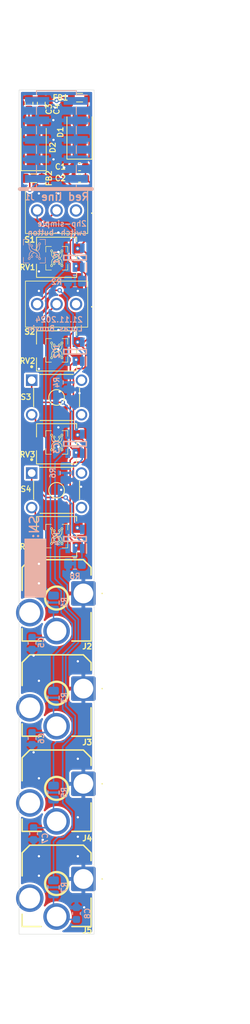
<source format=kicad_pcb>
(kicad_pcb (version 20240108) (generator "pcbnew") (generator_version "8.0")
  (title_block (title "lx-sw-btn Main PCB") (date "2025-01-02") (rev "v0.1") (company "Lucas Bonvin"))
  (layers (0 "F.Cu" signal) (31 "B.Cu" signal) (34 "B.Paste" user) (35 "F.Paste" user) (36 "B.SilkS" user "B.Silkscreen") (37 "F.SilkS" user "F.Silkscreen") (38 "B.Mask" user) (39 "F.Mask" user) (44 "Edge.Cuts" user))
  (net 0 "")
  (net 6 "GND")
  (net 7 "VCC")
  (net 8 "VEE")
  (net 9 "Net-(D1-A)")
  (net 10 "Net-(D2-K)")
  (net 11 "/+12V_euro")
  (net 12 "/-12V_euro")
  (net 13 "Net-(IC1-+)")
  (net 14 "Net-(IC1--)")
  (net 15 "Net-(IC2--)")
  (net 16 "Net-(IC2-+)")
  (net 17 "Net-(IC3--)")
  (net 18 "Net-(IC3-+)")
  (net 19 "Net-(IC4-+)")
  (net 20 "Net-(IC4--)")
  (net 21 "Net-(RV1-Pad2)")
  (net 22 "Net-(RV2-Pad2)")
  (net 23 "Net-(RV3-Pad2)")
  (net 24 "Net-(RV4-Pad2)")
  (net 30 "Net-(C5-Pad1)")
  (net 31 "Net-(C6-Pad1)")
  (net 32 "Net-(C7-Pad1)")
  (net 33 "Net-(C8-Pad1)")
  (footprint "Potentiometer_SMD:Potentiometer_Vishay_TS53YL_Vertical" (layer "F.Cu") (at 118 80.6)
    (property "Reference" "RV3")
    (property "Value" "100k")
  )
  (footprint "2MS1T1B3M2QES:2MS1T1B3M2QES" (layer "F.Cu") (at 118 62.4 90)
    (property "Reference" "S2")
    (property "Value" "2MS1T1B3M2QES" (hide yes))
  )
  (footprint "SJ3-35052B:SJ335052B" (layer "F.Cu") (at 121.5 124.9 90)
    (property "Reference" "J4")
    (property "Value" "SJ3-35052B" (hide yes))
  )
  (footprint "TS02-66-170-BK-260-LCR-D:SW_TS02-66-170-BK-260-LCR-D" (layer "F.Cu") (at 118 74.5625)
    (property "Reference" "S3")
    (property "Value" "TS02-66-170-BK-260-LCR-D")
  )
  (footprint "Potentiometer_SMD:Potentiometer_Vishay_TS53YL_Vertical" (layer "F.Cu") (at 118 56.3)
    (property "Reference" "RV1")
    (property "Value" "100k")
  )
  (footprint "TS02-66-170-BK-260-LCR-D:SW_TS02-66-170-BK-260-LCR-D" (layer "F.Cu") (at 118 86.6625)
    (property "Reference" "S4")
    (property "Value" "TS02-66-170-BK-260-LCR-D")
  )
  (footprint "Capacitor_SMD:C_0603_1608Metric" (layer "F.Cu") (at 121 44.5 180)
    (property "Reference" "C1")
    (property "Value" "100n")
  )
  (footprint "Diode_SMD:D_SMA" (layer "F.Cu") (at 115 41.5 90)
    (property "Reference" "D2")
    (property "Value" "US1B")
  )
  (footprint "SJ3-35052B:SJ335052B" (layer "F.Cu") (at 121.5 100.1 90)
    (property "Reference" "J2")
    (property "Value" "SJ3-35052B" (hide yes))
  )
  (footprint "Potentiometer_SMD:Potentiometer_Vishay_TS53YL_Vertical" (layer "F.Cu") (at 118 92.7)
    (property "Reference" "RV4")
    (property "Value" "100k")
  )
  (footprint "SJ3-35052B:SJ335052B" (layer "F.Cu") (at 121.5 112.5 90)
    (property "Reference" "J3")
    (property "Value" "SJ3-35052B" (hide yes))
  )
  (footprint "Capacitor_SMD:C_0603_1608Metric" (layer "F.Cu") (at 121 46 180)
    (property "Reference" "C2")
    (property "Value" "1u")
  )
  (footprint "SJ3-35052B:SJ335052B" (layer "F.Cu") (at 121.5 137.3 90)
    (property "Reference" "J5")
    (property "Value" "SJ3-35052B" (hide yes))
  )
  (footprint "Inductor_SMD:L_0805_2012Metric" (layer "F.Cu") (at 121 35.5)
    (property "Reference" "FB1")
    (property "Value" "FerriteBead")
  )
  (footprint "2MS1T1B3M2QES:2MS1T1B3M2QES" (layer "F.Cu") (at 118 50.2 90)
    (property "Reference" "S1")
    (property "Value" "2MS1T1B3M2QES" (hide yes))
  )
  (footprint "Capacitor_SMD:C_0603_1608Metric" (layer "F.Cu") (at 116 36.225 90)
    (property "Reference" "C4")
    (property "Value" "1u")
  )
  (footprint "Capacitor_SMD:C_0603_1608Metric" (layer "F.Cu") (at 114.4 36.225 90)
    (property "Reference" "C3")
    (property "Value" "100n")
  )
  (footprint "Inductor_SMD:L_0805_2012Metric" (layer "F.Cu") (at 115 46)
    (property "Reference" "FB2")
    (property "Value" "FerriteBead")
  )
  (footprint "Potentiometer_SMD:Potentiometer_Vishay_TS53YL_Vertical" (layer "F.Cu") (at 118 68.5)
    (property "Reference" "RV2")
    (property "Value" "100k")
  )
  (footprint "Diode_SMD:D_SMA" (layer "F.Cu") (at 121 40 90)
    (property "Reference" "D1")
    (property "Value" "US1B")
  )
  (footprint "AS321KTR-G1:SOT95P282X145-5N" (layer "B.Cu") (at 120.4 56.35 90)
    (property "Reference" "IC1")
    (property "Value" "AS321KTR-G1" (hide yes))
  )
  (footprint "Resistor_SMD:R_0805_2012Metric" (layer "B.Cu") (at 117.6 101.2875 -90)
    (property "Reference" "R1")
    (property "Value" "1k	")
  )
  (footprint "Capacitor_SMD:C_0603_1608Metric" (layer "B.Cu") (at 120.6 141.8 90)
    (property "Reference" "C8")
    (property "Value" "100n")
  )
  (footprint "Resistor_SMD:R_0805_2012Metric" (layer "B.Cu") (at 117.6 126.043 -90)
    (property "Reference" "R5")
    (property "Value" "1k	")
  )
  (footprint "AS321KTR-G1:SOT95P282X145-5N" (layer "B.Cu") (at 120.4 68.6 90)
    (property "Reference" "IC2")
    (property "Value" "AS321KTR-G1" (hide yes))
  )
  (footprint "Capacitor_SMD:C_0603_1608Metric" (layer "B.Cu") (at 114.8 119 -90)
    (property "Reference" "C6")
    (property "Value" "100n")
  )
  (footprint "Resistor_SMD:R_0805_2012Metric" (layer "B.Cu") (at 119.6 72.6 90)
    (property "Reference" "R4")
    (property "Value" "1Meg")
  )
  (footprint "Resistor_SMD:R_0805_2012Metric" (layer "B.Cu") (at 120.4 96.2)
    (property "Reference" "R8")
    (property "Value" "1Meg")
  )
  (footprint "Resistor_SMD:R_0805_2012Metric" (layer "B.Cu") (at 119.2 84.4 90)
    (property "Reference" "R6")
    (property "Value" "1Meg")
  )
  (footprint "Capacitor_SMD:C_0603_1608Metric" (layer "B.Cu") (at 114.8 106.6 -90)
    (property "Reference" "C5")
    (property "Value" "100n")
  )
  (footprint "AS321KTR-G1:SOT95P282X145-5N" (layer "B.Cu") (at 120.4 80.6 90)
    (property "Reference" "IC3")
    (property "Value" "AS321KTR-G1" (hide yes))
  )
  (footprint "Capacitor_SMD:C_0603_1608Metric" (layer "B.Cu") (at 115 131.4 -90)
    (property "Reference" "C7")
    (property "Value" "100n")
  )
  (footprint "AS321KTR-G1:SOT95P282X145-5N" (layer "B.Cu") (at 120.4 93 90)
    (property "Reference" "IC4")
    (property "Value" "AS321KTR-G1" (hide yes))
  )
  (footprint "Resistor_SMD:R_0805_2012Metric" (layer "B.Cu") (at 117.6 138.4 -90)
    (property "Reference" "R7")
    (property "Value" "1k	")
  )
  (footprint "Connector_PinHeader_2.54mm:PinHeader_2x05_P2.54mm_Vertical_SMD" (layer "B.Cu") (at 117.975 41 180)
    (property "Reference" "J1")
    (property "Value" "Conn_01x10")
  )
  (footprint "Resistor_SMD:R_0805_2012Metric" (layer "B.Cu") (at 117.6 113.6875 -90)
    (property "Reference" "R3")
    (property "Value" "1k	")
  )
  (footprint "Resistor_SMD:R_0805_2012Metric" (layer "B.Cu") (at 120.4 59.4)
    (property "Reference" "R2")
    (property "Value" "1Meg")
  )
  (gr_poly (pts (xy 113.629493 57.079652) (xy 114.434875 57.079652) (xy 114.434875 57) (xy 113.709147 57) (xy 113.709147 56.274269) (xy 113.629493 56.274269)) (stroke (width -0.000001)) (fill solid) (layer "B.SilkS"))
  (gr_poly (pts (xy 115.771608 54.371797) (xy 115.759108 54.372844) (xy 115.746909 54.374805) (xy 115.735041 54.377644) (xy 115.723533 54.381322) (xy 115.712415 54.385802) (xy 115.701717 54.391046) (xy 115.691467 54.397016) (xy 115.681696 54.403675) (xy 115.672432 54.410984) (xy 115.663705 54.418907) (xy 115.655545 54.427405) (xy 115.647981 54.436442) (xy 115.641042 54.445978) (xy 115.634757 54.455977) (xy 115.629157 54.4664) (xy 115.624271 54.477211) (xy 115.620128 54.48837) (xy 115.616757 54.499842) (xy 115.614188 54.511587) (xy 115.612451 54.523569) (xy 115.611575 54.535749) (xy 115.611588 54.54809) (xy 115.612522 54.560555) (xy 115.614404 54.573104) (xy 115.617266 54.585702) (xy 115.621135 54.598309) (xy 115.626041 54.610889) (xy 115.632015 54.623404) (xy 115.635757 54.630059) (xy 115.639964 54.636628) (xy 115.644602 54.643083) (xy 115.649636 54.649394) (xy 115.655033 54.655533) (xy 115.660756 54.66147) (xy 115.666771 54.667178) (xy 115.673044 54.672626) (xy 115.67954 54.677787) (xy 115.686224 54.682632) (xy 115.693062 54.687131) (xy 115.700019 54.691256) (xy 115.70706 54.694978) (xy 115.714151 54.698269) (xy 115.721257 54.7011) (xy 115.728344 54.703441) (xy 115.740299 54.706961) (xy 115.741169 54.839392) (xy 115.741326 54.903249) (xy 115.740777 54.956283) (xy 115.740186 54.979317) (xy 115.739356 55.000336) (xy 115.738268 55.019569) (xy 115.7369 55.037248) (xy 115.735232 55.053601) (xy 115.733244 55.068859) (xy 115.730915 55.083253) (xy 115.728225 55.097012) (xy 115.725152 55.110367) (xy 115.721677 55.123547) (xy 115.717779 55.136783) (xy 115.713437 55.150305) (xy 115.705213 55.173307) (xy 115.696019 55.195819) (xy 115.685874 55.217813) (xy 115.6748 55.239265) (xy 115.662818 55.260148) (xy 115.649949 55.280437) (xy 115.636212 55.300104) (xy 115.62163 55.319126) (xy 115.606222 55.337475) (xy 115.59001 55.355125) (xy 115.573014 55.372051) (xy 115.555255 55.388227) (xy 115.536755 55.403627) (xy 115.517533 55.418225) (xy 115.49761 55.431995) (xy 115.477008 55.444911) (xy 115.451637 55.460029) (xy 115.388726 55.4276) (xy 115.262409 55.362484) (xy 115.237682 55.349613) (xy 115.226784 55.34385) (xy 115.217217 55.338726) (xy 115.209247 55.334385) (xy 115.203142 55.330971) (xy 115.199167 55.328627) (xy 115.198061 55.327901) (xy 115.197587 55.327496) (xy 115.197851 55.32705) (xy 115.198911 55.326202) (xy 115.203255 55.32339) (xy 115.210304 55.319236) (xy 115.21974 55.313917) (xy 115.244501 55.300487) (xy 115.274998 55.284512) (xy 115.30575 55.268545) (xy 115.318785 55.261669) (xy 115.330442 55.255418) (xy 115.340855 55.249704) (xy 115.350163 55.244442) (xy 115.3585 55.239545) (xy 115.366003 55.234929) (xy 115.37281 55.230505) (xy 115.379054 55.226189) (xy 115.384874 55.221895) (xy 115.390406 55.217535) (xy 115.395785 55.213025) (xy 115.401147 55.208278) (xy 115.40663 55.203207) (xy 115.41237 55.197728) (xy 115.422373 55.18762) (xy 115.431804 55.177172) (xy 115.440661 55.166391) (xy 115.44894 55.155285) (xy 115.456636 55.143862) (xy 115.463748 55.132129) (xy 115.470271 55.120096) (xy 115.476201 55.107768) (xy 115.481536 55.095155) (xy 115.486271 55.082263) (xy 115.490404 55.069102) (xy 115.49393 55.055678) (xy 115.496846 55.042) (xy 115.499148 55.028075) (xy 115.500834 55.013911) (xy 115.501899 54.999516) (xy 115.503676 54.965251) (xy 115.519031 54.960411) (xy 115.528176 54.957084) (xy 115.537203 54.952934) (xy 115.546065 54.948013) (xy 115.554716 54.942375) (xy 115.563112 54.936071) (xy 115.571205 54.929154) (xy 115.57895 54.921678) (xy 115.586301 54.913696) (xy 115.593213 54.905259) (xy 115.599638 54.896421) (xy 115.605533 54.887235) (xy 115.61085 54.877754) (xy 115.615544 54.868029) (xy 115.619568 54.858115) (xy 115.622878 54.848064) (xy 115.625427 54.837928) (xy 115.628044 54.822522) (xy 115.629329 54.807478) (xy 115.62933 54.805852) (xy 115.5486 54.805852) (xy 115.547915 54.813396) (xy 115.54654 54.820736) (xy 115.544515 54.827845) (xy 115.541875 54.834699) (xy 115.538658 54.841272) (xy 115.534902 54.847539) (xy 115.530643 54.853475) (xy 115.525918 54.859053) (xy 115.520765 54.86425) (xy 115.515221 54.869039) (xy 115.509322 54.873395) (xy 115.503107 54.877294) (xy 115.496613 54.880708) (xy 115.489875 54.883615) (xy 115.482933 54.885987) (xy 115.475822 54.887799) (xy 115.46858 54.889027) (xy 115.461244 54.889645) (xy 115.453852 54.889628) (xy 115.44644 54.88895) (xy 115.439045 54.887586) (xy 115.431706 54.88551) (xy 115.424458 54.882698) (xy 115.417339 54.879124) (xy 115.410387 54.874763) (xy 115.403638 54.869589) (xy 115.39713 54.863577) (xy 115.393084 54.859205) (xy 115.389401 54.854644) (xy 115.386078 54.849912) (xy 115.38311 54.845026) (xy 115.380494 54.840004) (xy 115.378226 54.834865) (xy 115.376301 54.829626) (xy 115.374717 54.824304) (xy 115.373468 54.818919) (xy 115.372552 54.813488) (xy 115.371965 54.808028) (xy 115.371701 54.802558) (xy 115.371759 54.797095) (xy 115.372133 54.791657) (xy 115.372819 54.786263) (xy 115.373815 54.78093) (xy 115.375116 54.775676) (xy 115.376718 54.770519) (xy 115.378618 54.765477) (xy 115.38081 54.760567) (xy 115.383293 54.755808) (xy 115.386061 54.751217) (xy 115.389111 54.746813) (xy 115.392438 54.742613) (xy 115.39604 54.738635) (xy 115.399912 54.734897) (xy 115.40405 54.731417) (xy 115.408451 54.728213) (xy 115.41311 54.725302) (xy 115.418024 54.722703) (xy 115.423189 54.720434) (xy 115.4286 54.718512) (xy 115.4286 54.718513) (xy 115.433118 54.717183) (xy 115.437602 54.716048) (xy 115.442049 54.715107) (xy 115.446455 54.714359) (xy 115.450819 54.713801) (xy 115.455135 54.713433) (xy 115.459401 54.713253) (xy 115.463614 54.71326) (xy 115.467771 54.713453) (xy 115.471868 54.713829) (xy 115.475903 54.714389) (xy 115.479871 54.71513) (xy 115.48377 54.716051) (xy 115.487596 54.71715) (xy 115.491347 54.718427) (xy 115.495019 54.71988) (xy 115.498609 54.721508) (xy 115.502113 54.723309) (xy 115.505528 54.725282) (xy 115.508852 54.727425) (xy 115.512081 54.729737) (xy 115.515211 54.732217) (xy 115.51824 54.734863) (xy 115.521164 54.737675) (xy 115.523981 54.74065) (xy 115.526686 54.743787) (xy 115.529277 54.747086) (xy 115.53175 54.750544) (xy 115.534102 54.75416) (xy 115.53633 54.757933) (xy 115.538431 54.761861) (xy 115.540402 54.765944) (xy 115.543716 54.774132) (xy 115.546156 54.782243) (xy 115.547758 54.79025) (xy 115.548561 54.798128) (xy 115.5486 54.805852) (xy 115.62933 54.805852) (xy 115.629341 54.792829) (xy 115.628138 54.778606) (xy 115.62578 54.764841) (xy 115.622323 54.751566) (xy 115.617827 54.738812) (xy 115.612351 54.726612) (xy 115.605952 54.714997) (xy 115.59869 54.703999) (xy 115.590623 54.693649) (xy 115.581809 54.68398) (xy 115.572307 54.675023) (xy 115.562175 54.66681) (xy 115.551472 54.659372) (xy 115.540257 54.652742) (xy 115.528587 54.646951) (xy 115.516522 54.642031) (xy 115.50412 54.638013) (xy 115.491439 54.63493) (xy 115.478539 54.632813) (xy 115.465476 54.631694) (xy 115.452311 54.631605) (xy 115.439101 54.632577) (xy 115.425905 54.634642) (xy 115.412781 54.637832) (xy 115.399789 54.642179) (xy 115.386985 54.647715) (xy 115.37443 54.65447) (xy 115.362182 54.662478) (xy 115.350298 54.671769) (xy 115.338838 54.682376) (xy 115.330807 54.691007) (xy 115.323526 54.699992) (xy 115.316986 54.709296) (xy 115.311178 54.718885) (xy 115.306093 54.728726) (xy 115.301724 54.738783) (xy 115.298061 54.749024) (xy 115.295095 54.759413) (xy 115.292819 54.769916) (xy 115.291222 54.7805) (xy 115.290297 54.791131) (xy 115.290035 54.801773) (xy 115.290427 54.812394) (xy 115.291465 54.822958) (xy 115.293139 54.833432) (xy 115.295442 54.843782) (xy 115.298363 54.853974) (xy 115.301896 54.863973) (xy 115.306031 54.873745) (xy 115.310759 54.883256) (xy 115.316072 54.892472) (xy 115.321961 54.90136) (xy 115.328417 54.909884) (xy 115.335432 54.91801) (xy 115.342997 54.925705) (xy 115.351103 54.932934) (xy 115.359742 54.939664) (xy 115.368904 54.94586) (xy 115.378582 54.951487) (xy 115.388767 54.956513) (xy 115.39945 54.960902) (xy 115.410621 54.964621) (xy 115.413247 54.96547) (xy 115.415552 54.966407) (xy 115.417546 54.967483) (xy 115.419235 54.968754) (xy 115.419968 54.969479) (xy 115.420628 54.970272) (xy 115.421216 54.97114) (xy 115.421734 54.972091) (xy 115.422559 54.974265) (xy 115.423113 54.976847) (xy 115.423403 54.979892) (xy 115.423437 54.983452) (xy 115.423223 54.987581) (xy 115.42277 54.992333) (xy 115.422085 54.997762) (xy 115.421176 55.003921) (xy 115.418721 55.018644) (xy 115.415459 55.035547) (xy 115.411709 55.051112) (xy 115.407291 55.065514) (xy 115.40203 55.07893) (xy 115.395747 55.091535) (xy 115.388266 55.103504) (xy 115.379409 55.115014) (xy 115.368998 55.126239) (xy 115.356857 55.137356) (xy 115.342808 55.148539) (xy 115.326675 55.159966) (xy 115.308279 55.171811) (xy 115.287443 55.18425) (xy 115.26399 55.197458) (xy 115.237743 55.211611) (xy 115.208525 55.226886) (xy 115.104519 55.280623) (xy 115.000546 55.226901) (xy 114.964383 55.208104) (xy 114.935016 55.192536) (xy 114.922587 55.185786) (xy 114.911505 55.179629) (xy 114.901653 55.173995) (xy 114.892912 55.168813) (xy 114.885165 55.164012) (xy 114.878295 55.15952) (xy 114.872185 55.155267) (xy 114.866717 55.151181) (xy 114.861774 55.147191) (xy 114.857237 55.143226) (xy 114.852991 55.139214) (xy 114.848917 55.135086) (xy 114.844209 55.129948) (xy 114.83962 55.124518) (xy 114.835158 55.118824) (xy 114.830833 55.112894) (xy 114.822622 55.100437) (xy 114.815054 55.087371) (xy 114.808195 55.073921) (xy 114.802111 55.06031) (xy 114.796869 55.046762) (xy 114.792534 55.033501) (xy 114.789173 55.020751) (xy 114.786852 55.008736) (xy 114.786102 55.003074) (xy 114.785637 54.99768) (xy 114.785466 54.992582) (xy 114.785595 54.987807) (xy 114.786035 54.983384) (xy 114.786792 54.97934) (xy 114.787876 54.975705) (xy 114.789294 54.972505) (xy 114.791055 54.969768) (xy 114.793167 54.967523) (xy 114.795639 54.965798) (xy 114.798478 54.964621) (xy 114.809644 54.960904) (xy 114.820322 54.956516) (xy 114.830502 54.951492) (xy 114.840176 54.945864) (xy 114.849335 54.939669) (xy 114.857971 54.932939) (xy 114.866074 54.925709) (xy 114.873636 54.918013) (xy 114.880649 54.909886) (xy 114.887104 54.901361) (xy 114.892991 54.892472) (xy 114.898303 54.883255) (xy 114.90303 54.873742) (xy 114.907164 54.863968) (xy 114.910697 54.853967) (xy 114.913619 54.843774) (xy 114.915922 54.833423) (xy 114.917597 54.822947) (xy 114.918636 54.812381) (xy 114.918963 54.803529) (xy 114.838562 54.803529) (xy 114.838078 54.810711) (xy 114.836964 54.817934) (xy 114.835196 54.82517) (xy 114.832752 54.832389) (xy 114.829608 54.839565) (xy 114.825741 54.846667) (xy 114.821127 54.853668) (xy 114.817789 54.858024) (xy 114.814249 54.8621) (xy 114.810521 54.865897) (xy 114.806617 54.869413) (xy 114.802551 54.87265) (xy 114.798336 54.875608) (xy 114.793986 54.878285) (xy 114.789512 54.880683) (xy 114.784929 54.882801) (xy 114.78025 54.884638) (xy 114.775487 54.886196) (xy 114.770654 54.887474) (xy 114.765764 54.888472) (xy 114.760829 54.889189) (xy 114.755865 54.889627) (xy 114.750882 54.889784) (xy 114.745895 54.889661) (xy 114.740916 54.889258) (xy 114.735959 54.888575) (xy 114.731037 54.887611) (xy 114.726163 54.886367) (xy 114.72135 54.884842) (xy 114.716611 54.883038) (xy 114.71196 54.880952) (xy 114.707409 54.878586) (xy 114.702971 54.87594) (xy 114.698661 54.873013) (xy 114.69449 54.869806) (xy 114.690473 54.866317) (xy 114.686622 54.862548) (xy 114.682949 54.858499) (xy 114.67947 54.854168) (xy 114.676405 54.849863) (xy 114.673634 54.845455) (xy 114.671155 54.840958) (xy 114.668965 54.836381) (xy 114.66706 54.831736) (xy 114.665439 54.827033) (xy 114.664098 54.822284) (xy 114.663035 54.817501) (xy 114.662246 54.812693) (xy 114.661729 54.807872) (xy 114.661481 54.803049) (xy 114.661499 54.798236) (xy 114.661781 54.793442) (xy 114.662324 54.78868) (xy 114.663124 54.78396) (xy 114.664179 54.779293) (xy 114.665486 54.77469) (xy 114.667043 54.770163) (xy 114.668846 54.765722) (xy 114.670893 54.761379) (xy 114.673181 54.757144) (xy 114.675706 54.753029) (xy 114.678468 54.749044) (xy 114.681461 54.745201) (xy 114.684684 54.741511) (xy 114.688134 54.737984) (xy 114.691808 54.734633) (xy 114.695704 54.731467) (xy 114.699817 54.728498) (xy 114.704147 54.725737) (xy 114.708689 54.723195) (xy 114.71344 54.720883) (xy 114.71344 54.720862) (xy 114.721197 54.717737) (xy 114.728902 54.715366) (xy 114.736532 54.713723) (xy 114.744064 54.712776) (xy 114.751475 54.712499) (xy 114.75874 54.712863) (xy 114.765839 54.713839) (xy 114.772746 54.715398) (xy 114.77944 54.717512) (xy 114.785896 54.720153) (xy 114.792093 54.723292) (xy 114.798006 54.7269) (xy 114.803612 54.730949) (xy 114.808889 54.73541) (xy 114.813813 54.740255) (xy 114.818361 54.745455) (xy 114.822511 54.750982) (xy 114.826238 54.756806) (xy 114.829519 54.762901) (xy 114.832332 54.769236) (xy 114.834654 54.775784) (xy 114.836461 54.782516) (xy 114.83773 54.789403) (xy 114.838438 54.796417) (xy 114.838562 54.803529) (xy 114.918963 54.803529) (xy 114.919029 54.80176) (xy 114.918768 54.791116) (xy 114.917845 54.780485) (xy 114.916251 54.769901) (xy 114.913977 54.759397) (xy 114.911014 54.749008) (xy 114.907354 54.738769) (xy 114.902987 54.728713) (xy 114.897906 54.718874) (xy 114.892102 54.709286) (xy 114.885565 54.699985) (xy 114.878288 54.691003) (xy 114.870261 54.682376) (xy 114.858803 54.671771) (xy 114.846921 54.662482) (xy 114.834674 54.654476) (xy 114.82212 54.647722) (xy 114.809318 54.642188) (xy 114.796327 54.637843) (xy 114.783204 54.634654) (xy 114.770009 54.63259) (xy 114.756799 54.631619) (xy 114.743634 54.63171) (xy 114.730572 54.63283) (xy 114.717671 54.634947) (xy 114.704991 54.638031) (xy 114.692588 54.642049) (xy 114.680523 54.64697) (xy 114.668853 54.652761) (xy 114.657638 54.659392) (xy 114.646934 54.666829) (xy 114.636802 54.675042) (xy 114.627299 54.683999) (xy 114.618485 54.693668) (xy 114.610417 54.704017) (xy 114.603154 54.715014) (xy 114.596755 54.726628) (xy 114.591278 54.738827) (xy 114.586781 54.751579) (xy 114.583324 54.764853) (xy 114.580964 54.778616) (xy 114.579761 54.792836) (xy 114.579772 54.807483) (xy 114.581057 54.822525) (xy 114.583673 54.837928) (xy 114.584853 54.843022) (xy 114.586229 54.848099) (xy 114.589545 54.858176) (xy 114.593575 54.868109) (xy 114.598274 54.877845) (xy 114.603598 54.887333) (xy 114.609501 54.896521) (xy 114.615939 54.905358) (xy 114.622866 54.913791) (xy 114.630237 54.92177) (xy 114.638008 54.929242) (xy 114.646132 54.936155) (xy 114.654567 54.942459) (xy 114.663265 54.948101) (xy 114.672183 54.95303) (xy 114.67671 54.955211) (xy 114.681275 54.957195) (xy 114.685872 54.958974) (xy 114.690496 54.960542) (xy 114.706287 54.965522) (xy 114.706287 54.986593) (xy 114.706636 55.00039) (xy 114.707676 55.014164) (xy 114.709396 55.027886) (xy 114.711785 55.041531) (xy 114.714831 55.05507) (xy 114.718524 55.068477) (xy 114.722852 55.081723) (xy 114.727805 55.094783) (xy 114.733372 55.107627) (xy 114.73954 55.12023) (xy 114.7463 55.132564) (xy 114.75364 55.144601) (xy 114.761549 55.156314) (xy 114.770016 55.167676) (xy 114.77903 55.17866) (xy 114.78858 55.189238) (xy 114.80092 55.201762) (xy 114.813579 55.213066) (xy 114.820589 55.218605) (xy 114.828352 55.224253) (xy 114.84704 55.236425) (xy 114.871438 55.250686) (xy 114.903344 55.268138) (xy 114.944557 55.289885) (xy 114.996873 55.317029) (xy 115.293021 55.470091) (xy 115.381222 55.515884) (xy 115.413603 55.532822) (xy 115.439409 55.546446) (xy 115.459567 55.557249) (xy 115.475006 55.565725) (xy 115.486654 55.572366) (xy 115.495439 55.577666) (xy 115.50229 55.582118) (xy 115.508135 55.586215) (xy 115.520519 55.59532) (xy 115.536882 55.607738) (xy 115.552757 55.620817) (xy 115.568121 55.63453) (xy 115.582956 55.648849) (xy 115.597241 55.663746) (xy 115.610957 55.679195) (xy 115.624082 55.695167) (xy 115.636597 55.711634) (xy 115.648481 55.72857) (xy 115.659715 55.745947) (xy 115.670279 55.763737) (xy 115.680151 55.781912) (xy 115.689312 55.800445) (xy 115.697742 55.819309) (xy 115.705421 55.838476) (xy 115.712328 55.857917) (xy 115.720869 55.885261) (xy 115.727618 55.911611) (xy 115.730384 55.925073) (xy 115.732778 55.939079) (xy 115.736549 55.969777) (xy 115.739133 56.005819) (xy 115.74073 56.049316) (xy 115.741542 56.102381) (xy 115.74177 56.167126) (xy 115.741777 56.30334) (xy 115.730715 56.30688) (xy 115.714093 56.313022) (xy 115.69879 56.320337) (xy 115.684792 56.328734) (xy 115.672085 56.338124) (xy 115.660655 56.348416) (xy 115.650487 56.359523) (xy 115.641569 56.371353) (xy 115.633884 56.383817) (xy 115.627421 56.396826) (xy 115.622163 56.410289) (xy 115.618098 56.424118) (xy 115.615211 56.438222) (xy 115.613488 56.452512) (xy 115.612915 56.466899) (xy 115.613477 56.481292) (xy 115.615162 56.495602) (xy 115.617954 56.509739) (xy 115.621839 56.523614) (xy 115.626803 56.537137) (xy 115.632833 56.550218) (xy 115.639914 56.562768) (xy 115.648032 56.574697) (xy 115.657173 56.585915) (xy 115.667323 56.596333) (xy 115.678468 56.605861) (xy 115.690593 56.61441) (xy 115.703684 56.621889) (xy 115.717728 56.62821) (xy 115.73271 56.633282) (xy 115.748617 56.637016) (xy 115.765433 56.639322) (xy 115.783146 56.64011) (xy 115.800142 56.639338) (xy 115.816301 56.63708) (xy 115.831608 56.633422) (xy 115.846049 56.628452) (xy 115.859609 56.622257) (xy 115.872273 56.614924) (xy 115.884027 56.60654) (xy 115.894856 56.597191) (xy 115.904744 56.586966) (xy 115.913678 56.575951) (xy 115.921643 56.564232) (xy 115.928624 56.551898) (xy 115.934606 56.539035) (xy 115.939574 56.52573) (xy 115.943515 56.51207) (xy 115.946412 56.498143) (xy 115.948252 56.484034) (xy 115.948972 56.47073) (xy 115.869591 56.47073) (xy 115.869334 56.477853) (xy 115.868462 56.484984) (xy 115.866957 56.492088) (xy 115.864797 56.499134) (xy 115.861962 56.506087) (xy 115.858431 56.512915) (xy 115.854183 56.519583) (xy 115.8492 56.526059) (xy 115.843459 56.53231) (xy 115.83723 56.538036) (xy 115.83078 56.543012) (xy 115.824142 56.547259) (xy 115.817349 56.550795) (xy 115.810433 56.553641) (xy 115.803426 56.555818) (xy 115.796362 56.557344) (xy 115.789273 56.55824) (xy 115.782192 56.558525) (xy 115.77515 56.55822) (xy 115.768182 56.557344) (xy 115.761318 56.555918) (xy 115.754593 56.553961) (xy 115.748037 56.551493) (xy 115.741685 56.548534) (xy 115.735568 56.545104) (xy 115.72972 56.541223) (xy 115.724172 56.536911) (xy 115.718958 56.532188) (xy 115.714109 56.527073) (xy 115.709659 56.521586) (xy 115.70564 56.515748) (xy 115.702085 56.509579) (xy 115.699026 56.503097) (xy 115.696496 56.496324) (xy 115.694527 56.489279) (xy 115.693153 56.481981) (xy 115.692404 56.474452) (xy 115.692315 56.466711) (xy 115.692918 56.458777) (xy 115.694245 56.45067) (xy 115.696329 56.442411) (xy 115.697002 56.440333) (xy 115.697795 56.438226) (xy 115.699717 56.433945) (xy 115.70206 56.429607) (xy 115.704782 56.425251) (xy 115.707848 56.420914) (xy 115.711217 56.416636) (xy 115.714851 56.412454) (xy 115.718713 56.408408) (xy 115.722764 56.404535) (xy 115.726965 56.400873) (xy 115.731278 56.397462) (xy 115.735664 56.39434) (xy 115.740086 56.391544) (xy 115.744504 56.389114) (xy 115.748881 56.387088) (xy 115.753178 56.385504) (xy 115.753178 56.385505) (xy 115.761389 56.383271) (xy 115.769457 56.38181) (xy 115.777362 56.381088) (xy 115.785082 56.381073) (xy 115.792598 56.381731) (xy 115.799889 56.383029) (xy 115.806935 56.384933) (xy 115.813715 56.387411) (xy 115.820208 56.390428) (xy 115.826395 56.393952) (xy 115.832254 56.39795) (xy 115.837766 56.402387) (xy 115.842909 56.407232) (xy 115.847664 56.41245) (xy 115.85201 56.418008) (xy 115.855926 56.423873) (xy 115.859392 56.430012) (xy 115.862388 56.436392) (xy 115.864892 56.442978) (xy 115.866885 56.449739) (xy 115.868346 56.45664) (xy 115.869255 56.463648) (xy 115.869591 56.47073) (xy 115.948972 56.47073) (xy 115.94902 56.469832) (xy 115.948701 56.455624) (xy 115.94728 56.441495) (xy 115.944743 56.427534) (xy 115.941075 56.413828) (xy 115.936261 56.400463) (xy 115.930286 56.387526) (xy 115.923136 56.375105) (xy 115.914797 56.363287) (xy 115.905252 56.352158) (xy 115.894489 56.341806) (xy 115.882491 56.332317) (xy 115.869245 56.323779) (xy 115.854735 56.316279) (xy 115.838947 56.309904) (xy 115.822905 56.304254) (xy 115.821238 56.13218) (xy 115.82058 56.07121) (xy 115.819804 56.023481) (xy 115.819313 56.003789) (xy 115.818722 55.986454) (xy 115.818009 55.971159) (xy 115.817149 55.957588) (xy 115.81612 55.945421) (xy 115.814898 55.934343) (xy 115.813461 55.924034) (xy 115.811784 55.914179) (xy 115.809844 55.904458) (xy 115.807619 55.894555) (xy 115.802218 55.872932) (xy 115.794813 55.846861) (xy 115.786206 55.821103) (xy 115.776435 55.795711) (xy 115.765535 55.770739) (xy 115.753545 55.746239) (xy 115.7405 55.722266) (xy 115.726438 55.698872) (xy 115.711395 55.676112) (xy 115.695409 55.654038) (xy 115.678517 55.632703) (xy 115.660755 55.612161) (xy 115.642161 55.592466) (xy 115.622771 55.573671) (xy 115.602623 55.555829) (xy 115.581752 55.538993) (xy 115.560197 55.523217) (xy 115.551577 55.517217) (xy 115.548189 55.514772) (xy 115.545413 55.512621) (xy 115.544255 55.511639) (xy 115.543249 55.510708) (xy 115.542396 55.509823) (xy 115.541695 55.508975) (xy 115.541146 55.508158) (xy 115.54075 55.507365) (xy 115.540505 55.506589) (xy 115.540413 55.505821) (xy 115.540471 55.505056) (xy 115.540682 55.504286) (xy 115.541043 55.503504) (xy 115.541556 55.502702) (xy 115.542219 55.501875) (xy 115.543034 55.501013) (xy 115.543999 55.500112) (xy 115.545115 55.499162) (xy 115.547796 55.497091) (xy 115.551078 55.494743) (xy 115.559437 55.488989) (xy 115.580864 55.47345) (xy 115.601656 55.456775) (xy 115.621772 55.439025) (xy 115.641169 55.420263) (xy 115.659804 55.40055) (xy 115.677633 55.379948) (xy 115.694614 55.358518) (xy 115.710705 55.336324) (xy 115.725862 55.313427) (xy 115.740042 55.289888) (xy 115.753203 55.265769) (xy 115.765302 55.241133) (xy 115.776295 55.216041) (xy 115.786141 55.190555) (xy 115.794796 55.164737) (xy 115.802217 55.138649) (xy 115.807618 55.117023) (xy 115.811783 55.097399) (xy 115.814898 55.077232) (xy 115.817149 55.053982) (xy 115.818722 55.025105) (xy 115.819803 54.98806) (xy 115.821238 54.879297) (xy 115.822905 54.707127) (xy 115.840635 54.700708) (xy 115.85456 54.695004) (xy 115.867519 54.688367) (xy 115.879517 54.680861) (xy 115.890557 54.672552) (xy 115.900641 54.663505) (xy 115.909774 54.653784) (xy 115.917958 54.643454) (xy 115.925196 54.632581) (xy 115.931493 54.62123) (xy 115.936852 54.609465) (xy 115.941275 54.597351) (xy 115.944766 54.584954) (xy 115.947329 54.572338) (xy 115.948967 54.559569) (xy 115.949681 54.546737) (xy 115.87006 54.546737) (xy 115.869452 54.554603) (xy 115.868103 54.562407) (xy 115.86599 54.570099) (xy 115.863092 54.577627) (xy 115.859387 54.58494) (xy 115.854853 54.591985) (xy 115.849469 54.598711) (xy 115.843212 54.605067) (xy 115.836061 54.611001) (xy 115.827994 54.616461) (xy 115.818989 54.621397) (xy 115.814916 54.623272) (xy 115.810804 54.624919) (xy 115.80666 54.62634) (xy 115.802489 54.627537) (xy 115.798299 54.628513) (xy 115.794096 54.629269) (xy 115.789886 54.629809) (xy 115.785676 54.630134) (xy 115.781471 54.630247) (xy 115.777279 54.630149) (xy 115.773105 54.629844) (xy 115.768957 54.629333) (xy 115.76484 54.628619) (xy 115.76076 54.627704) (xy 115.756725 54.62659) (xy 115.752741 54.62528) (xy 115.748813 54.623775) (xy 115.744949 54.622079) (xy 115.741155 54.620193) (xy 115.737436 54.618119) (xy 115.7338 54.615861) (xy 115.730253 54.613419) (xy 115.726801 54.610797) (xy 115.723451 54.607997) (xy 115.720209 54.60502) (xy 115.717081 54.60187) (xy 115.714074 54.598548) (xy 115.711194 54.595057) (xy 115.708448 54.591399) (xy 115.705841 54.587577) (xy 115.703381 54.583591) (xy 115.701073 54.579446) (xy 115.699082 54.575353) (xy 115.697369 54.571159) (xy 115.695927 54.566875) (xy 115.694753 54.562515) (xy 115.69384 54.558089) (xy 115.693185 54.553611) (xy 115.692782 54.549093) (xy 115.692627 54.544546) (xy 115.692714 54.539984) (xy 115.693038 54.535417) (xy 115.693595 54.530859) (xy 115.694379 54.526322) (xy 115.695385 54.521818) (xy 115.696609 54.517359) (xy 115.698045 54.512957) (xy 115.699689 54.508625) (xy 115.701536 54.504374) (xy 115.70358 54.500218) (xy 115.705817 54.496167) (xy 115.708241 54.492235) (xy 115.710848 54.488434) (xy 115.713633 54.484776) (xy 115.71659 54.481272) (xy 115.719716 54.477936) (xy 115.723004 54.47478) (xy 115.72645 54.471815) (xy 115.730049 54.469054) (xy 115.733796 54.466509) (xy 115.737686 54.464192) (xy 115.741713 54.462117) (xy 115.745874 54.460294) (xy 115.750163 54.458735) (xy 115.760089 54.455977) (xy 115.769731 54.45424) (xy 115.779068 54.453472) (xy 115.788078 54.453623) (xy 115.796739 54.454641) (xy 115.805029 54.456473) (xy 115.812927 54.45907) (xy 115.82041 54.462378) (xy 115.827457 54.466347) (xy 115.834046 54.470925) (xy 115.840155 54.476061) (xy 115.845763 54.481702) (xy 115.850847 54.487798) (xy 115.855386 54.494297) (xy 115.859358 54.501147) (xy 115.862741 54.508296) (xy 115.865514 54.515694) (xy 115.867654 54.523289) (xy 115.869139 54.531028) (xy 115.869949 54.538862) (xy 115.87006 54.546737) (xy 115.949681 54.546737) (xy 115.949682 54.54671) (xy 115.94948 54.533828) (xy 115.948362 54.520988) (xy 115.946332 54.508253) (xy 115.943394 54.49569) (xy 115.939551 54.483363) (xy 115.934805 54.471337) (xy 115.929162 54.459677) (xy 115.922623 54.448448) (xy 115.915192 54.437715) (xy 115.906873 54.427543) (xy 115.897668 54.417998) (xy 115.887582 54.409143) (xy 115.876617 54.401044) (xy 115.864777 54.393766) (xy 115.852066 54.387374) (xy 115.838485 54.381933) (xy 115.82404 54.377508) (xy 115.824038 54.377511) (xy 115.810625 54.374522) (xy 115.797396 54.372598) (xy 115.784381 54.371703)) (stroke (width -0.000001)) (fill solid) (layer "B.SilkS"))
  (gr_poly (pts (xy 115.774226 54.01156) (xy 116.499955 54.01156) (xy 116.499955 54.737289) (xy 116.579609 54.737289) (xy 116.579609 53.931907) (xy 115.774226 53.931907)) (stroke (width -0.000001)) (fill solid) (layer "B.SilkS"))
  (gr_poly (pts (xy 113.629493 54.737291) (xy 113.709147 54.737291) (xy 113.709147 54.011561) (xy 114.434875 54.011561) (xy 114.434875 53.931909) (xy 113.629493 53.931909)) (stroke (width -0.000001)) (fill solid) (layer "B.SilkS"))
  (gr_poly (pts (xy 116.5 57) (xy 115.774272 57) (xy 115.774272 57.079652) (xy 116.579654 57.079652) (xy 116.579654 56.67696) (xy 116.579609 56.676962) (xy 116.579609 56.27427) (xy 116.5 56.27427)) (stroke (width -0.000001)) (fill solid) (layer "B.SilkS"))
  (gr_line (start 113.2 47.41) (end 122.6 47.399946) (stroke (width 0.5)) (layer "B.SilkS"))
  (gr_poly (pts (xy 114.411636 54.371913) (xy 114.394982 54.374161) (xy 114.379136 54.378011) (xy 114.364129 54.383358) (xy 114.349991 54.390095) (xy 114.336755 54.398118) (xy 114.32445 54.40732) (xy 114.313109 54.417596) (xy 114.302762 54.428841) (xy 114.29344 54.440949) (xy 114.285174 54.453813) (xy 114.277996 54.46733) (xy 114.271937 54.481392) (xy 114.267027 54.495895) (xy 114.263298 54.510733) (xy 114.260781 54.525799) (xy 114.259506 54.54099) (xy 114.259506 54.556198) (xy 114.260811 54.571319) (xy 114.263452 54.586247) (xy 114.26746 54.600876) (xy 114.272866 54.615101) (xy 114.279702 54.628815) (xy 114.287999 54.641915) (xy 114.297787 54.654293) (xy 114.309098 54.665844) (xy 114.321963 54.676463) (xy 114.336413 54.686044) (xy 114.352478 54.694481) (xy 114.370191 54.701669) (xy 114.386233 54.707319) (xy 114.387953 54.879393) (xy 114.388611 54.940621) (xy 114.389346 54.987947) (xy 114.389805 55.007265) (xy 114.39036 55.02415) (xy 114.391036 55.038948) (xy 114.391859 55.052007) (xy 114.392854 55.063675) (xy 114.394047 55.074298) (xy 114.395463 55.084223) (xy 114.397128 55.093798) (xy 114.399068 55.103371) (xy 114.401308 55.113288) (xy 114.406789 55.135544) (xy 114.414495 55.163205) (xy 114.423536 55.190493) (xy 114.433872 55.217351) (xy 114.44546 55.243722) (xy 114.458262 55.269549) (xy 114.472236 55.294775) (xy 114.487342 55.319342) (xy 114.503539 55.343193) (xy 114.520786 55.366272) (xy 114.539042 55.388522) (xy 114.558268 55.409885) (xy 114.578421 55.430304) (xy 114.599463 55.449722) (xy 114.621351 55.468083) (xy 114.644046 55.485328) (xy 114.667506 55.501402) (xy 114.669723 55.502902) (xy 114.670535 55.503567) (xy 114.671121 55.504213) (xy 114.671323 55.504538) (xy 114.67146 55.504868) (xy 114.67153 55.505207) (xy 114.671531 55.505559) (xy 114.671458 55.505927) (xy 114.671311 55.506315) (xy 114.671086 55.506725) (xy 114.67078 55.507162) (xy 114.669917 55.508129) (xy 114.6687 55.509243) (xy 114.667107 55.510532) (xy 114.665118 55.512024) (xy 114.659865 55.515729) (xy 114.65277 55.520578) (xy 114.628183 55.538268) (xy 114.604599 55.557181) (xy 114.582048 55.57727) (xy 114.560558 55.59849) (xy 114.54016 55.620794) (xy 114.520881 55.644138) (xy 114.502751 55.668476) (xy 114.485798 55.693761) (xy 114.470052 55.71995) (xy 114.455542 55.746994) (xy 114.442296 55.77485) (xy 114.430344 55.803472) (xy 114.419714 55.832813) (xy 114.410436 55.862828) (xy 114.402539 55.893472) (xy 114.396051 55.924699) (xy 114.394027 55.93651) (xy 114.392443 55.948483) (xy 114.391223 55.962553) (xy 114.390289 55.980658) (xy 114.388978 56.036722) (xy 114.387901 56.132173) (xy 114.386231 56.304246) (xy 114.37019 56.309896) (xy 114.355854 56.315638) (xy 114.342534 56.322364) (xy 114.330226 56.330005) (xy 114.318924 56.33849) (xy 114.308624 56.347751) (xy 114.299322 56.357716) (xy 114.291012 56.368318) (xy 114.28369 56.379485) (xy 114.277352 56.391147) (xy 114.271992 56.403236) (xy 114.267606 56.415681) (xy 114.264189 56.428413) (xy 114.261736 56.441361) (xy 114.260244 56.454456) (xy 114.259706 56.467627) (xy 114.260118 56.480806) (xy 114.261477 56.493923) (xy 114.263776 56.506907) (xy 114.267011 56.519688) (xy 114.271178 56.532198) (xy 114.276272 56.544366) (xy 114.282288 56.556122) (xy 114.289222 56.567397) (xy 114.297068 56.57812) (xy 114.305822 56.588223) (xy 114.31548 56.597634) (xy 114.326036 56.606285) (xy 114.337486 56.614105) (xy 114.349825 56.621025) (xy 114.363049 56.626975) (xy 114.377153 56.631885) (xy 114.392132 56.635685) (xy 114.411363 56.638774) (xy 114.429812 56.639914) (xy 114.447452 56.639213) (xy 114.464253 56.636781) (xy 114.480187 56.632725) (xy 114.495225 56.627156) (xy 114.50934 56.620181) (xy 114.522501 56.611908) (xy 114.534681 56.602448) (xy 114.545852 56.591908) (xy 114.555985 56.580397) (xy 114.56505 56.568024) (xy 114.573021 56.554898) (xy 114.579867 56.541126) (xy 114.585561 56.526819) (xy 114.590075 56.512084) (xy 114.593379 56.49703) (xy 114.595445 56.481766) (xy 114.595983 56.471436) (xy 114.516748 56.471436) (xy 114.51638 56.478122) (xy 114.515461 56.484867) (xy 114.513971 56.491653) (xy 114.511889 56.498458) (xy 114.509195 56.505262) (xy 114.50668 56.510503) (xy 114.503891 56.515486) (xy 114.500845 56.520209) (xy 114.497556 56.524669) (xy 114.494038 56.528863) (xy 114.490305 56.532789) (xy 114.486372 56.536443) (xy 114.482254 56.539824) (xy 114.477964 56.542929) (xy 114.473518 56.545754) (xy 114.468929 56.548298) (xy 114.464213 56.550557) (xy 114.459383 56.55253) (xy 114.454454 56.554212) (xy 114.44944 56.555602) (xy 114.444356 56.556697) (xy 114.439216 56.557495) (xy 114.434035 56.557991) (xy 114.428827 56.558185) (xy 114.423607 56.558073) (xy 114.418389 56.557653) (xy 114.413187 56.556921) (xy 114.408016 56.555876) (xy 114.40289 56.554514) (xy 114.397824 56.552834) (xy 114.392832 56.550831) (xy 114.387928 56.548504) (xy 114.383128 56.54585) (xy 114.378445 56.542866) (xy 114.373894 56.53955) (xy 114.369489 56.535898) (xy 114.365245 56.531909) (xy 114.361308 56.527716) (xy 114.357709 56.523359) (xy 114.354445 56.518854) (xy 114.351515 56.514214) (xy 114.348913 56.509454) (xy 114.346639 56.504588) (xy 114.344689 56.499631) (xy 114.34306 56.494599) (xy 114.34175 56.489504) (xy 114.340755 56.484361) (xy 114.340073 56.479186) (xy 114.339701 56.473993) (xy 114.339637 56.468795) (xy 114.339876 56.463609) (xy 114.340418 56.458447) (xy 114.341258 56.453325) (xy 114.342394 56.448257) (xy 114.343823 56.443258) (xy 114.345543 56.438343) (xy 114.34755 56.433525) (xy 114.349842 56.428819) (xy 114.352415 56.42424) (xy 114.355268 56.419802) (xy 114.358397 56.41552) (xy 114.361799 56.411408) (xy 114.365472 56.407482) (xy 114.369413 56.403754) (xy 114.373619 56.400241) (xy 114.378086 56.396955) (xy 114.382814 56.393913) (xy 114.387797 56.391128) (xy 114.393035 56.388615) (xy 114.393034 56.388615) (xy 114.399827 56.385926) (xy 114.406619 56.383851) (xy 114.413391 56.382369) (xy 114.420122 56.381459) (xy 114.426792 56.381102) (xy 114.43338 56.381276) (xy 114.439866 56.381961) (xy 114.44623 56.383136) (xy 114.452451 56.384782) (xy 114.458508 56.386877) (xy 114.464382 56.389401) (xy 114.470052 56.392334) (xy 114.475497 56.395655) (xy 114.480698 56.399344) (xy 114.485633 56.40338) (xy 114.490283 56.407743) (xy 114.494627 56.412412) (xy 114.498644 56.417366) (xy 114.502315 56.422586) (xy 114.505618 56.428051) (xy 114.508534 56.43374) (xy 114.511042 56.439632) (xy 114.513122 56.445708) (xy 114.514752 56.451947) (xy 114.515914 56.458329) (xy 114.516586 56.464832) (xy 114.516748 56.471436) (xy 114.595983 56.471436) (xy 114.596245 56.466401) (xy 114.59575 56.451043) (xy 114.593931 56.435801) (xy 114.590761 56.420783) (xy 114.58621 56.406099) (xy 114.58025 56.391857) (xy 114.572852 56.378165) (xy 114.563989 56.365133) (xy 114.55363 56.352869) (xy 114.541749 56.341481) (xy 114.528316 56.331079) (xy 114.513303 56.321771) (xy 114.496681 56.313666) (xy 114.478422 56.306872) (xy 114.46736 56.303332) (xy 114.467367 56.167118) (xy 114.467598 56.102507) (xy 114.468417 56.049495) (xy 114.469111 56.026684) (xy 114.470026 56.005988) (xy 114.471188 55.987144) (xy 114.472623 55.969891) (xy 114.474355 55.953966) (xy 114.476408 55.939108) (xy 114.478809 55.925056) (xy 114.481581 55.911546) (xy 114.484751 55.898318) (xy 114.488342 55.88511) (xy 114.492381 55.871659) (xy 114.496891 55.857704) (xy 114.505215 55.834532) (xy 114.514614 55.8118) (xy 114.525059 55.789547) (xy 114.536517 55.76781) (xy 114.548958 55.746627) (xy 114.56235 55.726034) (xy 114.576664 55.70607) (xy 114.591867 55.686772) (xy 114.607929 55.668178) (xy 114.624819 55.650324) (xy 114.642506 55.63325) (xy 114.660958 55.616991) (xy 114.680146 55.601587) (xy 114.700038 55.587074) (xy 114.720602 55.573489) (xy 114.741809 55.560872) (xy 114.758131 55.551681) (xy 114.814087 55.580555) (xy 114.916337 55.633367) (xy 114.950783 55.651229) (xy 114.975955 55.664361) (xy 114.993235 55.673489) (xy 115.004005 55.679336) (xy 115.007381 55.681256) (xy 115.009647 55.682628) (xy 115.010978 55.683542) (xy 115.011347 55.683856) (xy 115.011546 55.684089) (xy 115.011282 55.684534) (xy 115.010223 55.685381) (xy 115.005878 55.688191) (xy 114.998829 55.692344) (xy 114.989394 55.697662) (xy 114.964633 55.711091) (xy 114.934135 55.727066) (xy 114.903383 55.743033) (xy 114.890348 55.749909) (xy 114.878692 55.75616) (xy 114.868278 55.761874) (xy 114.858971 55.767136) (xy 114.850633 55.772033) (xy 114.84313 55.77665) (xy 114.836324 55.781073) (xy 114.830079 55.785389) (xy 114.824259 55.789684) (xy 114.818728 55.794043) (xy 114.813349 55.798553) (xy 114.807986 55.8033) (xy 114.802503 55.808371) (xy 114.796763 55.81385) (xy 114.786761 55.823958) (xy 114.777329 55.834406) (xy 114.768472 55.845187) (xy 114.760194 55.856293) (xy 114.752497 55.867716) (xy 114.745386 55.879448) (xy 114.738863 55.891482) (xy 114.732932 55.90381) (xy 114.727598 55.916423) (xy 114.722863 55.929314) (xy 114.71873 55.942476) (xy 114.715204 55.9559) (xy 114.712288 55.969578) (xy 114.709986 55.983503) (xy 114.7083 55.997667) (xy 114.707235 56.012062) (xy 114.705455 56.046328) (xy 114.6901 56.051168) (xy 114.680955 56.054495) (xy 114.671928 56.058645) (xy 114.663066 56.063566) (xy 114.654415 56.069205) (xy 114.646019 56.075509) (xy 114.637926 56.082426) (xy 114.630181 56.089902) (xy 114.62283 56.097884) (xy 114.615918 56.106321) (xy 114.609492 56.115158) (xy 114.603598 56.124344) (xy 114.598281 56.133826) (xy 114.593587 56.14355) (xy 114.589563 56.153464) (xy 114.586253 56.163515) (xy 114.583704 56.173651) (xy 114.581088 56.189055) (xy 114.579803 56.204096) (xy 114.579792 56.218743) (xy 114.580996 56.232964) (xy 114.583355 56.246727) (xy 114.586813 56.26) (xy 114.591309 56.272752) (xy 114.596786 56.284951) (xy 114.603185 56.296565) (xy 114.610448 56.307562) (xy 114.618516 56.317911) (xy 114.627331 56.32758) (xy 114.636833 56.336537) (xy 114.646966 56.34475) (xy 114.657669 56.352187) (xy 114.668885 56.358818) (xy 114.680554 56.364609) (xy 114.69262 56.36953) (xy 114.705022 56.373548) (xy 114.717703 56.376632) (xy 114.730603 56.37875) (xy 114.743666 56.37987) (xy 114.756831 56.37996) (xy 114.77004 56.378989) (xy 114.783235 56.376925) (xy 114.796358 56.373737) (xy 114.80935 56.369391) (xy 114.822152 56.363857) (xy 114.834705 56.357104) (xy 114.846952 56.349098) (xy 114.858834 56.339808) (xy 114.870292 56.329203) (xy 114.878337 56.320559) (xy 114.88563 56.311562) (xy 114.89218 56.302248) (xy 114.897997 56.29265) (xy 114.903088 56.282802) (xy 114.907462 56.272739) (xy 114.911128 56.262494) (xy 114.914095 56.252102) (xy 114.916372 56.241596) (xy 114.917967 56.23101) (xy 114.918888 56.220379) (xy 114.919145 56.209736) (xy 114.919085 56.208115) (xy 114.838503 56.208115) (xy 114.838366 56.214546) (xy 114.837736 56.221055) (xy 114.836597 56.227626) (xy 114.834931 56.234241) (xy 114.83272 56.240883) (xy 114.830453 56.246392) (xy 114.827878 56.251644) (xy 114.825012 56.256637) (xy 114.821871 56.261367) (xy 114.81847 56.265831) (xy 114.814826 56.270024) (xy 114.810955 56.273943) (xy 114.806873 56.277585) (xy 114.802595 56.280946) (xy 114.798139 56.284023) (xy 114.793519 56.286813) (xy 114.788752 56.289311) (xy 114.783854 56.291514) (xy 114.778842 56.293419) (xy 114.77373 56.295022) (xy 114.768536 56.29632) (xy 114.763275 56.297309) (xy 114.757962 56.297986) (xy 114.752616 56.298346) (xy 114.74725 56.298388) (xy 114.741882 56.298107) (xy 114.736527 56.297499) (xy 114.731202 56.296561) (xy 114.725922 56.29529) (xy 114.720703 56.293683) (xy 114.715562 56.291734) (xy 114.710515 56.289442) (xy 114.705577 56.286803) (xy 114.700765 56.283812) (xy 114.696094 56.280467) (xy 114.691582 56.276764) (xy 114.687243 56.2727) (xy 114.683187 56.268369) (xy 114.679492 56.263862) (xy 114.676154 56.259197) (xy 114.673171 56.254389) (xy 114.670538 56.249455) (xy 114.668252 56.24441) (xy 114.666309 56.23927) (xy 114.664707 56.234052) (xy 114.66344 56.228772) (xy 114.662507 56.223446) (xy 114.661903 56.21809) (xy 114.661625 56.21272) (xy 114.661669 56.207352) (xy 114.662032 56.202003) (xy 114.66271 56.196688) (xy 114.6637 56.191424) (xy 114.664999 56.186226) (xy 114.666601 56.181111) (xy 114.668506 56.176095) (xy 114.670707 56.171195) (xy 114.673203 56.166425) (xy 114.675989 56.161803) (xy 114.679063 56.157343) (xy 114.68242 56.153064) (xy 114.686057 56.14898) (xy 114.68997 56.145108) (xy 114.694156 56.141463) (xy 114.698612 56.138063) (xy 114.703334 56.134923) (xy 114.708318 56.132058) (xy 114.713561 56.129486) (xy 114.71906 56.127223) (xy 114.725701 56.125012) (xy 114.732316 56.123346) (xy 114.738887 56.122206) (xy 114.745396 56.121576) (xy 114.751827 56.121439) (xy 114.758162 56.121777) (xy 114.764383 56.122573) (xy 114.770474 56.12381) (xy 114.776418 56.12547) (xy 114.782197 56.127536) (xy 114.787793 56.129992) (xy 114.793191 56.132819) (xy 114.798371 56.136001) (xy 114.803318 56.13952) (xy 114.808014 56.143359) (xy 114.812442 56.147501) (xy 114.816584 56.151928) (xy 114.820423 56.156624) (xy 114.823942 56.161571) (xy 114.827123 56.166752) (xy 114.829951 56.172149) (xy 114.832406 56.177746) (xy 114.834473 56.183524) (xy 114.836133 56.189468) (xy 114.83737 56.195559) (xy 114.838165 56.201781) (xy 114.838503 56.208115) (xy 114.919085 56.208115) (xy 114.918747 56.199116) (xy 114.917701 56.188552) (xy 114.916017 56.178079) (xy 114.913703 56.16773) (xy 114.910768 56.15754) (xy 114.907221 56.147542) (xy 114.90307 56.137771) (xy 114.898324 56.128261) (xy 114.892992 56.119045) (xy 114.887082 56.110157) (xy 114.880604 56.101632) (xy 114.873565 56.093504) (xy 114.865975 56.085807) (xy 114.857842 56.078574) (xy 114.849175 56.07184) (xy 114.839983 56.065639) (xy 114.830273 56.060004) (xy 114.820056 56.05497) (xy 114.80934 56.050571) (xy 114.798133 56.046841) (xy 114.785219 56.043031) (xy 114.787188 56.019268) (xy 114.788273 56.008381) (xy 114.7897 55.997822) (xy 114.791476 55.987579) (xy 114.793605 55.977637) (xy 114.796095 55.96798) (xy 114.798951 55.958595) (xy 114.802181 55.949467) (xy 114.80579 55.940582) (xy 114.809785 55.931925) (xy 114.814171 55.923481) (xy 114.818956 55.915237) (xy 114.824145 55.907178) (xy 114.829746 55.899289) (xy 114.835763 55.891555) (xy 114.842203 55.883963) (xy 114.849074 55.876498) (xy 114.857521 55.868089) (xy 114.866546 55.86027) (xy 114.877359 55.852309) (xy 114.891174 55.843471) (xy 114.909203 55.833021) (xy 114.932656 55.820226) (xy 115.000687 55.784661) (xy 115.104649 55.73094) (xy 115.208611 55.784684) (xy 115.245825 55.803977) (xy 115.274949 55.819265) (xy 115.286898 55.825656) (xy 115.297327 55.831343) (xy 115.306407 55.836428) (xy 115.314303 55.841009) (xy 115.321185 55.845186) (xy 115.327221 55.849058) (xy 115.332578 55.852725) (xy 115.337424 55.856287) (xy 115.341927 55.859842) (xy 115.346256 55.863492) (xy 115.350578 55.867334) (xy 115.355062 55.871469) (xy 115.359945 55.876266) (xy 115.364727 55.881425) (xy 115.369395 55.886915) (xy 115.373942 55.892703) (xy 115.382627 55.905049) (xy 115.390702 55.918207) (xy 115.398086 55.931924) (xy 115.404698 55.945946) (xy 115.410458 55.960017) (xy 115.415285 55.973885) (xy 115.419099 55.987294) (xy 115.421819 55.999991) (xy 115.422743 56.005992) (xy 115.423364 56.01172) (xy 115.423671 56.017143) (xy 115.423655 56.022228) (xy 115.423304 56.026945) (xy 115.42261 56.031261) (xy 115.421561 56.035144) (xy 115.420149 56.038564) (xy 115.418362 56.041487) (xy 115.416191 56.043883) (xy 115.413626 56.045719) (xy 115.410656 56.046963) (xy 115.39948 56.050681) (xy 115.388794 56.055064) (xy 115.378608 56.060079) (xy 115.36893 56.065691) (xy 115.35977 56.071868) (xy 115.351134 56.078575) (xy 115.343033 56.08578) (xy 115.335474 56.093448) (xy 115.328465 56.101546) (xy 115.322017 56.110041) (xy 115.316136 56.118898) (xy 115.310832 56.128084) (xy 115.306113 56.137566) (xy 115.301988 56.14731) (xy 115.298465 56.157283) (xy 115.295552 56.16745) (xy 115.293259 56.177779) (xy 115.291594 56.188235) (xy 115.290565 56.198785) (xy 115.29018 56.209395) (xy 115.290449 56.220033) (xy 115.29138 56.230663) (xy 115.292981 56.241254) (xy 115.295261 56.25177) (xy 115.298229 56.262179) (xy 115.301893 56.272446) (xy 115.306261 56.282539) (xy 115.311342 56.292424) (xy 115.317145 56.302067) (xy 115.323678 56.311434) (xy 115.33095 56.320492) (xy 115.338969 56.329208) (xy 115.348816 56.338502) (xy 115.359059 56.346811) (xy 115.369654 56.354153) (xy 115.380556 56.360545) (xy 115.391721 56.366002) (xy 115.403102 56.370542) (xy 115.414657 56.374181) (xy 115.426339 56.376935) (xy 115.438105 56.378823) (xy 115.449909 56.37986) (xy 115.461707 56.380062) (xy 115.473453 56.379448) (xy 115.485104 56.378032) (xy 115.496615 56.375833) (xy 115.50794 56.372866) (xy 115.519035 56.369149) (xy 115.529855 56.364698) (xy 115.540356 56.359529) (xy 115.550492 56.35366) (xy 115.560219 56.347107) (xy 115.569493 56.339887) (xy 115.578268 56.332016) (xy 115.586499 56.323511) (xy 115.594143 56.314389) (xy 115.601154 56.304667) (xy 115.607487 56.294361) (xy 115.613098 56.283487) (xy 115.617942 56.272063) (xy 115.621974 56.260106) (xy 115.625149 56.247631) (xy 115.627423 56.234656) (xy 115.628751 56.221197) (xy 115.62903 56.21417) (xy 115.629014 56.208822) (xy 115.548086 56.208822) (xy 115.547964 56.215683) (xy 115.547269 56.222611) (xy 115.54598 56.229583) (xy 115.544073 56.236577) (xy 115.541528 56.243569) (xy 115.538321 56.250537) (xy 115.535654 56.255393) (xy 115.532741 56.260003) (xy 115.529597 56.264364) (xy 115.526234 56.268475) (xy 115.522667 56.272332) (xy 115.518907 56.275934) (xy 115.51497 56.279279) (xy 115.510868 56.282364) (xy 115.506615 56.285188) (xy 115.502224 56.287748) (xy 115.497709 56.290042) (xy 115.493082 56.292068) (xy 115.488359 56.293823) (xy 115.483551 56.295307) (xy 115.478672 56.296516) (xy 115.473736 56.297448) (xy 115.468757 56.298101) (xy 115.463746 56.298474) (xy 115.458719 56.298563) (xy 115.453689 56.298368) (xy 115.448668 56.297884) (xy 115.443671 56.297112) (xy 115.43871 56.296047) (xy 115.4338 56.294689) (xy 115.428953 56.293035) (xy 115.424183 56.291082) (xy 115.419503 56.28883) (xy 115.414928 56.286275) (xy 115.41047 56.283415) (xy 115.406142 56.280249) (xy 115.401959 56.276773) (xy 115.397933 56.272987) (xy 115.393915 56.268726) (xy 115.390229 56.264318) (xy 115.386872 56.259778) (xy 115.383842 56.255118) (xy 115.381137 56.250351) (xy 115.378753 56.245491) (xy 115.37669 56.240551) (xy 115.374945 56.235544) (xy 115.373515 56.230484) (xy 115.372398 56.225383) (xy 115.371592 56.220254) (xy 115.371095 56.215112) (xy 115.370905 56.209968) (xy 115.371018 56.204837) (xy 115.371434 56.199731) (xy 115.37215 56.194664) (xy 115.373162 56.189648) (xy 115.37447 56.184698) (xy 115.376071 56.179826) (xy 115.377963 56.175045) (xy 115.380143 56.170369) (xy 115.382609 56.165811) (xy 115.385358 56.161384) (xy 115.38839 56.157101) (xy 115.391701 56.152975) (xy 115.395288 56.14902) (xy 115.399151 56.145249) (xy 115.403286 56.141674) (xy 115.407692 56.13831) (xy 115.412365 56.135169) (xy 115.417304 56.132265) (xy 115.422507 56.129611) (xy 115.422507 56.129612) (xy 115.429532 56.126632) (xy 115.436557 56.124317) (xy 115.443562 56.122647) (xy 115.450523 56.121596) (xy 115.457419 56.121143) (xy 115.464227 56.121265) (xy 115.470927 56.121937) (xy 115.477495 56.123138) (xy 115.483909 56.124844) (xy 115.490148 56.127032) (xy 115.496189 56.12968) (xy 115.50201 56.132763) (xy 115.50759 56.13626) (xy 115.512906 56.140147) (xy 115.517936 56.1444) (xy 115.522658 56.148998) (xy 115.52705 56.153916) (xy 115.53109 56.159133) (xy 115.534756 56.164624) (xy 115.538025 56.170367) (xy 115.540877 56.176338) (xy 115.543287 56.182516) (xy 115.545236 56.188876) (xy 115.5467 56.195396) (xy 115.547657 56.202052) (xy 115.548086 56.208822) (xy 115.629014 56.208822) (xy 115.629008 56.207157) (xy 115.628692 56.20017) (xy 115.628088 56.193217) (xy 115.627201 56.186307) (xy 115.626038 56.179451) (xy 115.624605 56.172658) (xy 115.622908 56.165937) (xy 115.620954 56.159298) (xy 115.618748 56.15275) (xy 115.616297 56.146304) (xy 115.613607 56.139968) (xy 115.610684 56.133752) (xy 115.607534 56.127666) (xy 115.604163 56.12172) (xy 115.600578 56.115922) (xy 115.596785 56.110282) (xy 115.592789 56.10481) (xy 115.588597 56.099516) (xy 115.584216 56.094408) (xy 115.57965 56.089498) (xy 115.574907 56.084793) (xy 115.569993 56.080303) (xy 115.564913 56.076039) (xy 115.559674 56.072009) (xy 115.554283 56.068224) (xy 115.548744 56.064692) (xy 115.543065 56.061424) (xy 115.537252 56.058429) (xy 115.53131 56.055715) (xy 115.525246 56.053294) (xy 115.519066 56.051175) (xy 115.50371 56.046334) (xy 115.501933 56.012069) (xy 115.500868 55.997675) (xy 115.499182 55.983511) (xy 115.49688 55.969586) (xy 115.493964 55.955907) (xy 115.490438 55.942484) (xy 115.486305 55.929322) (xy 115.48157 55.916431) (xy 115.476235 55.903817) (xy 115.470305 55.89149) (xy 115.463782 55.879456) (xy 115.456671 55.867723) (xy 115.448974 55.8563) (xy 115.440695 55.845194) (xy 115.431838 55.834413) (xy 115.422407 55.823965) (xy 115.412404 55.813858) (xy 115.400469 55.802049) (xy 115.388624 55.791794) (xy 115.369582 55.779094) (xy 115.336054 55.759953) (xy 115.196396 55.686358) (xy 114.911349 55.539032) (xy 114.867925 55.516477) (xy 114.828911 55.495909) (xy 114.793971 55.477079) (xy 114.762766 55.459736) (xy 114.73496 55.443631) (xy 114.710213 55.428514) (xy 114.688188 55.414134) (xy 114.668549 55.400242) (xy 114.650956 55.386588) (xy 114.642821 55.379773) (xy 114.635072 55.372923) (xy 114.627665 55.366007) (xy 114.620559 55.358995) (xy 114.60708 55.344556) (xy 114.594297 55.329356) (xy 114.581872 55.313144) (xy 114.569467 55.29567) (xy 114.556745 55.276686) (xy 114.543415 55.255684) (xy 114.531409 55.235236) (xy 114.520666 55.215036) (xy 114.511125 55.194779) (xy 114.502724 55.174162) (xy 114.495401 55.152879) (xy 114.489096 55.130626) (xy 114.483747 55.107098) (xy 114.479292 55.081991) (xy 114.47567 55.055) (xy 114.47282 55.025821) (xy 114.470681 54.994149) (xy 114.46919 54.959679) (xy 114.468287 54.922108) (xy 114.467998 54.836439) (xy 114.468799 54.706959) (xy 114.4806 54.703439) (xy 114.495222 54.698359) (xy 114.50884 54.692208) (xy 114.521455 54.685062) (xy 114.533072 54.676992) (xy 114.543693 54.668074) (xy 114.553321 54.65838) (xy 114.561961 54.647985) (xy 114.569615 54.636962) (xy 114.576287 54.625385) (xy 114.581979 54.613328) (xy 114.586696 54.600865) (xy 114.59044 54.588069) (xy 114.593214 54.575014) (xy 114.595023 54.561773) (xy 114.595868 54.548421) (xy 114.595839 54.545011) (xy 114.516904 54.545011) (xy 114.516277 54.552416) (xy 114.51497 54.559831) (xy 114.512957 54.567221) (xy 114.510215 54.574551) (xy 114.506717 54.581786) (xy 114.502441 54.588892) (xy 114.497361 54.595832) (xy 114.491452 54.602572) (xy 114.486102 54.607768) (xy 114.480542 54.612397) (xy 114.474798 54.61647) (xy 114.468895 54.619998) (xy 114.462856 54.62299) (xy 114.456708 54.625457) (xy 114.450476 54.62741) (xy 114.444183 54.628859) (xy 114.437856 54.629814) (xy 114.431519 54.630286) (xy 114.425197 54.630285) (xy 114.418915 54.629821) (xy 114.412698 54.628906) (xy 114.406571 54.627549) (xy 114.400559 54.62576) (xy 114.394687 54.623551) (xy 114.38898 54.620931) (xy 114.383462 54.617912) (xy 114.37816 54.614502) (xy 114.373096 54.610713) (xy 114.368298 54.606556) (xy 114.363789 54.60204) (xy 114.359595 54.597176) (xy 114.35574 54.591974) (xy 114.35225 54.586446) (xy 114.349149 54.5806) (xy 114.346462 54.574448) (xy 114.344215 54.568) (xy 114.342432 54.561266) (xy 114.341138 54.554257) (xy 114.340359 54.546983) (xy 114.340118 54.539454) (xy 114.340192 54.536365) (xy 114.340385 54.533289) (xy 114.340693 54.530229) (xy 114.341117 54.527188) (xy 114.341652 54.52417) (xy 114.342299 54.521176) (xy 114.343054 54.518211) (xy 114.343916 54.515275) (xy 114.344883 54.512373) (xy 114.345954 54.509507) (xy 114.347126 54.50668) (xy 114.348398 54.503895) (xy 114.349767 54.501154) (xy 114.351232 54.49846) (xy 114.352792 54.495817) (xy 114.354443 54.493226) (xy 114.356184 54.490692) (xy 114.358015 54.488216) (xy 114.359931 54.485801) (xy 114.361932 54.483451) (xy 114.364017 54.481167) (xy 114.366182 54.478954) (xy 114.368426 54.476813) (xy 114.370747 54.474747) (xy 114.373144 54.47276) (xy 114.375615 54.470854) (xy 114.378157 54.469031) (xy 114.380769 54.467296) (xy 114.383449 54.465649) (xy 114.386195 54.464096) (xy 114.389006 54.462637) (xy 114.391878 54.461276) (xy 114.400188 54.457943) (xy 114.408409 54.45546) (xy 114.416517 54.453791) (xy 114.424487 54.452903) (xy 114.432294 54.452759) (xy 114.439913 54.453325) (xy 114.447321 54.454566) (xy 114.454492 54.456447) (xy 114.461401 54.458932) (xy 114.468024 54.461988) (xy 114.474337 54.465579) (xy 114.480314 54.469669) (xy 114.485931 54.474224) (xy 114.491163 54.47921) (xy 114.495986 54.48459) (xy 114.500375 54.49033) (xy 114.504306 54.496395) (xy 114.507753 54.50275) (xy 114.510692 54.50936) (xy 114.513098 54.51619) (xy 114.514947 54.523205) (xy 114.516214 54.53037) (xy 114.516875 54.53765) (xy 114.516904 54.545011) (xy 114.595839 54.545011) (xy 114.595754 54.535032) (xy 114.594684 54.521679) (xy 114.59266 54.508435) (xy 114.589687 54.495375) (xy 114.585767 54.482572) (xy 114.580905 54.4701) (xy 114.575102 54.458033) (xy 114.568362 54.446445) (xy 114.560689 54.435409) (xy 114.552086 54.424999) (xy 114.542556 54.415288) (xy 114.532102 54.406351) (xy 114.520728 54.398262) (xy 114.508436 54.391093) (xy 114.495231 54.384919) (xy 114.481115 54.379814) (xy 114.466092 54.375851) (xy 114.466132 54.375836) (xy 114.447242 54.372645) (xy 114.429066 54.371372)) (stroke (width -0.000001)) (fill solid) (layer "B.SilkS"))
  (gr_rect (start 113.85 93) (end 116.6 100.6) (stroke (width 0.1)) (fill solid) (layer "B.SilkS"))
  (gr_poly (pts (xy 119.5 94.2) (xy 118.694618 94.2) (xy 118.694618 94.120348) (xy 119.420346 94.120348) (xy 119.420346 93.394617) (xy 119.5 93.394617)) (stroke (width -0.000001)) (fill solid) (layer "F.SilkS"))
  (gr_poly (pts (xy 119.5 55.657639) (xy 119.420346 55.657639) (xy 119.420346 54.931909) (xy 118.694618 54.931909) (xy 118.694618 54.852257) (xy 119.5 54.852257)) (stroke (width -0.000001)) (fill solid) (layer "F.SilkS"))
  (gr_poly (pts (xy 117.357885 79.292145) (xy 117.370385 79.293192) (xy 117.382584 79.295153) (xy 117.394452 79.297992) (xy 117.40596 79.30167) (xy 117.417078 79.30615) (xy 117.427776 79.311394) (xy 117.438026 79.317364) (xy 117.447797 79.324023) (xy 117.457061 79.331332) (xy 117.465788 79.339255) (xy 117.473948 79.347753) (xy 117.481512 79.35679) (xy 117.488451 79.366326) (xy 117.494736 79.376325) (xy 117.500336 79.386748) (xy 117.505222 79.397559) (xy 117.509365 79.408718) (xy 117.512736 79.42019) (xy 117.515305 79.431935) (xy 117.517042 79.443917) (xy 117.517918 79.456097) (xy 117.517905 79.468438) (xy 117.516971 79.480903) (xy 117.515089 79.493452) (xy 117.512227 79.50605) (xy 117.508358 79.518657) (xy 117.503452 79.531237) (xy 117.497478 79.543752) (xy 117.493736 79.550407) (xy 117.489529 79.556976) (xy 117.484891 79.563431) (xy 117.479857 79.569742) (xy 117.47446 79.575881) (xy 117.468737 79.581818) (xy 117.462722 79.587526) (xy 117.456449 79.592974) (xy 117.449953 79.598135) (xy 117.443269 79.60298) (xy 117.436431 79.607479) (xy 117.429474 79.611604) (xy 117.422433 79.615326) (xy 117.415342 79.618617) (xy 117.408236 79.621448) (xy 117.401149 79.623789) (xy 117.389194 79.627309) (xy 117.388324 79.75974) (xy 117.388167 79.823597) (xy 117.388716 79.876631) (xy 117.389307 79.899665) (xy 117.390137 79.920684) (xy 117.391225 79.939917) (xy 117.392593 79.957596) (xy 117.394261 79.973949) (xy 117.396249 79.989207) (xy 117.398578 80.003601) (xy 117.401268 80.01736) (xy 117.404341 80.030715) (xy 117.407816 80.043895) (xy 117.411714 80.057131) (xy 117.416056 80.070653) (xy 117.42428 80.093655) (xy 117.433474 80.116167) (xy 117.443619 80.138161) (xy 117.454693 80.159613) (xy 117.466675 80.180496) (xy 117.479544 80.200785) (xy 117.493281 80.220452) (xy 117.507863 80.239474) (xy 117.523271 80.257823) (xy 117.539483 80.275473) (xy 117.556479 80.292399) (xy 117.574238 80.308575) (xy 117.592738 80.323975) (xy 117.61196 80.338573) (xy 117.631883 80.352343) (xy 117.652485 80.365259) (xy 117.677856 80.380377) (xy 117.740767 80.347948) (xy 117.867084 80.282832) (xy 117.891811 80.269961) (xy 117.902709 80.264198) (xy 117.912276 80.259074) (xy 117.920246 80.254733) (xy 117.926351 80.251319) (xy 117.930326 80.248975) (xy 117.931432 80.248249) (xy 117.931906 80.247844) (xy 117.931642 80.247398) (xy 117.930582 80.24655) (xy 117.926238 80.243738) (xy 117.919189 80.239584) (xy 117.909753 80.234265) (xy 117.884992 80.220835) (xy 117.854495 80.20486) (xy 117.823743 80.188893) (xy 117.810708 80.182017) (xy 117.799051 80.175766) (xy 117.788638 80.170052) (xy 117.77933 80.16479) (xy 117.770993 80.159893) (xy 117.76349 80.155277) (xy 117.756683 80.150853) (xy 117.750439 80.146537) (xy 117.744619 80.142243) (xy 117.739087 80.137883) (xy 117.733708 80.133373) (xy 117.728346 80.128626) (xy 117.722863 80.123555) (xy 117.717123 80.118076) (xy 117.70712 80.107968) (xy 117.697689 80.09752) (xy 117.688832 80.086739) (xy 117.680553 80.075633) (xy 117.672857 80.06421) (xy 117.665745 80.052477) (xy 117.659222 80.040444) (xy 117.653292 80.028116) (xy 117.647957 80.015503) (xy 117.643222 80.002611) (xy 117.639089 79.98945) (xy 117.635563 79.976026) (xy 117.632647 79.962348) (xy 117.630345 79.948423) (xy 117.628659 79.934259) (xy 117.627594 79.919864) (xy 117.625817 79.885599) (xy 117.610462 79.880759) (xy 117.601317 79.877432) (xy 117.59229 79.873282) (xy 117.583428 79.868361) (xy 117.574777 79.862723) (xy 117.566381 79.856419) (xy 117.558288 79.849502) (xy 117.550543 79.842026) (xy 117.543192 79.834044) (xy 117.53628 79.825607) (xy 117.529855 79.816769) (xy 117.52396 79.807583) (xy 117.518643 79.798102) (xy 117.513949 79.788377) (xy 117.509925 79.778463) (xy 117.506615 79.768412) (xy 117.504066 79.758276) (xy 117.501449 79.74287) (xy 117.500164 79.727826) (xy 117.500163 79.7262) (xy 117.580893 79.7262) (xy 117.581578 79.733744) (xy 117.582953 79.741084) (xy 117.584978 79.748193) (xy 117.587618 79.755047) (xy 117.590835 79.76162) (xy 117.594591 79.767887) (xy 117.59885 79.773823) (xy 117.603575 79.779401) (xy 117.608728 79.784598) (xy 117.614272 79.789387) (xy 117.620171 79.793743) (xy 117.626386 79.797642) (xy 117.63288 79.801056) (xy 117.639618 79.803963) (xy 117.64656 79.806335) (xy 117.653671 79.808147) (xy 117.660913 79.809375) (xy 117.668249 79.809993) (xy 117.675641 79.809976) (xy 117.683053 79.809298) (xy 117.690448 79.807934) (xy 117.697787 79.805858) (xy 117.705035 79.803046) (xy 117.712154 79.799472) (xy 117.719106 79.795111) (xy 117.725855 79.789937) (xy 117.732363 79.783925) (xy 117.736409 79.779553) (xy 117.740092 79.774992) (xy 117.743415 79.77026) (xy 117.746383 79.765374) (xy 117.748999 79.760352) (xy 117.751267 79.755213) (xy 117.753192 79.749974) (xy 117.754776 79.744652) (xy 117.756025 79.739267) (xy 117.756941 79.733836) (xy 117.757528 79.728376) (xy 117.757792 79.722906) (xy 117.757734 79.717443) (xy 117.75736 79.712005) (xy 117.756674 79.706611) (xy 117.755678 79.701278) (xy 117.754377 79.696024) (xy 117.752775 79.690867) (xy 117.750875 79.685825) (xy 117.748683 79.680915) (xy 117.7462 79.676156) (xy 117.743432 79.671565) (xy 117.740382 79.667161) (xy 117.737055 79.662961) (xy 117.733453 79.658983) (xy 117.729581 79.655245) (xy 117.725443 79.651765) (xy 117.721042 79.648561) (xy 117.716383 79.64565) (xy 117.711469 79.643051) (xy 117.706304 79.640782) (xy 117.700893 79.63886) (xy 117.700893 79.638861) (xy 117.696375 79.637531) (xy 117.691891 79.636396) (xy 117.687444 79.635455) (xy 117.683038 79.634707) (xy 117.678674 79.634149) (xy 117.674358 79.633781) (xy 117.670092 79.633601) (xy 117.665879 79.633608) (xy 117.661722 79.633801) (xy 117.657625 79.634177) (xy 117.65359 79.634737) (xy 117.649622 79.635478) (xy 117.645723 79.636399) (xy 117.641897 79.637498) (xy 117.638146 79.638775) (xy 117.634474 79.640228) (xy 117.630884 79.641856) (xy 117.62738 79.643657) (xy 117.623965 79.64563) (xy 117.620641 79.647773) (xy 117.617412 79.650085) (xy 117.614282 79.652565) (xy 117.611253 79.655211) (xy 117.608329 79.658023) (xy 117.605512 79.660998) (xy 117.602807 79.664135) (xy 117.600216 79.667434) (xy 117.597743 79.670892) (xy 117.595391 79.674508) (xy 117.593163 79.678281) (xy 117.591062 79.682209) (xy 117.589091 79.686292) (xy 117.585777 79.69448) (xy 117.583337 79.702591) (xy 117.581735 79.710598) (xy 117.580932 79.718476) (xy 117.580893 79.7262) (xy 117.500163 79.7262) (xy 117.500152 79.713177) (xy 117.501355 79.698954) (xy 117.503713 79.685189) (xy 117.50717 79.671914) (xy 117.511666 79.65916) (xy 117.517142 79.64696) (xy 117.523541 79.635345) (xy 117.530803 79.624347) (xy 117.53887 79.613997) (xy 117.547684 79.604328) (xy 117.557186 79.595371) (xy 117.567318 79.587158) (xy 117.578021 79.57972) (xy 117.589236 79.57309) (xy 117.600906 79.567299) (xy 117.612971 79.562379) (xy 117.625373 79.558361) (xy 117.638054 79.555278) (xy 117.650954 79.553161) (xy 117.664017 79.552042) (xy 117.677182 79.551953) (xy 117.690392 79.552925) (xy 117.703588 79.55499) (xy 117.716712 79.55818) (xy 117.729704 79.562527) (xy 117.742508 79.568063) (xy 117.755063 79.574818) (xy 117.767311 79.582826) (xy 117.779195 79.592117) (xy 117.790655 79.602724) (xy 117.798686 79.611355) (xy 117.805967 79.62034) (xy 117.812507 79.629644) (xy 117.818315 79.639233) (xy 117.8234 79.649074) (xy 117.827769 79.659131) (xy 117.831432 79.669372) (xy 117.834398 79.679761) (xy 117.836674 79.690264) (xy 117.838271 79.700848) (xy 117.839196 79.711479) (xy 117.839458 79.722121) (xy 117.839066 79.732742) (xy 117.838028 79.743306) (xy 117.836354 79.75378) (xy 117.834051 79.76413) (xy 117.83113 79.774322) (xy 117.827597 79.784321) (xy 117.823462 79.794093) (xy 117.818734 79.803604) (xy 117.813421 79.81282) (xy 117.807532 79.821708) (xy 117.801076 79.830232) (xy 117.794061 79.838358) (xy 117.786496 79.846053) (xy 117.77839 79.853282) (xy 117.769751 79.860012) (xy 117.760589 79.866208) (xy 117.750911 79.871835) (xy 117.740726 79.876861) (xy 117.730043 79.88125) (xy 117.718872 79.884969) (xy 117.716246 79.885818) (xy 117.713941 79.886755) (xy 117.711947 79.887831) (xy 117.710258 79.889102) (xy 117.709525 79.889827) (xy 117.708865 79.89062) (xy 117.708277 79.891488) (xy 117.707759 79.892439) (xy 117.706934 79.894613) (xy 117.70638 79.897195) (xy 117.70609 79.90024) (xy 117.706056 79.9038) (xy 117.70627 79.907929) (xy 117.706723 79.912681) (xy 117.707408 79.91811) (xy 117.708317 79.924269) (xy 117.710772 79.938992) (xy 117.714034 79.955895) (xy 117.717784 79.97146) (xy 117.722202 79.985862) (xy 117.727463 79.999278) (xy 117.733746 80.011883) (xy 117.741227 80.023852) (xy 117.750084 80.035362) (xy 117.760495 80.046587) (xy 117.772636 80.057704) (xy 117.786685 80.068887) (xy 117.802818 80.080314) (xy 117.821214 80.092159) (xy 117.84205 80.104598) (xy 117.865503 80.117806) (xy 117.89175 80.131959) (xy 117.920968 80.147234) (xy 118.024974 80.200971) (xy 118.128947 80.147249) (xy 118.16511 80.128452) (xy 118.194477 80.112884) (xy 118.206906 80.106134) (xy 118.217988 80.099977) (xy 118.22784 80.094343) (xy 118.236581 80.089161) (xy 118.244328 80.08436) (xy 118.251198 80.079868) (xy 118.257308 80.075615) (xy 118.262776 80.071529) (xy 118.267719 80.067539) (xy 118.272256 80.063574) (xy 118.276502 80.059562) (xy 118.280576 80.055434) (xy 118.285284 80.050296) (xy 118.289873 80.044866) (xy 118.294335 80.039172) (xy 118.29866 80.033242) (xy 118.306871 80.020785) (xy 118.314439 80.007719) (xy 118.321298 79.994269) (xy 118.327382 79.980658) (xy 118.332624 79.96711) (xy 118.336959 79.953849) (xy 118.34032 79.941099) (xy 118.342641 79.929084) (xy 118.343391 79.923422) (xy 118.343856 79.918028) (xy 118.344027 79.91293) (xy 118.343898 79.908155) (xy 118.343458 79.903732) (xy 118.342701 79.899688) (xy 118.341617 79.896053) (xy 118.340199 79.892853) (xy 118.338438 79.890116) (xy 118.336326 79.887871) (xy 118.333854 79.886146) (xy 118.331015 79.884969) (xy 118.319849 79.881252) (xy 118.309171 79.876864) (xy 118.298991 79.87184) (xy 118.289317 79.866212) (xy 118.280158 79.860017) (xy 118.271522 79.853287) (xy 118.263419 79.846057) (xy 118.255857 79.838361) (xy 118.248844 79.830234) (xy 118.242389 79.821709) (xy 118.236502 79.81282) (xy 118.23119 79.803603) (xy 118.226463 79.79409) (xy 118.222329 79.784316) (xy 118.218796 79.774315) (xy 118.215874 79.764122) (xy 118.213571 79.753771) (xy 118.211896 79.743295) (xy 118.210857 79.732729) (xy 118.21053 79.723877) (xy 118.290931 79.723877) (xy 118.291415 79.731059) (xy 118.292529 79.738282) (xy 118.294297 79.745518) (xy 118.296741 79.752737) (xy 118.299885 79.759913) (xy 118.303752 79.767015) (xy 118.308366 79.774016) (xy 118.311704 79.778372) (xy 118.315244 79.782448) (xy 118.318972 79.786245) (xy 118.322876 79.789761) (xy 118.326942 79.792998) (xy 118.331157 79.795956) (xy 118.335507 79.798633) (xy 118.339981 79.801031) (xy 118.344564 79.803149) (xy 118.349243 79.804986) (xy 118.354006 79.806544) (xy 118.358839 79.807822) (xy 118.363729 79.80882) (xy 118.368664 79.809537) (xy 118.373628 79.809975) (xy 118.378611 79.810132) (xy 118.383598 79.810009) (xy 118.388577 79.809606) (xy 118.393534 79.808923) (xy 118.398456 79.807959) (xy 118.40333 79.806715) (xy 118.408143 79.80519) (xy 118.412882 79.803386) (xy 118.417533 79.8013) (xy 118.422084 79.798934) (xy 118.426522 79.796288) (xy 118.430832 79.793361) (xy 118.435003 79.790154) (xy 118.43902 79.786665) (xy 118.442871 79.782896) (xy 118.446544 79.778847) (xy 118.450023 79.774516) (xy 118.453088 79.770211) (xy 118.455859 79.765803) (xy 118.458338 79.761306) (xy 118.460528 79.756729) (xy 118.462433 79.752084) (xy 118.464054 79.747381) (xy 118.465395 79.742632) (xy 118.466458 79.737849) (xy 118.467247 79.733041) (xy 118.467764 79.72822) (xy 118.468012 79.723397) (xy 118.467994 79.718584) (xy 118.467712 79.71379) (xy 118.467169 79.709028) (xy 118.466369 79.704308) (xy 118.465314 79.699641) (xy 118.464007 79.695038) (xy 118.46245 79.690511) (xy 118.460647 79.68607) (xy 118.4586 79.681727) (xy 118.456312 79.677492) (xy 118.453787 79.673377) (xy 118.451025 79.669392) (xy 118.448032 79.665549) (xy 118.444809 79.661859) (xy 118.441359 79.658332) (xy 118.437685 79.654981) (xy 118.433789 79.651815) (xy 118.429676 79.648846) (xy 118.425346 79.646085) (xy 118.420804 79.643543) (xy 118.416053 79.641231) (xy 118.416053 79.64121) (xy 118.408296 79.638085) (xy 118.400591 79.635714) (xy 118.392961 79.634071) (xy 118.385429 79.633124) (xy 118.378018 79.632847) (xy 118.370753 79.633211) (xy 118.363654 79.634187) (xy 118.356747 79.635746) (xy 118.350053 79.63786) (xy 118.343597 79.640501) (xy 118.3374 79.64364) (xy 118.331487 79.647248) (xy 118.325881 79.651297) (xy 118.320604 79.655758) (xy 118.31568 79.660603) (xy 118.311132 79.665803) (xy 118.306982 79.67133) (xy 118.303255 79.677154) (xy 118.299974 79.683249) (xy 118.297161 79.689584) (xy 118.294839 79.696132) (xy 118.293032 79.702864) (xy 118.291763 79.709751) (xy 118.291055 79.716765) (xy 118.290931 79.723877) (xy 118.21053 79.723877) (xy 118.210464 79.722108) (xy 118.210725 79.711464) (xy 118.211648 79.700833) (xy 118.213242 79.690249) (xy 118.215516 79.679745) (xy 118.218479 79.669356) (xy 118.222139 79.659117) (xy 118.226506 79.649061) (xy 118.231587 79.639222) (xy 118.237391 79.629634) (xy 118.243928 79.620333) (xy 118.251205 79.611351) (xy 118.259232 79.602724) (xy 118.27069 79.592119) (xy 118.282572 79.58283) (xy 118.294819 79.574824) (xy 118.307373 79.56807) (xy 118.320175 79.562536) (xy 118.333166 79.558191) (xy 118.346289 79.555002) (xy 118.359484 79.552938) (xy 118.372694 79.551967) (xy 118.385859 79.552058) (xy 118.398921 79.553178) (xy 118.411822 79.555295) (xy 118.424502 79.558379) (xy 118.436905 79.562397) (xy 118.44897 79.567318) (xy 118.46064 79.573109) (xy 118.471855 79.57974) (xy 118.482559 79.587177) (xy 118.492691 79.59539) (xy 118.502194 79.604347) (xy 118.511008 79.614016) (xy 118.519076 79.624365) (xy 118.526339 79.635362) (xy 118.532738 79.646976) (xy 118.538215 79.659175) (xy 118.542712 79.671927) (xy 118.546169 79.685201) (xy 118.548529 79.698964) (xy 118.549732 79.713184) (xy 118.549721 79.727831) (xy 118.548436 79.742873) (xy 118.54582 79.758276) (xy 118.54464 79.76337) (xy 118.543264 79.768447) (xy 118.539948 79.778524) (xy 118.535918 79.788457) (xy 118.531219 79.798193) (xy 118.525895 79.807681) (xy 118.519992 79.816869) (xy 118.513554 79.825706) (xy 118.506627 79.834139) (xy 118.499256 79.842118) (xy 118.491485 79.84959) (xy 118.483361 79.856503) (xy 118.474926 79.862807) (xy 118.466228 79.868449) (xy 118.45731 79.873378) (xy 118.452783 79.875559) (xy 118.448218 79.877543) (xy 118.443621 79.879322) (xy 118.438997 79.88089) (xy 118.423206 79.88587) (xy 118.423206 79.906941) (xy 118.422857 79.920738) (xy 118.421817 79.934512) (xy 118.420097 79.948234) (xy 118.417708 79.961879) (xy 118.414662 79.975418) (xy 118.410969 79.988825) (xy 118.406641 80.002071) (xy 118.401688 80.015131) (xy 118.396121 80.027975) (xy 118.389953 80.040578) (xy 118.383193 80.052912) (xy 118.375853 80.064949) (xy 118.367944 80.076662) (xy 118.359477 80.088024) (xy 118.350463 80.099008) (xy 118.340913 80.109586) (xy 118.328573 80.12211) (xy 118.315914 80.133414) (xy 118.308904 80.138953) (xy 118.301141 80.144601) (xy 118.282453 80.156773) (xy 118.258055 80.171034) (xy 118.226149 80.188486) (xy 118.184936 80.210233) (xy 118.13262 80.237377) (xy 117.836472 80.390439) (xy 117.748271 80.436232) (xy 117.71589 80.45317) (xy 117.690084 80.466794) (xy 117.669926 80.477597) (xy 117.654487 80.486073) (xy 117.642839 80.492714) (xy 117.634054 80.498014) (xy 117.627203 80.502466) (xy 117.621358 80.506563) (xy 117.608974 80.515668) (xy 117.592611 80.528086) (xy 117.576736 80.541165) (xy 117.561372 80.554878) (xy 117.546537 80.569197) (xy 117.532252 80.584094) (xy 117.518536 80.599543) (xy 117.505411 80.615515) (xy 117.492896 80.631982) (xy 117.481012 80.648918) (xy 117.469778 80.666295) (xy 117.459214 80.684085) (xy 117.449342 80.70226) (xy 117.440181 80.720793) (xy 117.431751 80.739657) (xy 117.424072 80.758824) (xy 117.417165 80.778265) (xy 117.408624 80.805609) (xy 117.401875 80.831959) (xy 117.399109 80.845421) (xy 117.396715 80.859427) (xy 117.392944 80.890125) (xy 117.39036 80.926167) (xy 117.388763 80.969664) (xy 117.387951 81.022729) (xy 117.387723 81.087474) (xy 117.387716 81.223688) (xy 117.398778 81.227228) (xy 117.4154 81.23337) (xy 117.430703 81.240685) (xy 117.444701 81.249082) (xy 117.457408 81.258472) (xy 117.468838 81.268764) (xy 117.479006 81.279871) (xy 117.487924 81.291701) (xy 117.495609 81.304165) (xy 117.502072 81.317174) (xy 117.50733 81.330637) (xy 117.511395 81.344466) (xy 117.514282 81.35857) (xy 117.516005 81.37286) (xy 117.516578 81.387247) (xy 117.516016 81.40164) (xy 117.514331 81.41595) (xy 117.511539 81.430087) (xy 117.507654 81.443962) (xy 117.50269 81.457485) (xy 117.49666 81.470566) (xy 117.489579 81.483116) (xy 117.481461 81.495045) (xy 117.47232 81.506263) (xy 117.46217 81.516681) (xy 117.451025 81.526209) (xy 117.4389 81.534758) (xy 117.425809 81.542237) (xy 117.411765 81.548558) (xy 117.396783 81.55363) (xy 117.380876 81.557364) (xy 117.36406 81.55967) (xy 117.346347 81.560458) (xy 117.329351 81.559686) (xy 117.313192 81.557428) (xy 117.297885 81.55377) (xy 117.283444 81.5488) (xy 117.269884 81.542605) (xy 117.25722 81.535272) (xy 117.245466 81.526888) (xy 117.234637 81.517539) (xy 117.224749 81.507314) (xy 117.215815 81.496299) (xy 117.20785 81.48458) (xy 117.200869 81.472246) (xy 117.194887 81.459383) (xy 117.189919 81.446078) (xy 117.185978 81.432418) (xy 117.183081 81.418491) (xy 117.181241 81.404382) (xy 117.180521 81.391078) (xy 117.259902 81.391078) (xy 117.260159 81.398201) (xy 117.261031 81.405332) (xy 117.262536 81.412436) (xy 117.264696 81.419482) (xy 117.267531 81.426435) (xy 117.271062 81.433263) (xy 117.27531 81.439931) (xy 117.280293 81.446407) (xy 117.286034 81.452658) (xy 117.292263 81.458384) (xy 117.298713 81.46336) (xy 117.305351 81.467607) (xy 117.312144 81.471143) (xy 117.31906 81.473989) (xy 117.326067 81.476166) (xy 117.333131 81.477692) (xy 117.34022 81.478588) (xy 117.347301 81.478873) (xy 117.354343 81.478568) (xy 117.361311 81.477692) (xy 117.368175 81.476266) (xy 117.3749 81.474309) (xy 117.381456 81.471841) (xy 117.387808 81.468882) (xy 117.393925 81.465452) (xy 117.399773 81.461571) (xy 117.405321 81.457259) (xy 117.410535 81.452536) (xy 117.415384 81.447421) (xy 117.419834 81.441934) (xy 117.423853 81.436096) (xy 117.427408 81.429927) (xy 117.430467 81.423445) (xy 117.432997 81.416672) (xy 117.434966 81.409627) (xy 117.43634 81.402329) (xy 117.437089 81.3948) (xy 117.437178 81.387059) (xy 117.436575 81.379125) (xy 117.435248 81.371018) (xy 117.433164 81.362759) (xy 117.432491 81.360681) (xy 117.431698 81.358574) (xy 117.429776 81.354293) (xy 117.427433 81.349955) (xy 117.424711 81.345599) (xy 117.421645 81.341262) (xy 117.418276 81.336984) (xy 117.414642 81.332802) (xy 117.41078 81.328756) (xy 117.406729 81.324883) (xy 117.402528 81.321221) (xy 117.398215 81.31781) (xy 117.393829 81.314688) (xy 117.389407 81.311892) (xy 117.384989 81.309462) (xy 117.380612 81.307436) (xy 117.376315 81.305852) (xy 117.376315 81.305853) (xy 117.368104 81.303619) (xy 117.360036 81.302158) (xy 117.352131 81.301436) (xy 117.344411 81.301421) (xy 117.336895 81.302079) (xy 117.329604 81.303377) (xy 117.322558 81.305281) (xy 117.315778 81.307759) (xy 117.309285 81.310776) (xy 117.303098 81.3143) (xy 117.297239 81.318298) (xy 117.291727 81.322735) (xy 117.286584 81.32758) (xy 117.281829 81.332798) (xy 117.277483 81.338356) (xy 117.273567 81.344221) (xy 117.270101 81.35036) (xy 117.267105 81.35674) (xy 117.264601 81.363326) (xy 117.262608 81.370087) (xy 117.261147 81.376988) (xy 117.260238 81.383996) (xy 117.259902 81.391078) (xy 117.180521 81.391078) (xy 117.180473 81.39018) (xy 117.180792 81.375972) (xy 117.182213 81.361843) (xy 117.18475 81.347882) (xy 117.188418 81.334176) (xy 117.193232 81.320811) (xy 117.199207 81.307874) (xy 117.206357 81.295453) (xy 117.214696 81.283635) (xy 117.224241 81.272506) (xy 117.235004 81.262154) (xy 117.247002 81.252665) (xy 117.260248 81.244127) (xy 117.274758 81.236627) (xy 117.290546 81.230252) (xy 117.306588 81.224602) (xy 117.308255 81.052528) (xy 117.308913 80.991558) (xy 117.309689 80.943829) (xy 117.31018 80.924137) (xy 117.310771 80.906802) (xy 117.311484 80.891507) (xy 117.312344 80.877936) (xy 117.313373 80.865769) (xy 117.314595 80.854691) (xy 117.316032 80.844382) (xy 117.317709 80.834527) (xy 117.319649 80.824806) (xy 117.321874 80.814903) (xy 117.327275 80.79328) (xy 117.33468 80.767209) (xy 117.343287 80.741451) (xy 117.353058 80.716059) (xy 117.363958 80.691087) (xy 117.375948 80.666587) (xy 117.388993 80.642614) (xy 117.403055 80.61922) (xy 117.418098 80.59646) (xy 117.434084 80.574386) (xy 117.450976 80.553051) (xy 117.468738 80.532509) (xy 117.487332 80.512814) (xy 117.506722 80.494019) (xy 117.52687 80.476177) (xy 117.547741 80.459341) (xy 117.569296 80.443565) (xy 117.577916 80.437565) (xy 117.581304 80.43512) (xy 117.58408 80.432969) (xy 117.585238 80.431987) (xy 117.586244 80.431056) (xy 117.587097 80.430171) (xy 117.587798 80.429323) (xy 117.588347 80.428506) (xy 117.588743 80.427713) (xy 117.588988 80.426937) (xy 117.58908 80.426169) (xy 117.589022 80.425404) (xy 117.588811 80.424634) (xy 117.58845 80.423852) (xy 117.587937 80.42305) (xy 117.587274 80.422223) (xy 117.586459 80.421361) (xy 117.585494 80.42046) (xy 117.584378 80.41951) (xy 117.581697 80.417439) (xy 117.578415 80.415091) (xy 117.570056 80.409337) (xy 117.548629 80.393798) (xy 117.527837 80.377123) (xy 117.507721 80.359373) (xy 117.488324 80.340611) (xy 117.469689 80.320898) (xy 117.45186 80.300296) (xy 117.434879 80.278866) (xy 117.418788 80.256672) (xy 117.403631 80.233775) (xy 117.389451 80.210236) (xy 117.37629 80.186117) (xy 117.364191 80.161481) (xy 117.353198 80.136389) (xy 117.343352 80.110903) (xy 117.334697 80.085085) (xy 117.327276 80.058997) (xy 117.321875 80.037371) (xy 117.31771 80.017747) (xy 117.314595 79.99758) (xy 117.312344 79.97433) (xy 117.310771 79.945453) (xy 117.30969 79.908408) (xy 117.308255 79.799645) (xy 117.306588 79.627475) (xy 117.288858 79.621056) (xy 117.274933 79.615352) (xy 117.261974 79.608715) (xy 117.249976 79.601209) (xy 117.238936 79.5929) (xy 117.228852 79.583853) (xy 117.219719 79.574132) (xy 117.211535 79.563802) (xy 117.204297 79.552929) (xy 117.198 79.541578) (xy 117.192641 79.529813) (xy 117.188218 79.517699) (xy 117.184727 79.505302) (xy 117.182164 79.492686) (xy 117.180526 79.479917) (xy 117.179812 79.467085) (xy 117.259433 79.467085) (xy 117.260041 79.474951) (xy 117.26139 79.482755) (xy 117.263503 79.490447) (xy 117.266401 79.497975) (xy 117.270106 79.505288) (xy 117.27464 79.512333) (xy 117.280024 79.519059) (xy 117.286281 79.525415) (xy 117.293432 79.531349) (xy 117.301499 79.536809) (xy 117.310504 79.541745) (xy 117.314577 79.54362) (xy 117.318689 79.545267) (xy 117.322833 79.546688) (xy 117.327004 79.547885) (xy 117.331194 79.548861) (xy 117.335397 79.549617) (xy 117.339607 79.550157) (xy 117.343817 79.550482) (xy 117.348022 79.550595) (xy 117.352214 79.550497) (xy 117.356388 79.550192) (xy 117.360536 79.549681) (xy 117.364653 79.548967) (xy 117.368733 79.548052) (xy 117.372768 79.546938) (xy 117.376752 79.545628) (xy 117.38068 79.544123) (xy 117.384544 79.542427) (xy 117.388338 79.540541) (xy 117.392057 79.538467) (xy 117.395693 79.536209) (xy 117.39924 79.533767) (xy 117.402692 79.531145) (xy 117.406042 79.528345) (xy 117.409284 79.525368) (xy 117.412412 79.522218) (xy 117.415419 79.518896) (xy 117.418299 79.515405) (xy 117.421045 79.511747) (xy 117.423652 79.507925) (xy 117.426112 79.503939) (xy 117.42842 79.499794) (xy 117.430411 79.495701) (xy 117.432124 79.491507) (xy 117.433566 79.487223) (xy 117.43474 79.482863) (xy 117.435653 79.478437) (xy 117.436308 79.473959) (xy 117.436711 79.469441) (xy 117.436866 79.464894) (xy 117.436779 79.460332) (xy 117.436455 79.455765) (xy 117.435898 79.451207) (xy 117.435114 79.44667) (xy 117.434108 79.442166) (xy 117.432884 79.437707) (xy 117.431448 79.433305) (xy 117.429804 79.428973) (xy 117.427957 79.424722) (xy 117.425913 79.420566) (xy 117.423676 79.416515) (xy 117.421252 79.412583) (xy 117.418645 79.408782) (xy 117.41586 79.405124) (xy 117.412903 79.40162) (xy 117.409777 79.398284) (xy 117.406489 79.395128) (xy 117.403043 79.392163) (xy 117.399444 79.389402) (xy 117.395697 79.386857) (xy 117.391807 79.38454) (xy 117.38778 79.382465) (xy 117.383619 79.380642) (xy 117.37933 79.379083) (xy 117.369404 79.376325) (xy 117.359762 79.374588) (xy 117.350425 79.37382) (xy 117.341415 79.373971) (xy 117.332754 79.374989) (xy 117.324464 79.376821) (xy 117.316566 79.379418) (xy 117.309083 79.382726) (xy 117.302036 79.386695) (xy 117.295447 79.391273) (xy 117.289338 79.396409) (xy 117.28373 79.40205) (xy 117.278646 79.408146) (xy 117.274107 79.414645) (xy 117.270135 79.421495) (xy 117.266752 79.428644) (xy 117.263979 79.436042) (xy 117.261839 79.443637) (xy 117.260354 79.451376) (xy 117.259544 79.45921) (xy 117.259433 79.467085) (xy 117.179812 79.467085) (xy 117.179811 79.467058) (xy 117.180013 79.454176) (xy 117.181131 79.441336) (xy 117.183161 79.428601) (xy 117.186099 79.416038) (xy 117.189942 79.403711) (xy 117.194688 79.391685) (xy 117.200331 79.380025) (xy 117.20687 79.368796) (xy 117.214301 79.358063) (xy 117.22262 79.347891) (xy 117.231825 79.338346) (xy 117.241911 79.329491) (xy 117.252876 79.321392) (xy 117.264716 79.314114) (xy 117.277427 79.307722) (xy 117.291008 79.302281) (xy 117.305453 79.297856) (xy 117.305455 79.297859) (xy 117.318868 79.29487) (xy 117.332097 79.292946) (xy 117.345112 79.292051)) (stroke (width -0.000001)) (fill solid) (layer "F.SilkS"))
  (gr_poly (pts (xy 119.5 91.857639) (xy 119.420346 91.857639) (xy 119.420346 91.131909) (xy 118.694618 91.131909) (xy 118.694618 91.052257) (xy 119.5 91.052257)) (stroke (width -0.000001)) (fill solid) (layer "F.SilkS"))
  (gr_poly (pts (xy 117.357885 91.492145) (xy 117.370385 91.493192) (xy 117.382584 91.495153) (xy 117.394452 91.497992) (xy 117.40596 91.50167) (xy 117.417078 91.50615) (xy 117.427776 91.511394) (xy 117.438026 91.517364) (xy 117.447797 91.524023) (xy 117.457061 91.531332) (xy 117.465788 91.539255) (xy 117.473948 91.547753) (xy 117.481512 91.55679) (xy 117.488451 91.566326) (xy 117.494736 91.576325) (xy 117.500336 91.586748) (xy 117.505222 91.597559) (xy 117.509365 91.608718) (xy 117.512736 91.62019) (xy 117.515305 91.631935) (xy 117.517042 91.643917) (xy 117.517918 91.656097) (xy 117.517905 91.668438) (xy 117.516971 91.680903) (xy 117.515089 91.693452) (xy 117.512227 91.70605) (xy 117.508358 91.718657) (xy 117.503452 91.731237) (xy 117.497478 91.743752) (xy 117.493736 91.750407) (xy 117.489529 91.756976) (xy 117.484891 91.763431) (xy 117.479857 91.769742) (xy 117.47446 91.775881) (xy 117.468737 91.781818) (xy 117.462722 91.787526) (xy 117.456449 91.792974) (xy 117.449953 91.798135) (xy 117.443269 91.80298) (xy 117.436431 91.807479) (xy 117.429474 91.811604) (xy 117.422433 91.815326) (xy 117.415342 91.818617) (xy 117.408236 91.821448) (xy 117.401149 91.823789) (xy 117.389194 91.827309) (xy 117.388324 91.95974) (xy 117.388167 92.023597) (xy 117.388716 92.076631) (xy 117.389307 92.099665) (xy 117.390137 92.120684) (xy 117.391225 92.139917) (xy 117.392593 92.157596) (xy 117.394261 92.173949) (xy 117.396249 92.189207) (xy 117.398578 92.203601) (xy 117.401268 92.21736) (xy 117.404341 92.230715) (xy 117.407816 92.243895) (xy 117.411714 92.257131) (xy 117.416056 92.270653) (xy 117.42428 92.293655) (xy 117.433474 92.316167) (xy 117.443619 92.338161) (xy 117.454693 92.359613) (xy 117.466675 92.380496) (xy 117.479544 92.400785) (xy 117.493281 92.420452) (xy 117.507863 92.439474) (xy 117.523271 92.457823) (xy 117.539483 92.475473) (xy 117.556479 92.492399) (xy 117.574238 92.508575) (xy 117.592738 92.523975) (xy 117.61196 92.538573) (xy 117.631883 92.552343) (xy 117.652485 92.565259) (xy 117.677856 92.580377) (xy 117.740767 92.547948) (xy 117.867084 92.482832) (xy 117.891811 92.469961) (xy 117.902709 92.464198) (xy 117.912276 92.459074) (xy 117.920246 92.454733) (xy 117.926351 92.451319) (xy 117.930326 92.448975) (xy 117.931432 92.448249) (xy 117.931906 92.447844) (xy 117.931642 92.447398) (xy 117.930582 92.44655) (xy 117.926238 92.443738) (xy 117.919189 92.439584) (xy 117.909753 92.434265) (xy 117.884992 92.420835) (xy 117.854495 92.40486) (xy 117.823743 92.388893) (xy 117.810708 92.382017) (xy 117.799051 92.375766) (xy 117.788638 92.370052) (xy 117.77933 92.36479) (xy 117.770993 92.359893) (xy 117.76349 92.355277) (xy 117.756683 92.350853) (xy 117.750439 92.346537) (xy 117.744619 92.342243) (xy 117.739087 92.337883) (xy 117.733708 92.333373) (xy 117.728346 92.328626) (xy 117.722863 92.323555) (xy 117.717123 92.318076) (xy 117.70712 92.307968) (xy 117.697689 92.29752) (xy 117.688832 92.286739) (xy 117.680553 92.275633) (xy 117.672857 92.26421) (xy 117.665745 92.252477) (xy 117.659222 92.240444) (xy 117.653292 92.228116) (xy 117.647957 92.215503) (xy 117.643222 92.202611) (xy 117.639089 92.18945) (xy 117.635563 92.176026) (xy 117.632647 92.162348) (xy 117.630345 92.148423) (xy 117.628659 92.134259) (xy 117.627594 92.119864) (xy 117.625817 92.085599) (xy 117.610462 92.080759) (xy 117.601317 92.077432) (xy 117.59229 92.073282) (xy 117.583428 92.068361) (xy 117.574777 92.062723) (xy 117.566381 92.056419) (xy 117.558288 92.049502) (xy 117.550543 92.042026) (xy 117.543192 92.034044) (xy 117.53628 92.025607) (xy 117.529855 92.016769) (xy 117.52396 92.007583) (xy 117.518643 91.998102) (xy 117.513949 91.988377) (xy 117.509925 91.978463) (xy 117.506615 91.968412) (xy 117.504066 91.958276) (xy 117.501449 91.94287) (xy 117.500164 91.927826) (xy 117.500163 91.9262) (xy 117.580893 91.9262) (xy 117.581578 91.933744) (xy 117.582953 91.941084) (xy 117.584978 91.948193) (xy 117.587618 91.955047) (xy 117.590835 91.96162) (xy 117.594591 91.967887) (xy 117.59885 91.973823) (xy 117.603575 91.979401) (xy 117.608728 91.984598) (xy 117.614272 91.989387) (xy 117.620171 91.993743) (xy 117.626386 91.997642) (xy 117.63288 92.001056) (xy 117.639618 92.003963) (xy 117.64656 92.006335) (xy 117.653671 92.008147) (xy 117.660913 92.009375) (xy 117.668249 92.009993) (xy 117.675641 92.009976) (xy 117.683053 92.009298) (xy 117.690448 92.007934) (xy 117.697787 92.005858) (xy 117.705035 92.003046) (xy 117.712154 91.999472) (xy 117.719106 91.995111) (xy 117.725855 91.989937) (xy 117.732363 91.983925) (xy 117.736409 91.979553) (xy 117.740092 91.974992) (xy 117.743415 91.97026) (xy 117.746383 91.965374) (xy 117.748999 91.960352) (xy 117.751267 91.955213) (xy 117.753192 91.949974) (xy 117.754776 91.944652) (xy 117.756025 91.939267) (xy 117.756941 91.933836) (xy 117.757528 91.928376) (xy 117.757792 91.922906) (xy 117.757734 91.917443) (xy 117.75736 91.912005) (xy 117.756674 91.906611) (xy 117.755678 91.901278) (xy 117.754377 91.896024) (xy 117.752775 91.890867) (xy 117.750875 91.885825) (xy 117.748683 91.880915) (xy 117.7462 91.876156) (xy 117.743432 91.871565) (xy 117.740382 91.867161) (xy 117.737055 91.862961) (xy 117.733453 91.858983) (xy 117.729581 91.855245) (xy 117.725443 91.851765) (xy 117.721042 91.848561) (xy 117.716383 91.84565) (xy 117.711469 91.843051) (xy 117.706304 91.840782) (xy 117.700893 91.83886) (xy 117.700893 91.838861) (xy 117.696375 91.837531) (xy 117.691891 91.836396) (xy 117.687444 91.835455) (xy 117.683038 91.834707) (xy 117.678674 91.834149) (xy 117.674358 91.833781) (xy 117.670092 91.833601) (xy 117.665879 91.833608) (xy 117.661722 91.833801) (xy 117.657625 91.834177) (xy 117.65359 91.834737) (xy 117.649622 91.835478) (xy 117.645723 91.836399) (xy 117.641897 91.837498) (xy 117.638146 91.838775) (xy 117.634474 91.840228) (xy 117.630884 91.841856) (xy 117.62738 91.843657) (xy 117.623965 91.84563) (xy 117.620641 91.847773) (xy 117.617412 91.850085) (xy 117.614282 91.852565) (xy 117.611253 91.855211) (xy 117.608329 91.858023) (xy 117.605512 91.860998) (xy 117.602807 91.864135) (xy 117.600216 91.867434) (xy 117.597743 91.870892) (xy 117.595391 91.874508) (xy 117.593163 91.878281) (xy 117.591062 91.882209) (xy 117.589091 91.886292) (xy 117.585777 91.89448) (xy 117.583337 91.902591) (xy 117.581735 91.910598) (xy 117.580932 91.918476) (xy 117.580893 91.9262) (xy 117.500163 91.9262) (xy 117.500152 91.913177) (xy 117.501355 91.898954) (xy 117.503713 91.885189) (xy 117.50717 91.871914) (xy 117.511666 91.85916) (xy 117.517142 91.84696) (xy 117.523541 91.835345) (xy 117.530803 91.824347) (xy 117.53887 91.813997) (xy 117.547684 91.804328) (xy 117.557186 91.795371) (xy 117.567318 91.787158) (xy 117.578021 91.77972) (xy 117.589236 91.77309) (xy 117.600906 91.767299) (xy 117.612971 91.762379) (xy 117.625373 91.758361) (xy 117.638054 91.755278) (xy 117.650954 91.753161) (xy 117.664017 91.752042) (xy 117.677182 91.751953) (xy 117.690392 91.752925) (xy 117.703588 91.75499) (xy 117.716712 91.75818) (xy 117.729704 91.762527) (xy 117.742508 91.768063) (xy 117.755063 91.774818) (xy 117.767311 91.782826) (xy 117.779195 91.792117) (xy 117.790655 91.802724) (xy 117.798686 91.811355) (xy 117.805967 91.82034) (xy 117.812507 91.829644) (xy 117.818315 91.839233) (xy 117.8234 91.849074) (xy 117.827769 91.859131) (xy 117.831432 91.869372) (xy 117.834398 91.879761) (xy 117.836674 91.890264) (xy 117.838271 91.900848) (xy 117.839196 91.911479) (xy 117.839458 91.922121) (xy 117.839066 91.932742) (xy 117.838028 91.943306) (xy 117.836354 91.95378) (xy 117.834051 91.96413) (xy 117.83113 91.974322) (xy 117.827597 91.984321) (xy 117.823462 91.994093) (xy 117.818734 92.003604) (xy 117.813421 92.01282) (xy 117.807532 92.021708) (xy 117.801076 92.030232) (xy 117.794061 92.038358) (xy 117.786496 92.046053) (xy 117.77839 92.053282) (xy 117.769751 92.060012) (xy 117.760589 92.066208) (xy 117.750911 92.071835) (xy 117.740726 92.076861) (xy 117.730043 92.08125) (xy 117.718872 92.084969) (xy 117.716246 92.085818) (xy 117.713941 92.086755) (xy 117.711947 92.087831) (xy 117.710258 92.089102) (xy 117.709525 92.089827) (xy 117.708865 92.09062) (xy 117.708277 92.091488) (xy 117.707759 92.092439) (xy 117.706934 92.094613) (xy 117.70638 92.097195) (xy 117.70609 92.10024) (xy 117.706056 92.1038) (xy 117.70627 92.107929) (xy 117.706723 92.112681) (xy 117.707408 92.11811) (xy 117.708317 92.124269) (xy 117.710772 92.138992) (xy 117.714034 92.155895) (xy 117.717784 92.17146) (xy 117.722202 92.185862) (xy 117.727463 92.199278) (xy 117.733746 92.211883) (xy 117.741227 92.223852) (xy 117.750084 92.235362) (xy 117.760495 92.246587) (xy 117.772636 92.257704) (xy 117.786685 92.268887) (xy 117.802818 92.280314) (xy 117.821214 92.292159) (xy 117.84205 92.304598) (xy 117.865503 92.317806) (xy 117.89175 92.331959) (xy 117.920968 92.347234) (xy 118.024974 92.400971) (xy 118.128947 92.347249) (xy 118.16511 92.328452) (xy 118.194477 92.312884) (xy 118.206906 92.306134) (xy 118.217988 92.299977) (xy 118.22784 92.294343) (xy 118.236581 92.289161) (xy 118.244328 92.28436) (xy 118.251198 92.279868) (xy 118.257308 92.275615) (xy 118.262776 92.271529) (xy 118.267719 92.267539) (xy 118.272256 92.263574) (xy 118.276502 92.259562) (xy 118.280576 92.255434) (xy 118.285284 92.250296) (xy 118.289873 92.244866) (xy 118.294335 92.239172) (xy 118.29866 92.233242) (xy 118.306871 92.220785) (xy 118.314439 92.207719) (xy 118.321298 92.194269) (xy 118.327382 92.180658) (xy 118.332624 92.16711) (xy 118.336959 92.153849) (xy 118.34032 92.141099) (xy 118.342641 92.129084) (xy 118.343391 92.123422) (xy 118.343856 92.118028) (xy 118.344027 92.11293) (xy 118.343898 92.108155) (xy 118.343458 92.103732) (xy 118.342701 92.099688) (xy 118.341617 92.096053) (xy 118.340199 92.092853) (xy 118.338438 92.090116) (xy 118.336326 92.087871) (xy 118.333854 92.086146) (xy 118.331015 92.084969) (xy 118.319849 92.081252) (xy 118.309171 92.076864) (xy 118.298991 92.07184) (xy 118.289317 92.066212) (xy 118.280158 92.060017) (xy 118.271522 92.053287) (xy 118.263419 92.046057) (xy 118.255857 92.038361) (xy 118.248844 92.030234) (xy 118.242389 92.021709) (xy 118.236502 92.01282) (xy 118.23119 92.003603) (xy 118.226463 91.99409) (xy 118.222329 91.984316) (xy 118.218796 91.974315) (xy 118.215874 91.964122) (xy 118.213571 91.953771) (xy 118.211896 91.943295) (xy 118.210857 91.932729) (xy 118.21053 91.923877) (xy 118.290931 91.923877) (xy 118.291415 91.931059) (xy 118.292529 91.938282) (xy 118.294297 91.945518) (xy 118.296741 91.952737) (xy 118.299885 91.959913) (xy 118.303752 91.967015) (xy 118.308366 91.974016) (xy 118.311704 91.978372) (xy 118.315244 91.982448) (xy 118.318972 91.986245) (xy 118.322876 91.989761) (xy 118.326942 91.992998) (xy 118.331157 91.995956) (xy 118.335507 91.998633) (xy 118.339981 92.001031) (xy 118.344564 92.003149) (xy 118.349243 92.004986) (xy 118.354006 92.006544) (xy 118.358839 92.007822) (xy 118.363729 92.00882) (xy 118.368664 92.009537) (xy 118.373628 92.009975) (xy 118.378611 92.010132) (xy 118.383598 92.010009) (xy 118.388577 92.009606) (xy 118.393534 92.008923) (xy 118.398456 92.007959) (xy 118.40333 92.006715) (xy 118.408143 92.00519) (xy 118.412882 92.003386) (xy 118.417533 92.0013) (xy 118.422084 91.998934) (xy 118.426522 91.996288) (xy 118.430832 91.993361) (xy 118.435003 91.990154) (xy 118.43902 91.986665) (xy 118.442871 91.982896) (xy 118.446544 91.978847) (xy 118.450023 91.974516) (xy 118.453088 91.970211) (xy 118.455859 91.965803) (xy 118.458338 91.961306) (xy 118.460528 91.956729) (xy 118.462433 91.952084) (xy 118.464054 91.947381) (xy 118.465395 91.942632) (xy 118.466458 91.937849) (xy 118.467247 91.933041) (xy 118.467764 91.92822) (xy 118.468012 91.923397) (xy 118.467994 91.918584) (xy 118.467712 91.91379) (xy 118.467169 91.909028) (xy 118.466369 91.904308) (xy 118.465314 91.899641) (xy 118.464007 91.895038) (xy 118.46245 91.890511) (xy 118.460647 91.88607) (xy 118.4586 91.881727) (xy 118.456312 91.877492) (xy 118.453787 91.873377) (xy 118.451025 91.869392) (xy 118.448032 91.865549) (xy 118.444809 91.861859) (xy 118.441359 91.858332) (xy 118.437685 91.854981) (xy 118.433789 91.851815) (xy 118.429676 91.848846) (xy 118.425346 91.846085) (xy 118.420804 91.843543) (xy 118.416053 91.841231) (xy 118.416053 91.84121) (xy 118.408296 91.838085) (xy 118.400591 91.835714) (xy 118.392961 91.834071) (xy 118.385429 91.833124) (xy 118.378018 91.832847) (xy 118.370753 91.833211) (xy 118.363654 91.834187) (xy 118.356747 91.835746) (xy 118.350053 91.83786) (xy 118.343597 91.840501) (xy 118.3374 91.84364) (xy 118.331487 91.847248) (xy 118.325881 91.851297) (xy 118.320604 91.855758) (xy 118.31568 91.860603) (xy 118.311132 91.865803) (xy 118.306982 91.87133) (xy 118.303255 91.877154) (xy 118.299974 91.883249) (xy 118.297161 91.889584) (xy 118.294839 91.896132) (xy 118.293032 91.902864) (xy 118.291763 91.909751) (xy 118.291055 91.916765) (xy 118.290931 91.923877) (xy 118.21053 91.923877) (xy 118.210464 91.922108) (xy 118.210725 91.911464) (xy 118.211648 91.900833) (xy 118.213242 91.890249) (xy 118.215516 91.879745) (xy 118.218479 91.869356) (xy 118.222139 91.859117) (xy 118.226506 91.849061) (xy 118.231587 91.839222) (xy 118.237391 91.829634) (xy 118.243928 91.820333) (xy 118.251205 91.811351) (xy 118.259232 91.802724) (xy 118.27069 91.792119) (xy 118.282572 91.78283) (xy 118.294819 91.774824) (xy 118.307373 91.76807) (xy 118.320175 91.762536) (xy 118.333166 91.758191) (xy 118.346289 91.755002) (xy 118.359484 91.752938) (xy 118.372694 91.751967) (xy 118.385859 91.752058) (xy 118.398921 91.753178) (xy 118.411822 91.755295) (xy 118.424502 91.758379) (xy 118.436905 91.762397) (xy 118.44897 91.767318) (xy 118.46064 91.773109) (xy 118.471855 91.77974) (xy 118.482559 91.787177) (xy 118.492691 91.79539) (xy 118.502194 91.804347) (xy 118.511008 91.814016) (xy 118.519076 91.824365) (xy 118.526339 91.835362) (xy 118.532738 91.846976) (xy 118.538215 91.859175) (xy 118.542712 91.871927) (xy 118.546169 91.885201) (xy 118.548529 91.898964) (xy 118.549732 91.913184) (xy 118.549721 91.927831) (xy 118.548436 91.942873) (xy 118.54582 91.958276) (xy 118.54464 91.96337) (xy 118.543264 91.968447) (xy 118.539948 91.978524) (xy 118.535918 91.988457) (xy 118.531219 91.998193) (xy 118.525895 92.007681) (xy 118.519992 92.016869) (xy 118.513554 92.025706) (xy 118.506627 92.034139) (xy 118.499256 92.042118) (xy 118.491485 92.04959) (xy 118.483361 92.056503) (xy 118.474926 92.062807) (xy 118.466228 92.068449) (xy 118.45731 92.073378) (xy 118.452783 92.075559) (xy 118.448218 92.077543) (xy 118.443621 92.079322) (xy 118.438997 92.08089) (xy 118.423206 92.08587) (xy 118.423206 92.106941) (xy 118.422857 92.120738) (xy 118.421817 92.134512) (xy 118.420097 92.148234) (xy 118.417708 92.161879) (xy 118.414662 92.175418) (xy 118.410969 92.188825) (xy 118.406641 92.202071) (xy 118.401688 92.215131) (xy 118.396121 92.227975) (xy 118.389953 92.240578) (xy 118.383193 92.252912) (xy 118.375853 92.264949) (xy 118.367944 92.276662) (xy 118.359477 92.288024) (xy 118.350463 92.299008) (xy 118.340913 92.309586) (xy 118.328573 92.32211) (xy 118.315914 92.333414) (xy 118.308904 92.338953) (xy 118.301141 92.344601) (xy 118.282453 92.356773) (xy 118.258055 92.371034) (xy 118.226149 92.388486) (xy 118.184936 92.410233) (xy 118.13262 92.437377) (xy 117.836472 92.590439) (xy 117.748271 92.636232) (xy 117.71589 92.65317) (xy 117.690084 92.666794) (xy 117.669926 92.677597) (xy 117.654487 92.686073) (xy 117.642839 92.692714) (xy 117.634054 92.698014) (xy 117.627203 92.702466) (xy 117.621358 92.706563) (xy 117.608974 92.715668) (xy 117.592611 92.728086) (xy 117.576736 92.741165) (xy 117.561372 92.754878) (xy 117.546537 92.769197) (xy 117.532252 92.784094) (xy 117.518536 92.799543) (xy 117.505411 92.815515) (xy 117.492896 92.831982) (xy 117.481012 92.848918) (xy 117.469778 92.866295) (xy 117.459214 92.884085) (xy 117.449342 92.90226) (xy 117.440181 92.920793) (xy 117.431751 92.939657) (xy 117.424072 92.958824) (xy 117.417165 92.978265) (xy 117.408624 93.005609) (xy 117.401875 93.031959) (xy 117.399109 93.045421) (xy 117.396715 93.059427) (xy 117.392944 93.090125) (xy 117.39036 93.126167) (xy 117.388763 93.169664) (xy 117.387951 93.222729) (xy 117.387723 93.287474) (xy 117.387716 93.423688) (xy 117.398778 93.427228) (xy 117.4154 93.43337) (xy 117.430703 93.440685) (xy 117.444701 93.449082) (xy 117.457408 93.458472) (xy 117.468838 93.468764) (xy 117.479006 93.479871) (xy 117.487924 93.491701) (xy 117.495609 93.504165) (xy 117.502072 93.517174) (xy 117.50733 93.530637) (xy 117.511395 93.544466) (xy 117.514282 93.55857) (xy 117.516005 93.57286) (xy 117.516578 93.587247) (xy 117.516016 93.60164) (xy 117.514331 93.61595) (xy 117.511539 93.630087) (xy 117.507654 93.643962) (xy 117.50269 93.657485) (xy 117.49666 93.670566) (xy 117.489579 93.683116) (xy 117.481461 93.695045) (xy 117.47232 93.706263) (xy 117.46217 93.716681) (xy 117.451025 93.726209) (xy 117.4389 93.734758) (xy 117.425809 93.742237) (xy 117.411765 93.748558) (xy 117.396783 93.75363) (xy 117.380876 93.757364) (xy 117.36406 93.75967) (xy 117.346347 93.760458) (xy 117.329351 93.759686) (xy 117.313192 93.757428) (xy 117.297885 93.75377) (xy 117.283444 93.7488) (xy 117.269884 93.742605) (xy 117.25722 93.735272) (xy 117.245466 93.726888) (xy 117.234637 93.717539) (xy 117.224749 93.707314) (xy 117.215815 93.696299) (xy 117.20785 93.68458) (xy 117.200869 93.672246) (xy 117.194887 93.659383) (xy 117.189919 93.646078) (xy 117.185978 93.632418) (xy 117.183081 93.618491) (xy 117.181241 93.604382) (xy 117.180521 93.591078) (xy 117.259902 93.591078) (xy 117.260159 93.598201) (xy 117.261031 93.605332) (xy 117.262536 93.612436) (xy 117.264696 93.619482) (xy 117.267531 93.626435) (xy 117.271062 93.633263) (xy 117.27531 93.639931) (xy 117.280293 93.646407) (xy 117.286034 93.652658) (xy 117.292263 93.658384) (xy 117.298713 93.66336) (xy 117.305351 93.667607) (xy 117.312144 93.671143) (xy 117.31906 93.673989) (xy 117.326067 93.676166) (xy 117.333131 93.677692) (xy 117.34022 93.678588) (xy 117.347301 93.678873) (xy 117.354343 93.678568) (xy 117.361311 93.677692) (xy 117.368175 93.676266) (xy 117.3749 93.674309) (xy 117.381456 93.671841) (xy 117.387808 93.668882) (xy 117.393925 93.665452) (xy 117.399773 93.661571) (xy 117.405321 93.657259) (xy 117.410535 93.652536) (xy 117.415384 93.647421) (xy 117.419834 93.641934) (xy 117.423853 93.636096) (xy 117.427408 93.629927) (xy 117.430467 93.623445) (xy 117.432997 93.616672) (xy 117.434966 93.609627) (xy 117.43634 93.602329) (xy 117.437089 93.5948) (xy 117.437178 93.587059) (xy 117.436575 93.579125) (xy 117.435248 93.571018) (xy 117.433164 93.562759) (xy 117.432491 93.560681) (xy 117.431698 93.558574) (xy 117.429776 93.554293) (xy 117.427433 93.549955) (xy 117.424711 93.545599) (xy 117.421645 93.541262) (xy 117.418276 93.536984) (xy 117.414642 93.532802) (xy 117.41078 93.528756) (xy 117.406729 93.524883) (xy 117.402528 93.521221) (xy 117.398215 93.51781) (xy 117.393829 93.514688) (xy 117.389407 93.511892) (xy 117.384989 93.509462) (xy 117.380612 93.507436) (xy 117.376315 93.505852) (xy 117.376315 93.505853) (xy 117.368104 93.503619) (xy 117.360036 93.502158) (xy 117.352131 93.501436) (xy 117.344411 93.501421) (xy 117.336895 93.502079) (xy 117.329604 93.503377) (xy 117.322558 93.505281) (xy 117.315778 93.507759) (xy 117.309285 93.510776) (xy 117.303098 93.5143) (xy 117.297239 93.518298) (xy 117.291727 93.522735) (xy 117.286584 93.52758) (xy 117.281829 93.532798) (xy 117.277483 93.538356) (xy 117.273567 93.544221) (xy 117.270101 93.55036) (xy 117.267105 93.55674) (xy 117.264601 93.563326) (xy 117.262608 93.570087) (xy 117.261147 93.576988) (xy 117.260238 93.583996) (xy 117.259902 93.591078) (xy 117.180521 93.591078) (xy 117.180473 93.59018) (xy 117.180792 93.575972) (xy 117.182213 93.561843) (xy 117.18475 93.547882) (xy 117.188418 93.534176) (xy 117.193232 93.520811) (xy 117.199207 93.507874) (xy 117.206357 93.495453) (xy 117.214696 93.483635) (xy 117.224241 93.472506) (xy 117.235004 93.462154) (xy 117.247002 93.452665) (xy 117.260248 93.444127) (xy 117.274758 93.436627) (xy 117.290546 93.430252) (xy 117.306588 93.424602) (xy 117.308255 93.252528) (xy 117.308913 93.191558) (xy 117.309689 93.143829) (xy 117.31018 93.124137) (xy 117.310771 93.106802) (xy 117.311484 93.091507) (xy 117.312344 93.077936) (xy 117.313373 93.065769) (xy 117.314595 93.054691) (xy 117.316032 93.044382) (xy 117.317709 93.034527) (xy 117.319649 93.024806) (xy 117.321874 93.014903) (xy 117.327275 92.99328) (xy 117.33468 92.967209) (xy 117.343287 92.941451) (xy 117.353058 92.916059) (xy 117.363958 92.891087) (xy 117.375948 92.866587) (xy 117.388993 92.842614) (xy 117.403055 92.81922) (xy 117.418098 92.79646) (xy 117.434084 92.774386) (xy 117.450976 92.753051) (xy 117.468738 92.732509) (xy 117.487332 92.712814) (xy 117.506722 92.694019) (xy 117.52687 92.676177) (xy 117.547741 92.659341) (xy 117.569296 92.643565) (xy 117.577916 92.637565) (xy 117.581304 92.63512) (xy 117.58408 92.632969) (xy 117.585238 92.631987) (xy 117.586244 92.631056) (xy 117.587097 92.630171) (xy 117.587798 92.629323) (xy 117.588347 92.628506) (xy 117.588743 92.627713) (xy 117.588988 92.626937) (xy 117.58908 92.626169) (xy 117.589022 92.625404) (xy 117.588811 92.624634) (xy 117.58845 92.623852) (xy 117.587937 92.62305) (xy 117.587274 92.622223) (xy 117.586459 92.621361) (xy 117.585494 92.62046) (xy 117.584378 92.61951) (xy 117.581697 92.617439) (xy 117.578415 92.615091) (xy 117.570056 92.609337) (xy 117.548629 92.593798) (xy 117.527837 92.577123) (xy 117.507721 92.559373) (xy 117.488324 92.540611) (xy 117.469689 92.520898) (xy 117.45186 92.500296) (xy 117.434879 92.478866) (xy 117.418788 92.456672) (xy 117.403631 92.433775) (xy 117.389451 92.410236) (xy 117.37629 92.386117) (xy 117.364191 92.361481) (xy 117.353198 92.336389) (xy 117.343352 92.310903) (xy 117.334697 92.285085) (xy 117.327276 92.258997) (xy 117.321875 92.237371) (xy 117.31771 92.217747) (xy 117.314595 92.19758) (xy 117.312344 92.17433) (xy 117.310771 92.145453) (xy 117.30969 92.108408) (xy 117.308255 91.999645) (xy 117.306588 91.827475) (xy 117.288858 91.821056) (xy 117.274933 91.815352) (xy 117.261974 91.808715) (xy 117.249976 91.801209) (xy 117.238936 91.7929) (xy 117.228852 91.783853) (xy 117.219719 91.774132) (xy 117.211535 91.763802) (xy 117.204297 91.752929) (xy 117.198 91.741578) (xy 117.192641 91.729813) (xy 117.188218 91.717699) (xy 117.184727 91.705302) (xy 117.182164 91.692686) (xy 117.180526 91.679917) (xy 117.179812 91.667085) (xy 117.259433 91.667085) (xy 117.260041 91.674951) (xy 117.26139 91.682755) (xy 117.263503 91.690447) (xy 117.266401 91.697975) (xy 117.270106 91.705288) (xy 117.27464 91.712333) (xy 117.280024 91.719059) (xy 117.286281 91.725415) (xy 117.293432 91.731349) (xy 117.301499 91.736809) (xy 117.310504 91.741745) (xy 117.314577 91.74362) (xy 117.318689 91.745267) (xy 117.322833 91.746688) (xy 117.327004 91.747885) (xy 117.331194 91.748861) (xy 117.335397 91.749617) (xy 117.339607 91.750157) (xy 117.343817 91.750482) (xy 117.348022 91.750595) (xy 117.352214 91.750497) (xy 117.356388 91.750192) (xy 117.360536 91.749681) (xy 117.364653 91.748967) (xy 117.368733 91.748052) (xy 117.372768 91.746938) (xy 117.376752 91.745628) (xy 117.38068 91.744123) (xy 117.384544 91.742427) (xy 117.388338 91.740541) (xy 117.392057 91.738467) (xy 117.395693 91.736209) (xy 117.39924 91.733767) (xy 117.402692 91.731145) (xy 117.406042 91.728345) (xy 117.409284 91.725368) (xy 117.412412 91.722218) (xy 117.415419 91.718896) (xy 117.418299 91.715405) (xy 117.421045 91.711747) (xy 117.423652 91.707925) (xy 117.426112 91.703939) (xy 117.42842 91.699794) (xy 117.430411 91.695701) (xy 117.432124 91.691507) (xy 117.433566 91.687223) (xy 117.43474 91.682863) (xy 117.435653 91.678437) (xy 117.436308 91.673959) (xy 117.436711 91.669441) (xy 117.436866 91.664894) (xy 117.436779 91.660332) (xy 117.436455 91.655765) (xy 117.435898 91.651207) (xy 117.435114 91.64667) (xy 117.434108 91.642166) (xy 117.432884 91.637707) (xy 117.431448 91.633305) (xy 117.429804 91.628973) (xy 117.427957 91.624722) (xy 117.425913 91.620566) (xy 117.423676 91.616515) (xy 117.421252 91.612583) (xy 117.418645 91.608782) (xy 117.41586 91.605124) (xy 117.412903 91.60162) (xy 117.409777 91.598284) (xy 117.406489 91.595128) (xy 117.403043 91.592163) (xy 117.399444 91.589402) (xy 117.395697 91.586857) (xy 117.391807 91.58454) (xy 117.38778 91.582465) (xy 117.383619 91.580642) (xy 117.37933 91.579083) (xy 117.369404 91.576325) (xy 117.359762 91.574588) (xy 117.350425 91.57382) (xy 117.341415 91.573971) (xy 117.332754 91.574989) (xy 117.324464 91.576821) (xy 117.316566 91.579418) (xy 117.309083 91.582726) (xy 117.302036 91.586695) (xy 117.295447 91.591273) (xy 117.289338 91.596409) (xy 117.28373 91.60205) (xy 117.278646 91.608146) (xy 117.274107 91.614645) (xy 117.270135 91.621495) (xy 117.266752 91.628644) (xy 117.263979 91.636042) (xy 117.261839 91.643637) (xy 117.260354 91.651376) (xy 117.259544 91.65921) (xy 117.259433 91.667085) (xy 117.179812 91.667085) (xy 117.179811 91.667058) (xy 117.180013 91.654176) (xy 117.181131 91.641336) (xy 117.183161 91.628601) (xy 117.186099 91.616038) (xy 117.189942 91.603711) (xy 117.194688 91.591685) (xy 117.200331 91.580025) (xy 117.20687 91.568796) (xy 117.214301 91.558063) (xy 117.22262 91.547891) (xy 117.231825 91.538346) (xy 117.241911 91.529491) (xy 117.252876 91.521392) (xy 117.264716 91.514114) (xy 117.277427 91.507722) (xy 117.291008 91.502281) (xy 117.305453 91.497856) (xy 117.305455 91.497859) (xy 117.318868 91.49487) (xy 117.332097 91.492946) (xy 117.345112 91.492051)) (stroke (width -0.000001)) (fill solid) (layer "F.SilkS"))
  (gr_poly (pts (xy 116.629493 94.120348) (xy 117.355221 94.120348) (xy 117.355221 94.2) (xy 116.549839 94.2) (xy 116.549839 93.797308) (xy 116.549884 93.79731) (xy 116.549884 93.394618) (xy 116.629493 93.394618)) (stroke (width -0.000001)) (fill solid) (layer "F.SilkS"))
  (gr_poly (pts (xy 117.355267 54.931908) (xy 116.629538 54.931908) (xy 116.629538 55.657637) (xy 116.549884 55.657637) (xy 116.549884 54.852255) (xy 117.355267 54.852255)) (stroke (width -0.000001)) (fill solid) (layer "F.SilkS"))
  (gr_poly (pts (xy 119.5 58) (xy 118.694618 58) (xy 118.694618 57.920348) (xy 119.420346 57.920348) (xy 119.420346 57.194617) (xy 119.5 57.194617)) (stroke (width -0.000001)) (fill solid) (layer "F.SilkS"))
  (gr_poly (pts (xy 116.629493 81.920348) (xy 117.355221 81.920348) (xy 117.355221 82) (xy 116.549839 82) (xy 116.549839 81.597308) (xy 116.549884 81.59731) (xy 116.549884 81.194618) (xy 116.629493 81.194618)) (stroke (width -0.000001)) (fill solid) (layer "F.SilkS"))
  (gr_poly (pts (xy 117.355267 78.931908) (xy 116.629538 78.931908) (xy 116.629538 79.657637) (xy 116.549884 79.657637) (xy 116.549884 78.852255) (xy 117.355267 78.852255)) (stroke (width -0.000001)) (fill solid) (layer "F.SilkS"))
  (gr_poly (pts (xy 117.355267 91.131908) (xy 116.629538 91.131908) (xy 116.629538 91.857637) (xy 116.549884 91.857637) (xy 116.549884 91.052255) (xy 117.355267 91.052255)) (stroke (width -0.000001)) (fill solid) (layer "F.SilkS"))
  (gr_poly (pts (xy 118.717857 55.292261) (xy 118.734511 55.294509) (xy 118.750357 55.298359) (xy 118.765364 55.303706) (xy 118.779502 55.310443) (xy 118.792738 55.318466) (xy 118.805043 55.327668) (xy 118.816384 55.337944) (xy 118.826731 55.349189) (xy 118.836053 55.361297) (xy 118.844319 55.374161) (xy 118.851497 55.387678) (xy 118.857556 55.40174) (xy 118.862466 55.416243) (xy 118.866195 55.431081) (xy 118.868712 55.446147) (xy 118.869987 55.461338) (xy 118.869987 55.476546) (xy 118.868682 55.491667) (xy 118.866041 55.506595) (xy 118.862033 55.521224) (xy 118.856627 55.535449) (xy 118.849791 55.549163) (xy 118.841494 55.562263) (xy 118.831706 55.574641) (xy 118.820395 55.586192) (xy 118.80753 55.596811) (xy 118.79308 55.606392) (xy 118.777015 55.614829) (xy 118.759302 55.622017) (xy 118.74326 55.627667) (xy 118.74154 55.799741) (xy 118.740882 55.860969) (xy 118.740147 55.908295) (xy 118.739688 55.927613) (xy 118.739133 55.944498) (xy 118.738457 55.959296) (xy 118.737634 55.972355) (xy 118.736639 55.984023) (xy 118.735446 55.994646) (xy 118.73403 56.004571) (xy 118.732365 56.014146) (xy 118.730425 56.023719) (xy 118.728185 56.033636) (xy 118.722704 56.055892) (xy 118.714998 56.083553) (xy 118.705957 56.110841) (xy 118.695621 56.137699) (xy 118.684033 56.16407) (xy 118.671231 56.189897) (xy 118.657257 56.215123) (xy 118.642151 56.23969) (xy 118.625954 56.263541) (xy 118.608707 56.28662) (xy 118.590451 56.30887) (xy 118.571225 56.330233) (xy 118.551072 56.350652) (xy 118.53003 56.37007) (xy 118.508142 56.388431) (xy 118.485447 56.405676) (xy 118.461987 56.42175) (xy 118.45977 56.42325) (xy 118.458958 56.423915) (xy 118.458372 56.424561) (xy 118.45817 56.424886) (xy 118.458033 56.425216) (xy 118.457963 56.425555) (xy 118.457962 56.425907) (xy 118.458035 56.426275) (xy 118.458182 56.426663) (xy 118.458407 56.427073) (xy 118.458713 56.42751) (xy 118.459576 56.428477) (xy 118.460793 56.429591) (xy 118.462386 56.43088) (xy 118.464375 56.432372) (xy 118.469628 56.436077) (xy 118.476723 56.440926) (xy 118.50131 56.458616) (xy 118.524894 56.477529) (xy 118.547445 56.497618) (xy 118.568935 56.518838) (xy 118.589333 56.541142) (xy 118.608612 56.564486) (xy 118.626742 56.588824) (xy 118.643695 56.614109) (xy 118.659441 56.640298) (xy 118.673951 56.667342) (xy 118.687197 56.695198) (xy 118.699149 56.72382) (xy 118.709779 56.753161) (xy 118.719057 56.783176) (xy 118.726954 56.81382) (xy 118.733442 56.845047) (xy 118.735466 56.856858) (xy 118.73705 56.868831) (xy 118.73827 56.882901) (xy 118.739204 56.901006) (xy 118.740515 56.95707) (xy 118.741592 57.052521) (xy 118.743262 57.224594) (xy 118.759303 57.230244) (xy 118.773639 57.235986) (xy 118.786959 57.242712) (xy 118.799267 57.250353) (xy 118.810569 57.258838) (xy 118.820869 57.268099) (xy 118.830171 57.278064) (xy 118.838481 57.288666) (xy 118.845803 57.299833) (xy 118.852141 57.311495) (xy 118.857501 57.323584) (xy 118.861887 57.336029) (xy 118.865304 57.348761) (xy 118.867757 57.361709) (xy 118.869249 57.374804) (xy 118.869787 57.387975) (xy 118.869375 57.401154) (xy 118.868016 57.414271) (xy 118.865717 57.427255) (xy 118.862482 57.440036) (xy 118.858315 57.452546) (xy 118.853221 57.464714) (xy 118.847205 57.47647) (xy 118.840271 57.487745) (xy 118.832425 57.498468) (xy 118.823671 57.508571) (xy 118.814013 57.517982) (xy 118.803457 57.526633) (xy 118.792007 57.534453) (xy 118.779668 57.541373) (xy 118.766444 57.547323) (xy 118.75234 57.552233) (xy 118.737361 57.556033) (xy 118.71813 57.559122) (xy 118.699681 57.560262) (xy 118.682041 57.559561) (xy 118.66524 57.557129) (xy 118.649306 57.553073) (xy 118.634268 57.547504) (xy 118.620153 57.540529) (xy 118.606992 57.532256) (xy 118.594812 57.522796) (xy 118.583641 57.512256) (xy 118.573508 57.500745) (xy 118.564443 57.488372) (xy 118.556472 57.475246) (xy 118.549626 57.461474) (xy 118.543932 57.447167) (xy 118.539418 57.432432) (xy 118.536114 57.417378) (xy 118.534048 57.402114) (xy 118.53351 57.391784) (xy 118.612745 57.391784) (xy 118.613113 57.39847) (xy 118.614032 57.405215) (xy 118.615522 57.412001) (xy 118.617604 57.418806) (xy 118.620298 57.42561) (xy 118.622813 57.430851) (xy 118.625602 57.435834) (xy 118.628648 57.440557) (xy 118.631937 57.445017) (xy 118.635455 57.449211) (xy 118.639188 57.453137) (xy 118.643121 57.456791) (xy 118.647239 57.460172) (xy 118.651529 57.463277) (xy 118.655975 57.466102) (xy 118.660564 57.468646) (xy 118.66528 57.470905) (xy 118.67011 57.472878) (xy 118.675039 57.47456) (xy 118.680053 57.47595) (xy 118.685137 57.477045) (xy 118.690277 57.477843) (xy 118.695458 57.478339) (xy 118.700666 57.478533) (xy 118.705886 57.478421) (xy 118.711104 57.478001) (xy 118.716306 57.477269) (xy 118.721477 57.476224) (xy 118.726603 57.474862) (xy 118.731669 57.473182) (xy 118.736661 57.471179) (xy 118.741565 57.468852) (xy 118.746365 57.466198) (xy 118.751048 57.463214) (xy 118.755599 57.459898) (xy 118.760004 57.456246) (xy 118.764248 57.452257) (xy 118.768185 57.448064) (xy 118.771784 57.443707) (xy 118.775048 57.439202) (xy 118.777978 57.434562) (xy 118.78058 57.429802) (xy 118.782854 57.424936) (xy 118.784804 57.419979) (xy 118.786433 57.414947) (xy 118.787743 57.409852) (xy 118.788738 57.404709) (xy 118.78942 57.399534) (xy 118.789792 57.394341) (xy 118.789856 57.389143) (xy 118.789617 57.383957) (xy 118.789075 57.378795) (xy 118.788235 57.373673) (xy 118.787099 57.368605) (xy 118.78567 57.363606) (xy 118.78395 57.358691) (xy 118.781943 57.353873) (xy 118.779651 57.349167) (xy 118.777078 57.344588) (xy 118.774225 57.34015) (xy 118.771096 57.335868) (xy 118.767694 57.331756) (xy 118.764021 57.32783) (xy 118.76008 57.324102) (xy 118.755874 57.320589) (xy 118.751407 57.317303) (xy 118.746679 57.314261) (xy 118.741696 57.311476) (xy 118.736458 57.308963) (xy 118.736459 57.308963) (xy 118.729666 57.306274) (xy 118.722874 57.304199) (xy 118.716102 57.302717) (xy 118.709371 57.301807) (xy 118.702701 57.30145) (xy 118.696113 57.301624) (xy 118.689627 57.302309) (xy 118.683263 57.303484) (xy 118.677042 57.30513) (xy 118.670985 57.307225) (xy 118.665111 57.309749) (xy 118.659441 57.312682) (xy 118.653996 57.316003) (xy 118.648795 57.319692) (xy 118.64386 57.323728) (xy 118.63921 57.328091) (xy 118.634866 57.33276) (xy 118.630849 57.337714) (xy 118.627178 57.342934) (xy 118.623875 57.348399) (xy 118.620959 57.354088) (xy 118.618451 57.35998) (xy 118.616371 57.366056) (xy 118.614741 57.372295) (xy 118.613579 57.378677) (xy 118.612907 57.38518) (xy 118.612745 57.391784) (xy 118.53351 57.391784) (xy 118.533248 57.386749) (xy 118.533743 57.371391) (xy 118.535562 57.356149) (xy 118.538732 57.341131) (xy 118.543283 57.326447) (xy 118.549243 57.312205) (xy 118.556641 57.298513) (xy 118.565504 57.285481) (xy 118.575863 57.273217) (xy 118.587744 57.261829) (xy 118.601177 57.251427) (xy 118.61619 57.242119) (xy 118.632812 57.234014) (xy 118.651071 57.22722) (xy 118.662133 57.22368) (xy 118.662126 57.087466) (xy 118.661895 57.022855) (xy 118.661076 56.969843) (xy 118.660382 56.947032) (xy 118.659467 56.926336) (xy 118.658305 56.907492) (xy 118.65687 56.890239) (xy 118.655138 56.874314) (xy 118.653085 56.859456) (xy 118.650684 56.845404) (xy 118.647912 56.831894) (xy 118.644742 56.818666) (xy 118.641151 56.805458) (xy 118.637112 56.792007) (xy 118.632602 56.778052) (xy 118.624278 56.75488) (xy 118.614879 56.732148) (xy 118.604434 56.709895) (xy 118.592976 56.688158) (xy 118.580535 56.666975) (xy 118.567143 56.646382) (xy 118.552829 56.626418) (xy 118.537626 56.60712) (xy 118.521564 56.588526) (xy 118.504674 56.570672) (xy 118.486987 56.553598) (xy 118.468535 56.537339) (xy 118.449347 56.521935) (xy 118.429455 56.507422) (xy 118.408891 56.493837) (xy 118.387684 56.48122) (xy 118.371362 56.472029) (xy 118.315406 56.500903) (xy 118.213156 56.553715) (xy 118.17871 56.571577) (xy 118.153538 56.584709) (xy 118.136258 56.593837) (xy 118.125488 56.599684) (xy 118.122112 56.601604) (xy 118.119846 56.602976) (xy 118.118515 56.60389) (xy 118.118146 56.604204) (xy 118.117947 56.604437) (xy 118.118211 56.604882) (xy 118.11927 56.605729) (xy 118.123615 56.608539) (xy 118.130664 56.612692) (xy 118.140099 56.61801) (xy 118.16486 56.631439) (xy 118.195358 56.647414) (xy 118.22611 56.663381) (xy 118.239145 56.670257) (xy 118.250801 56.676508) (xy 118.261215 56.682222) (xy 118.270522 56.687484) (xy 118.27886 56.692381) (xy 118.286363 56.696998) (xy 118.293169 56.701421) (xy 118.299414 56.705737) (xy 118.305234 56.710032) (xy 118.310765 56.714391) (xy 118.316144 56.718901) (xy 118.321507 56.723648) (xy 118.32699 56.728719) (xy 118.33273 56.734198) (xy 118.342732 56.744306) (xy 118.352164 56.754754) (xy 118.361021 56.765535) (xy 118.369299 56.776641) (xy 118.376996 56.788064) (xy 118.384107 56.799796) (xy 118.39063 56.81183) (xy 118.396561 56.824158) (xy 118.401895 56.836771) (xy 118.40663 56.849662) (xy 118.410763 56.862824) (xy 118.414289 56.876248) (xy 118.417205 56.889926) (xy 118.419507 56.903851) (xy 118.421193 56.918015) (xy 118.422258 56.93241) (xy 118.424038 56.966676) (xy 118.439393 56.971516) (xy 118.448538 56.974843) (xy 118.457565 56.978993) (xy 118.466427 56.983914) (xy 118.475078 56.989553) (xy 118.483474 56.995857) (xy 118.491567 57.002774) (xy 118.499312 57.01025) (xy 118.506663 57.018232) (xy 118.513575 57.026669) (xy 118.520001 57.035506) (xy 118.525895 57.044692) (xy 118.531212 57.054174) (xy 118.535906 57.063898) (xy 118.53993 57.073812) (xy 118.54324 57.083863) (xy 118.545789 57.093999) (xy 118.548405 57.109403) (xy 118.54969 57.124444) (xy 118.549701 57.139091) (xy 118.548497 57.153312) (xy 118.546138 57.167075) (xy 118.54268 57.180348) (xy 118.538184 57.1931) (xy 118.532707 57.205299) (xy 118.526308 57.216913) (xy 118.519045 57.22791) (xy 118.510977 57.238259) (xy 118.502162 57.247928) (xy 118.49266 57.256885) (xy 118.482527 57.265098) (xy 118.471824 57.272535) (xy 118.460608 57.279166) (xy 118.448939 57.284957) (xy 118.436873 57.289878) (xy 118.424471 57.293896) (xy 118.41179 57.29698) (xy 118.39889 57.299098) (xy 118.385827 57.300218) (xy 118.372662 57.300308) (xy 118.359453 57.299337) (xy 118.346258 57.297273) (xy 118.333135 57.294085) (xy 118.320143 57.289739) (xy 118.307341 57.284205) (xy 118.294788 57.277452) (xy 118.282541 57.269446) (xy 118.270659 57.260156) (xy 118.259201 57.249551) (xy 118.251156 57.240907) (xy 118.243863 57.23191) (xy 118.237313 57.222596) (xy 118.231496 57.212998) (xy 118.226405 57.20315) (xy 118.222031 57.193087) (xy 118.218365 57.182842) (xy 118.215398 57.17245) (xy 118.213121 57.161944) (xy 118.211526 57.151358) (xy 118.210605 57.140727) (xy 118.210348 57.130084) (xy 118.210408 57.128463) (xy 118.29099 57.128463) (xy 118.291127 57.134894) (xy 118.291757 57.141403) (xy 118.292896 57.147974) (xy 118.294562 57.154589) (xy 118.296773 57.161231) (xy 118.29904 57.16674) (xy 118.301615 57.171992) (xy 118.304481 57.176985) (xy 118.307622 57.181715) (xy 118.311023 57.186179) (xy 118.314667 57.190372) (xy 118.318538 57.194291) (xy 118.32262 57.197933) (xy 118.326898 57.201294) (xy 118.331354 57.204371) (xy 118.335974 57.207161) (xy 118.340741 57.209659) (xy 118.345639 57.211862) (xy 118.350651 57.213767) (xy 118.355763 57.21537) (xy 118.360957 57.216668) (xy 118.366218 57.217657) (xy 118.371531 57.218334) (xy 118.376877 57.218694) (xy 118.382243 57.218736) (xy 118.387611 57.218455) (xy 118.392966 57.217847) (xy 118.398291 57.216909) (xy 118.403571 57.215638) (xy 118.40879 57.214031) (xy 118.413931 57.212082) (xy 118.418978 57.20979) (xy 118.423916 57.207151) (xy 118.428728 57.20416) (xy 118.433399 57.200815) (xy 118.437911 57.197112) (xy 118.44225 57.193048) (xy 118.446306 57.188717) (xy 118.450001 57.18421) (xy 118.453339 57.179545) (xy 118.456322 57.174737) (xy 118.458955 57.169803) (xy 118.461241 57.164758) (xy 118.463184 57.159618) (xy 118.464786 57.1544) (xy 118.466053 57.14912) (xy 118.466986 57.143794) (xy 118.46759 57.138438) (xy 118.467868 57.133068) (xy 118.467824 57.1277) (xy 118.467461 57.122351) (xy 118.466783 57.117036) (xy 118.465793 57.111772) (xy 118.464494 57.106574) (xy 118.462892 57.101459) (xy 118.460987 57.096443) (xy 118.458786 57.091543) (xy 118.45629 57.086773) (xy 118.453504 57.082151) (xy 118.45043 57.077691) (xy 118.447073 57.073412) (xy 118.443436 57.069328) (xy 118.439523 57.065456) (xy 118.435337 57.061811) (xy 118.430881 57.058411) (xy 118.426159 57.055271) (xy 118.421175 57.052406) (xy 118.415932 57.049834) (xy 118.410433 57.047571) (xy 118.403792 57.04536) (xy 118.397177 57.043694) (xy 118.390606 57.042554) (xy 118.384097 57.041924) (xy 118.377666 57.041787) (xy 118.371331 57.042125) (xy 118.36511 57.042921) (xy 118.359019 57.044158) (xy 118.353075 57.045818) (xy 118.347296 57.047884) (xy 118.3417 57.05034) (xy 118.336302 57.053167) (xy 118.331122 57.056349) (xy 118.326175 57.059868) (xy 118.321479 57.063707) (xy 118.317051 57.067849) (xy 118.312909 57.072276) (xy 118.30907 57.076972) (xy 118.305551 57.081919) (xy 118.30237 57.0871) (xy 118.299542 57.092497) (xy 118.297087 57.098094) (xy 118.29502 57.103872) (xy 118.29336 57.109816) (xy 118.292123 57.115907) (xy 118.291328 57.122129) (xy 118.29099 57.128463) (xy 118.210408 57.128463) (xy 118.210746 57.119464) (xy 118.211792 57.1089) (xy 118.213476 57.098427) (xy 118.21579 57.088078) (xy 118.218725 57.077888) (xy 118.222272 57.06789) (xy 118.226423 57.058119) (xy 118.231169 57.048609) (xy 118.236501 57.039393) (xy 118.242411 57.030505) (xy 118.248889 57.02198) (xy 118.255928 57.013852) (xy 118.263518 57.006155) (xy 118.271651 56.998922) (xy 118.280318 56.992188) (xy 118.28951 56.985987) (xy 118.29922 56.980352) (xy 118.309437 56.975318) (xy 118.320153 56.970919) (xy 118.33136 56.967189) (xy 118.344274 56.963379) (xy 118.342305 56.939616) (xy 118.34122 56.928729) (xy 118.339793 56.91817) (xy 118.338017 56.907927) (xy 118.335888 56.897985) (xy 118.333398 56.888328) (xy 118.330542 56.878943) (xy 118.327312 56.869815) (xy 118.323703 56.86093) (xy 118.319708 56.852273) (xy 118.315322 56.843829) (xy 118.310537 56.835585) (xy 118.305348 56.827526) (xy 118.299747 56.819637) (xy 118.29373 56.811903) (xy 118.28729 56.804311) (xy 118.280419 56.796846) (xy 118.271972 56.788437) (xy 118.262947 56.780618) (xy 118.252134 56.772657) (xy 118.238319 56.763819) (xy 118.22029 56.753369) (xy 118.196837 56.740574) (xy 118.128806 56.705009) (xy 118.024844 56.651288) (xy 117.920882 56.705032) (xy 117.883668 56.724325) (xy 117.854544 56.739613) (xy 117.842595 56.746004) (xy 117.832166 56.751691) (xy 117.823086 56.756776) (xy 117.81519 56.761357) (xy 117.808308 56.765534) (xy 117.802272 56.769406) (xy 117.796915 56.773073) (xy 117.792069 56.776635) (xy 117.787566 56.78019) (xy 117.783237 56.78384) (xy 117.778915 56.787682) (xy 117.774431 56.791817) (xy 117.769548 56.796614) (xy 117.764766 56.801773) (xy 117.760098 56.807263) (xy 117.755551 56.813051) (xy 117.746866 56.825397) (xy 117.738791 56.838555) (xy 117.731407 56.852272) (xy 117.724795 56.866294) (xy 117.719035 56.880365) (xy 117.714208 56.894233) (xy 117.710394 56.907642) (xy 117.707674 56.920339) (xy 117.70675 56.92634) (xy 117.706129 56.932068) (xy 117.705822 56.937491) (xy 117.705838 56.942576) (xy 117.706189 56.947293) (xy 117.706883 56.951609) (xy 117.707932 56.955492) (xy 117.709344 56.958912) (xy 117.711131 56.961835) (xy 117.713302 56.964231) (xy 117.715867 56.966067) (xy 117.718837 56.967311) (xy 117.730013 56.971029) (xy 117.740699 56.975412) (xy 117.750885 56.980427) (xy 117.760563 56.986039) (xy 117.769723 56.992216) (xy 117.778359 56.998923) (xy 117.78646 57.006128) (xy 117.794019 57.013796) (xy 117.801028 57.021894) (xy 117.807476 57.030389) (xy 117.813357 57.039246) (xy 117.818661 57.048432) (xy 117.82338 57.057914) (xy 117.827505 57.067658) (xy 117.831028 57.077631) (xy 117.833941 57.087798) (xy 117.836234 57.098127) (xy 117.837899 57.108583) (xy 117.838928 57.119133) (xy 117.839313 57.129743) (xy 117.839044 57.140381) (xy 117.838113 57.151011) (xy 117.836512 57.161602) (xy 117.834232 57.172118) (xy 117.831264 57.182527) (xy 117.8276 57.192794) (xy 117.823232 57.202887) (xy 117.818151 57.212772) (xy 117.812348 57.222415) (xy 117.805815 57.231782) (xy 117.798543 57.24084) (xy 117.790524 57.249556) (xy 117.780677 57.25885) (xy 117.770434 57.267159) (xy 117.759839 57.274501) (xy 117.748937 57.280893) (xy 117.737772 57.28635) (xy 117.726391 57.29089) (xy 117.714836 57.294529) (xy 117.703154 57.297283) (xy 117.691388 57.299171) (xy 117.679584 57.300208) (xy 117.667786 57.30041) (xy 117.65604 57.299796) (xy 117.644389 57.29838) (xy 117.632878 57.296181) (xy 117.621553 57.293214) (xy 117.610458 57.289497) (xy 117.599638 57.285046) (xy 117.589137 57.279877) (xy 117.579001 57.274008) (xy 117.569274 57.267455) (xy 117.56 57.260235) (xy 117.551225 57.252364) (xy 117.542994 57.243859) (xy 117.53535 57.234737) (xy 117.528339 57.225015) (xy 117.522006 57.214709) (xy 117.516395 57.203835) (xy 117.511551 57.192411) (xy 117.507519 57.180454) (xy 117.504344 57.167979) (xy 117.50207 57.155004) (xy 117.500742 57.141545) (xy 117.500463 57.134518) (xy 117.500479 57.12917) (xy 117.581407 57.12917) (xy 117.581529 57.136031) (xy 117.582224 57.142959) (xy 117.583513 57.149931) (xy 117.58542 57.156925) (xy 117.587965 57.163917) (xy 117.591172 57.170885) (xy 117.593839 57.175741) (xy 117.596752 57.180351) (xy 117.599896 57.184712) (xy 117.603259 57.188823) (xy 117.606826 57.19268) (xy 117.610586 57.196282) (xy 117.614523 57.199627) (xy 117.618625 57.202712) (xy 117.622878 57.205536) (xy 117.627269 57.208096) (xy 117.631784 57.21039) (xy 117.636411 57.212416) (xy 117.641134 57.214171) (xy 117.645942 57.215655) (xy 117.650821 57.216864) (xy 117.655757 57.217796) (xy 117.660736 57.218449) (xy 117.665747 57.218822) (xy 117.670774 57.218911) (xy 117.675804 57.218716) (xy 117.680825 57.218232) (xy 117.685822 57.21746) (xy 117.690783 57.216395) (xy 117.695693 57.215037) (xy 117.70054 57.213383) (xy 117.70531 57.21143) (xy 117.70999 57.209178) (xy 117.714565 57.206623) (xy 117.719023 57.203763) (xy 117.723351 57.200597) (xy 117.727534 57.197121) (xy 117.73156 57.193335) (xy 117.735578 57.189074) (xy 117.739264 57.184666) (xy 117.742621 57.180126) (xy 117.745651 57.175466) (xy 117.748356 57.170699) (xy 117.75074 57.165839) (xy 117.752803 57.160899) (xy 117.754548 57.155892) (xy 117.755978 57.150832) (xy 117.757095 57.145731) (xy 117.757901 57.140602) (xy 117.758398 57.13546) (xy 117.758588 57.130316) (xy 117.758475 57.125185) (xy 117.758059 57.120079) (xy 117.757343 57.115012) (xy 117.756331 57.109996) (xy 117.755023 57.105046) (xy 117.753422 57.100174) (xy 117.75153 57.095393) (xy 117.74935 57.090717) (xy 117.746884 57.086159) (xy 117.744135 57.081732) (xy 117.741103 57.077449) (xy 117.737792 57.073323) (xy 117.734205 57.069368) (xy 117.730342 57.065597) (xy 117.726207 57.062022) (xy 117.721801 57.058658) (xy 117.717128 57.055517) (xy 117.712189 57.052613) (xy 117.706986 57.049959) (xy 117.706986 57.04996) (xy 117.699961 57.04698) (xy 117.692936 57.044665) (xy 117.685931 57.042995) (xy 117.67897 57.041944) (xy 117.672074 57.041491) (xy 117.665266 57.041613) (xy 117.658566 57.042285) (xy 117.651998 57.043486) (xy 117.645584 57.045192) (xy 117.639345 57.04738) (xy 117.633304 57.050028) (xy 117.627483 57.053111) (xy 117.621903 57.056608) (xy 117.616587 57.060495) (xy 117.611557 57.064748) (xy 117.606835 57.069346) (xy 117.602443 57.074264) (xy 117.598403 57.079481) (xy 117.594737 57.084972) (xy 117.591468 57.090715) (xy 117.588616 57.096686) (xy 117.586206 57.102864) (xy 117.584257 57.109224) (xy 117.582793 57.115744) (xy 117.581836 57.1224) (xy 117.581407 57.12917) (xy 117.500479 57.12917) (xy 117.500485 57.127505) (xy 117.500801 57.120518) (xy 117.501405 57.113565) (xy 117.502292 57.106655) (xy 117.503455 57.099799) (xy 117.504888 57.093006) (xy 117.506585 57.086285) (xy 117.508539 57.079646) (xy 117.510745 57.073098) (xy 117.513196 57.066652) (xy 117.515886 57.060316) (xy 117.518809 57.0541) (xy 117.521959 57.048014) (xy 117.52533 57.042068) (xy 117.528915 57.03627) (xy 117.532708 57.03063) (xy 117.536704 57.025158) (xy 117.540896 57.019864) (xy 117.545277 57.014756) (xy 117.549843 57.009846) (xy 117.554586 57.005141) (xy 117.5595 57.000651) (xy 117.56458 56.996387) (xy 117.569819 56.992357) (xy 117.57521 56.988572) (xy 117.580749 56.98504) (xy 117.586428 56.981772) (xy 117.592241 56.978777) (xy 117.598183 56.976063) (xy 117.604247 56.973642) (xy 117.610427 56.971523) (xy 117.625783 56.966682) (xy 117.62756 56.932417) (xy 117.628625 56.918023) (xy 117.630311 56.903859) (xy 117.632613 56.889934) (xy 117.635529 56.876255) (xy 117.639055 56.862832) (xy 117.643188 56.84967) (xy 117.647923 56.836779) (xy 117.653258 56.824165) (xy 117.659188 56.811838) (xy 117.665711 56.799804) (xy 117.672822 56.788071) (xy 117.680519 56.776648) (xy 117.688798 56.765542) (xy 117.697655 56.754761) (xy 117.707086 56.744313) (xy 117.717089 56.734206) (xy 117.729024 56.722397) (xy 117.740869 56.712142) (xy 117.759911 56.699442) (xy 117.793439 56.680301) (xy 117.933097 56.606706) (xy 118.218144 56.45938) (xy 118.261568 56.436825) (xy 118.300582 56.416257) (xy 118.335522 56.397427) (xy 118.366727 56.380084) (xy 118.394533 56.363979) (xy 118.41928 56.348862) (xy 118.441305 56.334482) (xy 118.460944 56.32059) (xy 118.478537 56.306936) (xy 118.486672 56.300121) (xy 118.494421 56.293271) (xy 118.501828 56.286355) (xy 118.508934 56.279343) (xy 118.522413 56.264904) (xy 118.535196 56.249704) (xy 118.547621 56.233492) (xy 118.560026 56.216018) (xy 118.572748 56.197034) (xy 118.586078 56.176032) (xy 118.598084 56.155584) (xy 118.608827 56.135384) (xy 118.618368 56.115127) (xy 118.626769 56.09451) (xy 118.634092 56.073227) (xy 118.640397 56.050974) (xy 118.645746 56.027446) (xy 118.650201 56.002339) (xy 118.653823 55.975348) (xy 118.656673 55.946169) (xy 118.658812 55.914497) (xy 118.660303 55.880027) (xy 118.661206 55.842456) (xy 118.661495 55.756787) (xy 118.660694 55.627307) (xy 118.648893 55.623787) (xy 118.634271 55.618707) (xy 118.620653 55.612556) (xy 118.608038 55.60541) (xy 118.596421 55.59734) (xy 118.5858 55.588422) (xy 118.576172 55.578728) (xy 118.567532 55.568333) (xy 118.559878 55.55731) (xy 118.553206 55.545733) (xy 118.547514 55.533676) (xy 118.542797 55.521213) (xy 118.539053 55.508417) (xy 118.536279 55.495362) (xy 118.53447 55.482121) (xy 118.533625 55.468769) (xy 118.533654 55.465359) (xy 118.612589 55.465359) (xy 118.613216 55.472764) (xy 118.614523 55.480179) (xy 118.616536 55.487569) (xy 118.619278 55.494899) (xy 118.622776 55.502134) (xy 118.627052 55.50924) (xy 118.632132 55.51618) (xy 118.638041 55.52292) (xy 118.643391 55.528116) (xy 118.648951 55.532745) (xy 118.654695 55.536818) (xy 118.660598 55.540346) (xy 118.666637 55.543338) (xy 118.672785 55.545805) (xy 118.679017 55.547758) (xy 118.68531 55.549207) (xy 118.691637 55.550162) (xy 118.697974 55.550634) (xy 118.704296 55.550633) (xy 118.710578 55.550169) (xy 118.716795 55.549254) (xy 118.722922 55.547897) (xy 118.728934 55.546108) (xy 118.734806 55.543899) (xy 118.740513 55.541279) (xy 118.746031 55.53826) (xy 118.751333 55.53485) (xy 118.756397 55.531061) (xy 118.761195 55.526904) (xy 118.765704 55.522388) (xy 118.769898 55.517524) (xy 118.773753 55.512322) (xy 118.777243 55.506794) (xy 118.780344 55.500948) (xy 118.783031 55.494796) (xy 118.785278 55.488348) (xy 118.787061 55.481614) (xy 118.788355 55.474605) (xy 118.789134 55.467331) (xy 118.789375 55.459802) (xy 118.789301 55.456713) (xy 118.789108 55.453637) (xy 118.7888 55.450577) (xy 118.788376 55.447536) (xy 118.787841 55.444518) (xy 118.787194 55.441524) (xy 118.786439 55.438559) (xy 118.785577 55.435623) (xy 118.78461 55.432721) (xy 118.783539 55.429855) (xy 118.782367 55.427028) (xy 118.781095 55.424243) (xy 118.779726 55.421502) (xy 118.778261 55.418808) (xy 118.776701 55.416165) (xy 118.77505 55.413574) (xy 118.773309 55.41104) (xy 118.771478 55.408564) (xy 118.769562 55.406149) (xy 118.767561 55.403799) (xy 118.765476 55.401515) (xy 118.763311 55.399302) (xy 118.761067 55.397161) (xy 118.758746 55.395095) (xy 118.756349 55.393108) (xy 118.753878 55.391202) (xy 118.751336 55.389379) (xy 118.748724 55.387644) (xy 118.746044 55.385997) (xy 118.743298 55.384444) (xy 118.740487 55.382985) (xy 118.737615 55.381624) (xy 118.729305 55.378291) (xy 118.721084 55.375808) (xy 118.712976 55.374139) (xy 118.705006 55.373251) (xy 118.697199 55.373107) (xy 118.68958 55.373673) (xy 118.682172 55.374914) (xy 118.675001 55.376795) (xy 118.668092 55.37928) (xy 118.661469 55.382336) (xy 118.655156 55.385927) (xy 118.649179 55.390017) (xy 118.643562 55.394572) (xy 118.63833 55.399558) (xy 118.633507 55.404938) (xy 118.629118 55.410678) (xy 118.625187 55.416743) (xy 118.62174 55.423098) (xy 118.618801 55.429708) (xy 118.616395 55.436538) (xy 118.614546 55.443553) (xy 118.613279 55.450718) (xy 118.612618 55.457998) (xy 118.612589 55.465359) (xy 118.533654 55.465359) (xy 118.533739 55.45538) (xy 118.534809 55.442027) (xy 118.536833 55.428783) (xy 118.539806 55.415723) (xy 118.543726 55.40292) (xy 118.548588 55.390448) (xy 118.554391 55.378381) (xy 118.561131 55.366793) (xy 118.568804 55.355757) (xy 118.577407 55.345347) (xy 118.586937 55.335636) (xy 118.597391 55.326699) (xy 118.608765 55.31861) (xy 118.621057 55.311441) (xy 118.634262 55.305267) (xy 118.648378 55.300162) (xy 118.663401 55.296199) (xy 118.663361 55.296184) (xy 118.682251 55.292993) (xy 118.700427 55.29172)) (stroke (width -0.000001)) (fill solid) (layer "F.SilkS"))
  (gr_poly (pts (xy 118.717857 91.492261) (xy 118.734511 91.494509) (xy 118.750357 91.498359) (xy 118.765364 91.503706) (xy 118.779502 91.510443) (xy 118.792738 91.518466) (xy 118.805043 91.527668) (xy 118.816384 91.537944) (xy 118.826731 91.549189) (xy 118.836053 91.561297) (xy 118.844319 91.574161) (xy 118.851497 91.587678) (xy 118.857556 91.60174) (xy 118.862466 91.616243) (xy 118.866195 91.631081) (xy 118.868712 91.646147) (xy 118.869987 91.661338) (xy 118.869987 91.676546) (xy 118.868682 91.691667) (xy 118.866041 91.706595) (xy 118.862033 91.721224) (xy 118.856627 91.735449) (xy 118.849791 91.749163) (xy 118.841494 91.762263) (xy 118.831706 91.774641) (xy 118.820395 91.786192) (xy 118.80753 91.796811) (xy 118.79308 91.806392) (xy 118.777015 91.814829) (xy 118.759302 91.822017) (xy 118.74326 91.827667) (xy 118.74154 91.999741) (xy 118.740882 92.060969) (xy 118.740147 92.108295) (xy 118.739688 92.127613) (xy 118.739133 92.144498) (xy 118.738457 92.159296) (xy 118.737634 92.172355) (xy 118.736639 92.184023) (xy 118.735446 92.194646) (xy 118.73403 92.204571) (xy 118.732365 92.214146) (xy 118.730425 92.223719) (xy 118.728185 92.233636) (xy 118.722704 92.255892) (xy 118.714998 92.283553) (xy 118.705957 92.310841) (xy 118.695621 92.337699) (xy 118.684033 92.36407) (xy 118.671231 92.389897) (xy 118.657257 92.415123) (xy 118.642151 92.43969) (xy 118.625954 92.463541) (xy 118.608707 92.48662) (xy 118.590451 92.50887) (xy 118.571225 92.530233) (xy 118.551072 92.550652) (xy 118.53003 92.57007) (xy 118.508142 92.588431) (xy 118.485447 92.605676) (xy 118.461987 92.62175) (xy 118.45977 92.62325) (xy 118.458958 92.623915) (xy 118.458372 92.624561) (xy 118.45817 92.624886) (xy 118.458033 92.625216) (xy 118.457963 92.625555) (xy 118.457962 92.625907) (xy 118.458035 92.626275) (xy 118.458182 92.626663) (xy 118.458407 92.627073) (xy 118.458713 92.62751) (xy 118.459576 92.628477) (xy 118.460793 92.629591) (xy 118.462386 92.63088) (xy 118.464375 92.632372) (xy 118.469628 92.636077) (xy 118.476723 92.640926) (xy 118.50131 92.658616) (xy 118.524894 92.677529) (xy 118.547445 92.697618) (xy 118.568935 92.718838) (xy 118.589333 92.741142) (xy 118.608612 92.764486) (xy 118.626742 92.788824) (xy 118.643695 92.814109) (xy 118.659441 92.840298) (xy 118.673951 92.867342) (xy 118.687197 92.895198) (xy 118.699149 92.92382) (xy 118.709779 92.953161) (xy 118.719057 92.983176) (xy 118.726954 93.01382) (xy 118.733442 93.045047) (xy 118.735466 93.056858) (xy 118.73705 93.068831) (xy 118.73827 93.082901) (xy 118.739204 93.101006) (xy 118.740515 93.15707) (xy 118.741592 93.252521) (xy 118.743262 93.424594) (xy 118.759303 93.430244) (xy 118.773639 93.435986) (xy 118.786959 93.442712) (xy 118.799267 93.450353) (xy 118.810569 93.458838) (xy 118.820869 93.468099) (xy 118.830171 93.478064) (xy 118.838481 93.488666) (xy 118.845803 93.499833) (xy 118.852141 93.511495) (xy 118.857501 93.523584) (xy 118.861887 93.536029) (xy 118.865304 93.548761) (xy 118.867757 93.561709) (xy 118.869249 93.574804) (xy 118.869787 93.587975) (xy 118.869375 93.601154) (xy 118.868016 93.614271) (xy 118.865717 93.627255) (xy 118.862482 93.640036) (xy 118.858315 93.652546) (xy 118.853221 93.664714) (xy 118.847205 93.67647) (xy 118.840271 93.687745) (xy 118.832425 93.698468) (xy 118.823671 93.708571) (xy 118.814013 93.717982) (xy 118.803457 93.726633) (xy 118.792007 93.734453) (xy 118.779668 93.741373) (xy 118.766444 93.747323) (xy 118.75234 93.752233) (xy 118.737361 93.756033) (xy 118.71813 93.759122) (xy 118.699681 93.760262) (xy 118.682041 93.759561) (xy 118.66524 93.757129) (xy 118.649306 93.753073) (xy 118.634268 93.747504) (xy 118.620153 93.740529) (xy 118.606992 93.732256) (xy 118.594812 93.722796) (xy 118.583641 93.712256) (xy 118.573508 93.700745) (xy 118.564443 93.688372) (xy 118.556472 93.675246) (xy 118.549626 93.661474) (xy 118.543932 93.647167) (xy 118.539418 93.632432) (xy 118.536114 93.617378) (xy 118.534048 93.602114) (xy 118.53351 93.591784) (xy 118.612745 93.591784) (xy 118.613113 93.59847) (xy 118.614032 93.605215) (xy 118.615522 93.612001) (xy 118.617604 93.618806) (xy 118.620298 93.62561) (xy 118.622813 93.630851) (xy 118.625602 93.635834) (xy 118.628648 93.640557) (xy 118.631937 93.645017) (xy 118.635455 93.649211) (xy 118.639188 93.653137) (xy 118.643121 93.656791) (xy 118.647239 93.660172) (xy 118.651529 93.663277) (xy 118.655975 93.666102) (xy 118.660564 93.668646) (xy 118.66528 93.670905) (xy 118.67011 93.672878) (xy 118.675039 93.67456) (xy 118.680053 93.67595) (xy 118.685137 93.677045) (xy 118.690277 93.677843) (xy 118.695458 93.678339) (xy 118.700666 93.678533) (xy 118.705886 93.678421) (xy 118.711104 93.678001) (xy 118.716306 93.677269) (xy 118.721477 93.676224) (xy 118.726603 93.674862) (xy 118.731669 93.673182) (xy 118.736661 93.671179) (xy 118.741565 93.668852) (xy 118.746365 93.666198) (xy 118.751048 93.663214) (xy 118.755599 93.659898) (xy 118.760004 93.656246) (xy 118.764248 93.652257) (xy 118.768185 93.648064) (xy 118.771784 93.643707) (xy 118.775048 93.639202) (xy 118.777978 93.634562) (xy 118.78058 93.629802) (xy 118.782854 93.624936) (xy 118.784804 93.619979) (xy 118.786433 93.614947) (xy 118.787743 93.609852) (xy 118.788738 93.604709) (xy 118.78942 93.599534) (xy 118.789792 93.594341) (xy 118.789856 93.589143) (xy 118.789617 93.583957) (xy 118.789075 93.578795) (xy 118.788235 93.573673) (xy 118.787099 93.568605) (xy 118.78567 93.563606) (xy 118.78395 93.558691) (xy 118.781943 93.553873) (xy 118.779651 93.549167) (xy 118.777078 93.544588) (xy 118.774225 93.54015) (xy 118.771096 93.535868) (xy 118.767694 93.531756) (xy 118.764021 93.52783) (xy 118.76008 93.524102) (xy 118.755874 93.520589) (xy 118.751407 93.517303) (xy 118.746679 93.514261) (xy 118.741696 93.511476) (xy 118.736458 93.508963) (xy 118.736459 93.508963) (xy 118.729666 93.506274) (xy 118.722874 93.504199) (xy 118.716102 93.502717) (xy 118.709371 93.501807) (xy 118.702701 93.50145) (xy 118.696113 93.501624) (xy 118.689627 93.502309) (xy 118.683263 93.503484) (xy 118.677042 93.50513) (xy 118.670985 93.507225) (xy 118.665111 93.509749) (xy 118.659441 93.512682) (xy 118.653996 93.516003) (xy 118.648795 93.519692) (xy 118.64386 93.523728) (xy 118.63921 93.528091) (xy 118.634866 93.53276) (xy 118.630849 93.537714) (xy 118.627178 93.542934) (xy 118.623875 93.548399) (xy 118.620959 93.554088) (xy 118.618451 93.55998) (xy 118.616371 93.566056) (xy 118.614741 93.572295) (xy 118.613579 93.578677) (xy 118.612907 93.58518) (xy 118.612745 93.591784) (xy 118.53351 93.591784) (xy 118.533248 93.586749) (xy 118.533743 93.571391) (xy 118.535562 93.556149) (xy 118.538732 93.541131) (xy 118.543283 93.526447) (xy 118.549243 93.512205) (xy 118.556641 93.498513) (xy 118.565504 93.485481) (xy 118.575863 93.473217) (xy 118.587744 93.461829) (xy 118.601177 93.451427) (xy 118.61619 93.442119) (xy 118.632812 93.434014) (xy 118.651071 93.42722) (xy 118.662133 93.42368) (xy 118.662126 93.287466) (xy 118.661895 93.222855) (xy 118.661076 93.169843) (xy 118.660382 93.147032) (xy 118.659467 93.126336) (xy 118.658305 93.107492) (xy 118.65687 93.090239) (xy 118.655138 93.074314) (xy 118.653085 93.059456) (xy 118.650684 93.045404) (xy 118.647912 93.031894) (xy 118.644742 93.018666) (xy 118.641151 93.005458) (xy 118.637112 92.992007) (xy 118.632602 92.978052) (xy 118.624278 92.95488) (xy 118.614879 92.932148) (xy 118.604434 92.909895) (xy 118.592976 92.888158) (xy 118.580535 92.866975) (xy 118.567143 92.846382) (xy 118.552829 92.826418) (xy 118.537626 92.80712) (xy 118.521564 92.788526) (xy 118.504674 92.770672) (xy 118.486987 92.753598) (xy 118.468535 92.737339) (xy 118.449347 92.721935) (xy 118.429455 92.707422) (xy 118.408891 92.693837) (xy 118.387684 92.68122) (xy 118.371362 92.672029) (xy 118.315406 92.700903) (xy 118.213156 92.753715) (xy 118.17871 92.771577) (xy 118.153538 92.784709) (xy 118.136258 92.793837) (xy 118.125488 92.799684) (xy 118.122112 92.801604) (xy 118.119846 92.802976) (xy 118.118515 92.80389) (xy 118.118146 92.804204) (xy 118.117947 92.804437) (xy 118.118211 92.804882) (xy 118.11927 92.805729) (xy 118.123615 92.808539) (xy 118.130664 92.812692) (xy 118.140099 92.81801) (xy 118.16486 92.831439) (xy 118.195358 92.847414) (xy 118.22611 92.863381) (xy 118.239145 92.870257) (xy 118.250801 92.876508) (xy 118.261215 92.882222) (xy 118.270522 92.887484) (xy 118.27886 92.892381) (xy 118.286363 92.896998) (xy 118.293169 92.901421) (xy 118.299414 92.905737) (xy 118.305234 92.910032) (xy 118.310765 92.914391) (xy 118.316144 92.918901) (xy 118.321507 92.923648) (xy 118.32699 92.928719) (xy 118.33273 92.934198) (xy 118.342732 92.944306) (xy 118.352164 92.954754) (xy 118.361021 92.965535) (xy 118.369299 92.976641) (xy 118.376996 92.988064) (xy 118.384107 92.999796) (xy 118.39063 93.01183) (xy 118.396561 93.024158) (xy 118.401895 93.036771) (xy 118.40663 93.049662) (xy 118.410763 93.062824) (xy 118.414289 93.076248) (xy 118.417205 93.089926) (xy 118.419507 93.103851) (xy 118.421193 93.118015) (xy 118.422258 93.13241) (xy 118.424038 93.166676) (xy 118.439393 93.171516) (xy 118.448538 93.174843) (xy 118.457565 93.178993) (xy 118.466427 93.183914) (xy 118.475078 93.189553) (xy 118.483474 93.195857) (xy 118.491567 93.202774) (xy 118.499312 93.21025) (xy 118.506663 93.218232) (xy 118.513575 93.226669) (xy 118.520001 93.235506) (xy 118.525895 93.244692) (xy 118.531212 93.254174) (xy 118.535906 93.263898) (xy 118.53993 93.273812) (xy 118.54324 93.283863) (xy 118.545789 93.293999) (xy 118.548405 93.309403) (xy 118.54969 93.324444) (xy 118.549701 93.339091) (xy 118.548497 93.353312) (xy 118.546138 93.367075) (xy 118.54268 93.380348) (xy 118.538184 93.3931) (xy 118.532707 93.405299) (xy 118.526308 93.416913) (xy 118.519045 93.42791) (xy 118.510977 93.438259) (xy 118.502162 93.447928) (xy 118.49266 93.456885) (xy 118.482527 93.465098) (xy 118.471824 93.472535) (xy 118.460608 93.479166) (xy 118.448939 93.484957) (xy 118.436873 93.489878) (xy 118.424471 93.493896) (xy 118.41179 93.49698) (xy 118.39889 93.499098) (xy 118.385827 93.500218) (xy 118.372662 93.500308) (xy 118.359453 93.499337) (xy 118.346258 93.497273) (xy 118.333135 93.494085) (xy 118.320143 93.489739) (xy 118.307341 93.484205) (xy 118.294788 93.477452) (xy 118.282541 93.469446) (xy 118.270659 93.460156) (xy 118.259201 93.449551) (xy 118.251156 93.440907) (xy 118.243863 93.43191) (xy 118.237313 93.422596) (xy 118.231496 93.412998) (xy 118.226405 93.40315) (xy 118.222031 93.393087) (xy 118.218365 93.382842) (xy 118.215398 93.37245) (xy 118.213121 93.361944) (xy 118.211526 93.351358) (xy 118.210605 93.340727) (xy 118.210348 93.330084) (xy 118.210408 93.328463) (xy 118.29099 93.328463) (xy 118.291127 93.334894) (xy 118.291757 93.341403) (xy 118.292896 93.347974) (xy 118.294562 93.354589) (xy 118.296773 93.361231) (xy 118.29904 93.36674) (xy 118.301615 93.371992) (xy 118.304481 93.376985) (xy 118.307622 93.381715) (xy 118.311023 93.386179) (xy 118.314667 93.390372) (xy 118.318538 93.394291) (xy 118.32262 93.397933) (xy 118.326898 93.401294) (xy 118.331354 93.404371) (xy 118.335974 93.407161) (xy 118.340741 93.409659) (xy 118.345639 93.411862) (xy 118.350651 93.413767) (xy 118.355763 93.41537) (xy 118.360957 93.416668) (xy 118.366218 93.417657) (xy 118.371531 93.418334) (xy 118.376877 93.418694) (xy 118.382243 93.418736) (xy 118.387611 93.418455) (xy 118.392966 93.417847) (xy 118.398291 93.416909) (xy 118.403571 93.415638) (xy 118.40879 93.414031) (xy 118.413931 93.412082) (xy 118.418978 93.40979) (xy 118.423916 93.407151) (xy 118.428728 93.40416) (xy 118.433399 93.400815) (xy 118.437911 93.397112) (xy 118.44225 93.393048) (xy 118.446306 93.388717) (xy 118.450001 93.38421) (xy 118.453339 93.379545) (xy 118.456322 93.374737) (xy 118.458955 93.369803) (xy 118.461241 93.364758) (xy 118.463184 93.359618) (xy 118.464786 93.3544) (xy 118.466053 93.34912) (xy 118.466986 93.343794) (xy 118.46759 93.338438) (xy 118.467868 93.333068) (xy 118.467824 93.3277) (xy 118.467461 93.322351) (xy 118.466783 93.317036) (xy 118.465793 93.311772) (xy 118.464494 93.306574) (xy 118.462892 93.301459) (xy 118.460987 93.296443) (xy 118.458786 93.291543) (xy 118.45629 93.286773) (xy 118.453504 93.282151) (xy 118.45043 93.277691) (xy 118.447073 93.273412) (xy 118.443436 93.269328) (xy 118.439523 93.265456) (xy 118.435337 93.261811) (xy 118.430881 93.258411) (xy 118.426159 93.255271) (xy 118.421175 93.252406) (xy 118.415932 93.249834) (xy 118.410433 93.247571) (xy 118.403792 93.24536) (xy 118.397177 93.243694) (xy 118.390606 93.242554) (xy 118.384097 93.241924) (xy 118.377666 93.241787) (xy 118.371331 93.242125) (xy 118.36511 93.242921) (xy 118.359019 93.244158) (xy 118.353075 93.245818) (xy 118.347296 93.247884) (xy 118.3417 93.25034) (xy 118.336302 93.253167) (xy 118.331122 93.256349) (xy 118.326175 93.259868) (xy 118.321479 93.263707) (xy 118.317051 93.267849) (xy 118.312909 93.272276) (xy 118.30907 93.276972) (xy 118.305551 93.281919) (xy 118.30237 93.2871) (xy 118.299542 93.292497) (xy 118.297087 93.298094) (xy 118.29502 93.303872) (xy 118.29336 93.309816) (xy 118.292123 93.315907) (xy 118.291328 93.322129) (xy 118.29099 93.328463) (xy 118.210408 93.328463) (xy 118.210746 93.319464) (xy 118.211792 93.3089) (xy 118.213476 93.298427) (xy 118.21579 93.288078) (xy 118.218725 93.277888) (xy 118.222272 93.26789) (xy 118.226423 93.258119) (xy 118.231169 93.248609) (xy 118.236501 93.239393) (xy 118.242411 93.230505) (xy 118.248889 93.22198) (xy 118.255928 93.213852) (xy 118.263518 93.206155) (xy 118.271651 93.198922) (xy 118.280318 93.192188) (xy 118.28951 93.185987) (xy 118.29922 93.180352) (xy 118.309437 93.175318) (xy 118.320153 93.170919) (xy 118.33136 93.167189) (xy 118.344274 93.163379) (xy 118.342305 93.139616) (xy 118.34122 93.128729) (xy 118.339793 93.11817) (xy 118.338017 93.107927) (xy 118.335888 93.097985) (xy 118.333398 93.088328) (xy 118.330542 93.078943) (xy 118.327312 93.069815) (xy 118.323703 93.06093) (xy 118.319708 93.052273) (xy 118.315322 93.043829) (xy 118.310537 93.035585) (xy 118.305348 93.027526) (xy 118.299747 93.019637) (xy 118.29373 93.011903) (xy 118.28729 93.004311) (xy 118.280419 92.996846) (xy 118.271972 92.988437) (xy 118.262947 92.980618) (xy 118.252134 92.972657) (xy 118.238319 92.963819) (xy 118.22029 92.953369) (xy 118.196837 92.940574) (xy 118.128806 92.905009) (xy 118.024844 92.851288) (xy 117.920882 92.905032) (xy 117.883668 92.924325) (xy 117.854544 92.939613) (xy 117.842595 92.946004) (xy 117.832166 92.951691) (xy 117.823086 92.956776) (xy 117.81519 92.961357) (xy 117.808308 92.965534) (xy 117.802272 92.969406) (xy 117.796915 92.973073) (xy 117.792069 92.976635) (xy 117.787566 92.98019) (xy 117.783237 92.98384) (xy 117.778915 92.987682) (xy 117.774431 92.991817) (xy 117.769548 92.996614) (xy 117.764766 93.001773) (xy 117.760098 93.007263) (xy 117.755551 93.013051) (xy 117.746866 93.025397) (xy 117.738791 93.038555) (xy 117.731407 93.052272) (xy 117.724795 93.066294) (xy 117.719035 93.080365) (xy 117.714208 93.094233) (xy 117.710394 93.107642) (xy 117.707674 93.120339) (xy 117.70675 93.12634) (xy 117.706129 93.132068) (xy 117.705822 93.137491) (xy 117.705838 93.142576) (xy 117.706189 93.147293) (xy 117.706883 93.151609) (xy 117.707932 93.155492) (xy 117.709344 93.158912) (xy 117.711131 93.161835) (xy 117.713302 93.164231) (xy 117.715867 93.166067) (xy 117.718837 93.167311) (xy 117.730013 93.171029) (xy 117.740699 93.175412) (xy 117.750885 93.180427) (xy 117.760563 93.186039) (xy 117.769723 93.192216) (xy 117.778359 93.198923) (xy 117.78646 93.206128) (xy 117.794019 93.213796) (xy 117.801028 93.221894) (xy 117.807476 93.230389) (xy 117.813357 93.239246) (xy 117.818661 93.248432) (xy 117.82338 93.257914) (xy 117.827505 93.267658) (xy 117.831028 93.277631) (xy 117.833941 93.287798) (xy 117.836234 93.298127) (xy 117.837899 93.308583) (xy 117.838928 93.319133) (xy 117.839313 93.329743) (xy 117.839044 93.340381) (xy 117.838113 93.351011) (xy 117.836512 93.361602) (xy 117.834232 93.372118) (xy 117.831264 93.382527) (xy 117.8276 93.392794) (xy 117.823232 93.402887) (xy 117.818151 93.412772) (xy 117.812348 93.422415) (xy 117.805815 93.431782) (xy 117.798543 93.44084) (xy 117.790524 93.449556) (xy 117.780677 93.45885) (xy 117.770434 93.467159) (xy 117.759839 93.474501) (xy 117.748937 93.480893) (xy 117.737772 93.48635) (xy 117.726391 93.49089) (xy 117.714836 93.494529) (xy 117.703154 93.497283) (xy 117.691388 93.499171) (xy 117.679584 93.500208) (xy 117.667786 93.50041) (xy 117.65604 93.499796) (xy 117.644389 93.49838) (xy 117.632878 93.496181) (xy 117.621553 93.493214) (xy 117.610458 93.489497) (xy 117.599638 93.485046) (xy 117.589137 93.479877) (xy 117.579001 93.474008) (xy 117.569274 93.467455) (xy 117.56 93.460235) (xy 117.551225 93.452364) (xy 117.542994 93.443859) (xy 117.53535 93.434737) (xy 117.528339 93.425015) (xy 117.522006 93.414709) (xy 117.516395 93.403835) (xy 117.511551 93.392411) (xy 117.507519 93.380454) (xy 117.504344 93.367979) (xy 117.50207 93.355004) (xy 117.500742 93.341545) (xy 117.500463 93.334518) (xy 117.500479 93.32917) (xy 117.581407 93.32917) (xy 117.581529 93.336031) (xy 117.582224 93.342959) (xy 117.583513 93.349931) (xy 117.58542 93.356925) (xy 117.587965 93.363917) (xy 117.591172 93.370885) (xy 117.593839 93.375741) (xy 117.596752 93.380351) (xy 117.599896 93.384712) (xy 117.603259 93.388823) (xy 117.606826 93.39268) (xy 117.610586 93.396282) (xy 117.614523 93.399627) (xy 117.618625 93.402712) (xy 117.622878 93.405536) (xy 117.627269 93.408096) (xy 117.631784 93.41039) (xy 117.636411 93.412416) (xy 117.641134 93.414171) (xy 117.645942 93.415655) (xy 117.650821 93.416864) (xy 117.655757 93.417796) (xy 117.660736 93.418449) (xy 117.665747 93.418822) (xy 117.670774 93.418911) (xy 117.675804 93.418716) (xy 117.680825 93.418232) (xy 117.685822 93.41746) (xy 117.690783 93.416395) (xy 117.695693 93.415037) (xy 117.70054 93.413383) (xy 117.70531 93.41143) (xy 117.70999 93.409178) (xy 117.714565 93.406623) (xy 117.719023 93.403763) (xy 117.723351 93.400597) (xy 117.727534 93.397121) (xy 117.73156 93.393335) (xy 117.735578 93.389074) (xy 117.739264 93.384666) (xy 117.742621 93.380126) (xy 117.745651 93.375466) (xy 117.748356 93.370699) (xy 117.75074 93.365839) (xy 117.752803 93.360899) (xy 117.754548 93.355892) (xy 117.755978 93.350832) (xy 117.757095 93.345731) (xy 117.757901 93.340602) (xy 117.758398 93.33546) (xy 117.758588 93.330316) (xy 117.758475 93.325185) (xy 117.758059 93.320079) (xy 117.757343 93.315012) (xy 117.756331 93.309996) (xy 117.755023 93.305046) (xy 117.753422 93.300174) (xy 117.75153 93.295393) (xy 117.74935 93.290717) (xy 117.746884 93.286159) (xy 117.744135 93.281732) (xy 117.741103 93.277449) (xy 117.737792 93.273323) (xy 117.734205 93.269368) (xy 117.730342 93.265597) (xy 117.726207 93.262022) (xy 117.721801 93.258658) (xy 117.717128 93.255517) (xy 117.712189 93.252613) (xy 117.706986 93.249959) (xy 117.706986 93.24996) (xy 117.699961 93.24698) (xy 117.692936 93.244665) (xy 117.685931 93.242995) (xy 117.67897 93.241944) (xy 117.672074 93.241491) (xy 117.665266 93.241613) (xy 117.658566 93.242285) (xy 117.651998 93.243486) (xy 117.645584 93.245192) (xy 117.639345 93.24738) (xy 117.633304 93.250028) (xy 117.627483 93.253111) (xy 117.621903 93.256608) (xy 117.616587 93.260495) (xy 117.611557 93.264748) (xy 117.606835 93.269346) (xy 117.602443 93.274264) (xy 117.598403 93.279481) (xy 117.594737 93.284972) (xy 117.591468 93.290715) (xy 117.588616 93.296686) (xy 117.586206 93.302864) (xy 117.584257 93.309224) (xy 117.582793 93.315744) (xy 117.581836 93.3224) (xy 117.581407 93.32917) (xy 117.500479 93.32917) (xy 117.500485 93.327505) (xy 117.500801 93.320518) (xy 117.501405 93.313565) (xy 117.502292 93.306655) (xy 117.503455 93.299799) (xy 117.504888 93.293006) (xy 117.506585 93.286285) (xy 117.508539 93.279646) (xy 117.510745 93.273098) (xy 117.513196 93.266652) (xy 117.515886 93.260316) (xy 117.518809 93.2541) (xy 117.521959 93.248014) (xy 117.52533 93.242068) (xy 117.528915 93.23627) (xy 117.532708 93.23063) (xy 117.536704 93.225158) (xy 117.540896 93.219864) (xy 117.545277 93.214756) (xy 117.549843 93.209846) (xy 117.554586 93.205141) (xy 117.5595 93.200651) (xy 117.56458 93.196387) (xy 117.569819 93.192357) (xy 117.57521 93.188572) (xy 117.580749 93.18504) (xy 117.586428 93.181772) (xy 117.592241 93.178777) (xy 117.598183 93.176063) (xy 117.604247 93.173642) (xy 117.610427 93.171523) (xy 117.625783 93.166682) (xy 117.62756 93.132417) (xy 117.628625 93.118023) (xy 117.630311 93.103859) (xy 117.632613 93.089934) (xy 117.635529 93.076255) (xy 117.639055 93.062832) (xy 117.643188 93.04967) (xy 117.647923 93.036779) (xy 117.653258 93.024165) (xy 117.659188 93.011838) (xy 117.665711 92.999804) (xy 117.672822 92.988071) (xy 117.680519 92.976648) (xy 117.688798 92.965542) (xy 117.697655 92.954761) (xy 117.707086 92.944313) (xy 117.717089 92.934206) (xy 117.729024 92.922397) (xy 117.740869 92.912142) (xy 117.759911 92.899442) (xy 117.793439 92.880301) (xy 117.933097 92.806706) (xy 118.218144 92.65938) (xy 118.261568 92.636825) (xy 118.300582 92.616257) (xy 118.335522 92.597427) (xy 118.366727 92.580084) (xy 118.394533 92.563979) (xy 118.41928 92.548862) (xy 118.441305 92.534482) (xy 118.460944 92.52059) (xy 118.478537 92.506936) (xy 118.486672 92.500121) (xy 118.494421 92.493271) (xy 118.501828 92.486355) (xy 118.508934 92.479343) (xy 118.522413 92.464904) (xy 118.535196 92.449704) (xy 118.547621 92.433492) (xy 118.560026 92.416018) (xy 118.572748 92.397034) (xy 118.586078 92.376032) (xy 118.598084 92.355584) (xy 118.608827 92.335384) (xy 118.618368 92.315127) (xy 118.626769 92.29451) (xy 118.634092 92.273227) (xy 118.640397 92.250974) (xy 118.645746 92.227446) (xy 118.650201 92.202339) (xy 118.653823 92.175348) (xy 118.656673 92.146169) (xy 118.658812 92.114497) (xy 118.660303 92.080027) (xy 118.661206 92.042456) (xy 118.661495 91.956787) (xy 118.660694 91.827307) (xy 118.648893 91.823787) (xy 118.634271 91.818707) (xy 118.620653 91.812556) (xy 118.608038 91.80541) (xy 118.596421 91.79734) (xy 118.5858 91.788422) (xy 118.576172 91.778728) (xy 118.567532 91.768333) (xy 118.559878 91.75731) (xy 118.553206 91.745733) (xy 118.547514 91.733676) (xy 118.542797 91.721213) (xy 118.539053 91.708417) (xy 118.536279 91.695362) (xy 118.53447 91.682121) (xy 118.533625 91.668769) (xy 118.533654 91.665359) (xy 118.612589 91.665359) (xy 118.613216 91.672764) (xy 118.614523 91.680179) (xy 118.616536 91.687569) (xy 118.619278 91.694899) (xy 118.622776 91.702134) (xy 118.627052 91.70924) (xy 118.632132 91.71618) (xy 118.638041 91.72292) (xy 118.643391 91.728116) (xy 118.648951 91.732745) (xy 118.654695 91.736818) (xy 118.660598 91.740346) (xy 118.666637 91.743338) (xy 118.672785 91.745805) (xy 118.679017 91.747758) (xy 118.68531 91.749207) (xy 118.691637 91.750162) (xy 118.697974 91.750634) (xy 118.704296 91.750633) (xy 118.710578 91.750169) (xy 118.716795 91.749254) (xy 118.722922 91.747897) (xy 118.728934 91.746108) (xy 118.734806 91.743899) (xy 118.740513 91.741279) (xy 118.746031 91.73826) (xy 118.751333 91.73485) (xy 118.756397 91.731061) (xy 118.761195 91.726904) (xy 118.765704 91.722388) (xy 118.769898 91.717524) (xy 118.773753 91.712322) (xy 118.777243 91.706794) (xy 118.780344 91.700948) (xy 118.783031 91.694796) (xy 118.785278 91.688348) (xy 118.787061 91.681614) (xy 118.788355 91.674605) (xy 118.789134 91.667331) (xy 118.789375 91.659802) (xy 118.789301 91.656713) (xy 118.789108 91.653637) (xy 118.7888 91.650577) (xy 118.788376 91.647536) (xy 118.787841 91.644518) (xy 118.787194 91.641524) (xy 118.786439 91.638559) (xy 118.785577 91.635623) (xy 118.78461 91.632721) (xy 118.783539 91.629855) (xy 118.782367 91.627028) (xy 118.781095 91.624243) (xy 118.779726 91.621502) (xy 118.778261 91.618808) (xy 118.776701 91.616165) (xy 118.77505 91.613574) (xy 118.773309 91.61104) (xy 118.771478 91.608564) (xy 118.769562 91.606149) (xy 118.767561 91.603799) (xy 118.765476 91.601515) (xy 118.763311 91.599302) (xy 118.761067 91.597161) (xy 118.758746 91.595095) (xy 118.756349 91.593108) (xy 118.753878 91.591202) (xy 118.751336 91.589379) (xy 118.748724 91.587644) (xy 118.746044 91.585997) (xy 118.743298 91.584444) (xy 118.740487 91.582985) (xy 118.737615 91.581624) (xy 118.729305 91.578291) (xy 118.721084 91.575808) (xy 118.712976 91.574139) (xy 118.705006 91.573251) (xy 118.697199 91.573107) (xy 118.68958 91.573673) (xy 118.682172 91.574914) (xy 118.675001 91.576795) (xy 118.668092 91.57928) (xy 118.661469 91.582336) (xy 118.655156 91.585927) (xy 118.649179 91.590017) (xy 118.643562 91.594572) (xy 118.63833 91.599558) (xy 118.633507 91.604938) (xy 118.629118 91.610678) (xy 118.625187 91.616743) (xy 118.62174 91.623098) (xy 118.618801 91.629708) (xy 118.616395 91.636538) (xy 118.614546 91.643553) (xy 118.613279 91.650718) (xy 118.612618 91.657998) (xy 118.612589 91.665359) (xy 118.533654 91.665359) (xy 118.533739 91.65538) (xy 118.534809 91.642027) (xy 118.536833 91.628783) (xy 118.539806 91.615723) (xy 118.543726 91.60292) (xy 118.548588 91.590448) (xy 118.554391 91.578381) (xy 118.561131 91.566793) (xy 118.568804 91.555757) (xy 118.577407 91.545347) (xy 118.586937 91.535636) (xy 118.597391 91.526699) (xy 118.608765 91.51861) (xy 118.621057 91.511441) (xy 118.634262 91.505267) (xy 118.648378 91.500162) (xy 118.663401 91.496199) (xy 118.663361 91.496184) (xy 118.682251 91.492993) (xy 118.700427 91.49172)) (stroke (width -0.000001)) (fill solid) (layer "F.SilkS"))
  (gr_poly (pts (xy 116.629493 57.920348) (xy 117.355221 57.920348) (xy 117.355221 58) (xy 116.549839 58) (xy 116.549839 57.597308) (xy 116.549884 57.59731) (xy 116.549884 57.194618) (xy 116.629493 57.194618)) (stroke (width -0.000001)) (fill solid) (layer "F.SilkS"))
  (gr_poly (pts (xy 117.355267 66.931908) (xy 116.629538 66.931908) (xy 116.629538 67.657637) (xy 116.549884 67.657637) (xy 116.549884 66.852255) (xy 117.355267 66.852255)) (stroke (width -0.000001)) (fill solid) (layer "F.SilkS"))
  (gr_poly (pts (xy 119.5 82) (xy 118.694618 82) (xy 118.694618 81.920348) (xy 119.420346 81.920348) (xy 119.420346 81.194617) (xy 119.5 81.194617)) (stroke (width -0.000001)) (fill solid) (layer "F.SilkS"))
  (gr_poly (pts (xy 119.5 67.657639) (xy 119.420346 67.657639) (xy 119.420346 66.931909) (xy 118.694618 66.931909) (xy 118.694618 66.852257) (xy 119.5 66.852257)) (stroke (width -0.000001)) (fill solid) (layer "F.SilkS"))
  (gr_poly (pts (xy 119.5 79.657639) (xy 119.420346 79.657639) (xy 119.420346 78.931909) (xy 118.694618 78.931909) (xy 118.694618 78.852257) (xy 119.5 78.852257)) (stroke (width -0.000001)) (fill solid) (layer "F.SilkS"))
  (gr_poly (pts (xy 118.717857 79.292261) (xy 118.734511 79.294509) (xy 118.750357 79.298359) (xy 118.765364 79.303706) (xy 118.779502 79.310443) (xy 118.792738 79.318466) (xy 118.805043 79.327668) (xy 118.816384 79.337944) (xy 118.826731 79.349189) (xy 118.836053 79.361297) (xy 118.844319 79.374161) (xy 118.851497 79.387678) (xy 118.857556 79.40174) (xy 118.862466 79.416243) (xy 118.866195 79.431081) (xy 118.868712 79.446147) (xy 118.869987 79.461338) (xy 118.869987 79.476546) (xy 118.868682 79.491667) (xy 118.866041 79.506595) (xy 118.862033 79.521224) (xy 118.856627 79.535449) (xy 118.849791 79.549163) (xy 118.841494 79.562263) (xy 118.831706 79.574641) (xy 118.820395 79.586192) (xy 118.80753 79.596811) (xy 118.79308 79.606392) (xy 118.777015 79.614829) (xy 118.759302 79.622017) (xy 118.74326 79.627667) (xy 118.74154 79.799741) (xy 118.740882 79.860969) (xy 118.740147 79.908295) (xy 118.739688 79.927613) (xy 118.739133 79.944498) (xy 118.738457 79.959296) (xy 118.737634 79.972355) (xy 118.736639 79.984023) (xy 118.735446 79.994646) (xy 118.73403 80.004571) (xy 118.732365 80.014146) (xy 118.730425 80.023719) (xy 118.728185 80.033636) (xy 118.722704 80.055892) (xy 118.714998 80.083553) (xy 118.705957 80.110841) (xy 118.695621 80.137699) (xy 118.684033 80.16407) (xy 118.671231 80.189897) (xy 118.657257 80.215123) (xy 118.642151 80.23969) (xy 118.625954 80.263541) (xy 118.608707 80.28662) (xy 118.590451 80.30887) (xy 118.571225 80.330233) (xy 118.551072 80.350652) (xy 118.53003 80.37007) (xy 118.508142 80.388431) (xy 118.485447 80.405676) (xy 118.461987 80.42175) (xy 118.45977 80.42325) (xy 118.458958 80.423915) (xy 118.458372 80.424561) (xy 118.45817 80.424886) (xy 118.458033 80.425216) (xy 118.457963 80.425555) (xy 118.457962 80.425907) (xy 118.458035 80.426275) (xy 118.458182 80.426663) (xy 118.458407 80.427073) (xy 118.458713 80.42751) (xy 118.459576 80.428477) (xy 118.460793 80.429591) (xy 118.462386 80.43088) (xy 118.464375 80.432372) (xy 118.469628 80.436077) (xy 118.476723 80.440926) (xy 118.50131 80.458616) (xy 118.524894 80.477529) (xy 118.547445 80.497618) (xy 118.568935 80.518838) (xy 118.589333 80.541142) (xy 118.608612 80.564486) (xy 118.626742 80.588824) (xy 118.643695 80.614109) (xy 118.659441 80.640298) (xy 118.673951 80.667342) (xy 118.687197 80.695198) (xy 118.699149 80.72382) (xy 118.709779 80.753161) (xy 118.719057 80.783176) (xy 118.726954 80.81382) (xy 118.733442 80.845047) (xy 118.735466 80.856858) (xy 118.73705 80.868831) (xy 118.73827 80.882901) (xy 118.739204 80.901006) (xy 118.740515 80.95707) (xy 118.741592 81.052521) (xy 118.743262 81.224594) (xy 118.759303 81.230244) (xy 118.773639 81.235986) (xy 118.786959 81.242712) (xy 118.799267 81.250353) (xy 118.810569 81.258838) (xy 118.820869 81.268099) (xy 118.830171 81.278064) (xy 118.838481 81.288666) (xy 118.845803 81.299833) (xy 118.852141 81.311495) (xy 118.857501 81.323584) (xy 118.861887 81.336029) (xy 118.865304 81.348761) (xy 118.867757 81.361709) (xy 118.869249 81.374804) (xy 118.869787 81.387975) (xy 118.869375 81.401154) (xy 118.868016 81.414271) (xy 118.865717 81.427255) (xy 118.862482 81.440036) (xy 118.858315 81.452546) (xy 118.853221 81.464714) (xy 118.847205 81.47647) (xy 118.840271 81.487745) (xy 118.832425 81.498468) (xy 118.823671 81.508571) (xy 118.814013 81.517982) (xy 118.803457 81.526633) (xy 118.792007 81.534453) (xy 118.779668 81.541373) (xy 118.766444 81.547323) (xy 118.75234 81.552233) (xy 118.737361 81.556033) (xy 118.71813 81.559122) (xy 118.699681 81.560262) (xy 118.682041 81.559561) (xy 118.66524 81.557129) (xy 118.649306 81.553073) (xy 118.634268 81.547504) (xy 118.620153 81.540529) (xy 118.606992 81.532256) (xy 118.594812 81.522796) (xy 118.583641 81.512256) (xy 118.573508 81.500745) (xy 118.564443 81.488372) (xy 118.556472 81.475246) (xy 118.549626 81.461474) (xy 118.543932 81.447167) (xy 118.539418 81.432432) (xy 118.536114 81.417378) (xy 118.534048 81.402114) (xy 118.53351 81.391784) (xy 118.612745 81.391784) (xy 118.613113 81.39847) (xy 118.614032 81.405215) (xy 118.615522 81.412001) (xy 118.617604 81.418806) (xy 118.620298 81.42561) (xy 118.622813 81.430851) (xy 118.625602 81.435834) (xy 118.628648 81.440557) (xy 118.631937 81.445017) (xy 118.635455 81.449211) (xy 118.639188 81.453137) (xy 118.643121 81.456791) (xy 118.647239 81.460172) (xy 118.651529 81.463277) (xy 118.655975 81.466102) (xy 118.660564 81.468646) (xy 118.66528 81.470905) (xy 118.67011 81.472878) (xy 118.675039 81.47456) (xy 118.680053 81.47595) (xy 118.685137 81.477045) (xy 118.690277 81.477843) (xy 118.695458 81.478339) (xy 118.700666 81.478533) (xy 118.705886 81.478421) (xy 118.711104 81.478001) (xy 118.716306 81.477269) (xy 118.721477 81.476224) (xy 118.726603 81.474862) (xy 118.731669 81.473182) (xy 118.736661 81.471179) (xy 118.741565 81.468852) (xy 118.746365 81.466198) (xy 118.751048 81.463214) (xy 118.755599 81.459898) (xy 118.760004 81.456246) (xy 118.764248 81.452257) (xy 118.768185 81.448064) (xy 118.771784 81.443707) (xy 118.775048 81.439202) (xy 118.777978 81.434562) (xy 118.78058 81.429802) (xy 118.782854 81.424936) (xy 118.784804 81.419979) (xy 118.786433 81.414947) (xy 118.787743 81.409852) (xy 118.788738 81.404709) (xy 118.78942 81.399534) (xy 118.789792 81.394341) (xy 118.789856 81.389143) (xy 118.789617 81.383957) (xy 118.789075 81.378795) (xy 118.788235 81.373673) (xy 118.787099 81.368605) (xy 118.78567 81.363606) (xy 118.78395 81.358691) (xy 118.781943 81.353873) (xy 118.779651 81.349167) (xy 118.777078 81.344588) (xy 118.774225 81.34015) (xy 118.771096 81.335868) (xy 118.767694 81.331756) (xy 118.764021 81.32783) (xy 118.76008 81.324102) (xy 118.755874 81.320589) (xy 118.751407 81.317303) (xy 118.746679 81.314261) (xy 118.741696 81.311476) (xy 118.736458 81.308963) (xy 118.736459 81.308963) (xy 118.729666 81.306274) (xy 118.722874 81.304199) (xy 118.716102 81.302717) (xy 118.709371 81.301807) (xy 118.702701 81.30145) (xy 118.696113 81.301624) (xy 118.689627 81.302309) (xy 118.683263 81.303484) (xy 118.677042 81.30513) (xy 118.670985 81.307225) (xy 118.665111 81.309749) (xy 118.659441 81.312682) (xy 118.653996 81.316003) (xy 118.648795 81.319692) (xy 118.64386 81.323728) (xy 118.63921 81.328091) (xy 118.634866 81.33276) (xy 118.630849 81.337714) (xy 118.627178 81.342934) (xy 118.623875 81.348399) (xy 118.620959 81.354088) (xy 118.618451 81.35998) (xy 118.616371 81.366056) (xy 118.614741 81.372295) (xy 118.613579 81.378677) (xy 118.612907 81.38518) (xy 118.612745 81.391784) (xy 118.53351 81.391784) (xy 118.533248 81.386749) (xy 118.533743 81.371391) (xy 118.535562 81.356149) (xy 118.538732 81.341131) (xy 118.543283 81.326447) (xy 118.549243 81.312205) (xy 118.556641 81.298513) (xy 118.565504 81.285481) (xy 118.575863 81.273217) (xy 118.587744 81.261829) (xy 118.601177 81.251427) (xy 118.61619 81.242119) (xy 118.632812 81.234014) (xy 118.651071 81.22722) (xy 118.662133 81.22368) (xy 118.662126 81.087466) (xy 118.661895 81.022855) (xy 118.661076 80.969843) (xy 118.660382 80.947032) (xy 118.659467 80.926336) (xy 118.658305 80.907492) (xy 118.65687 80.890239) (xy 118.655138 80.874314) (xy 118.653085 80.859456) (xy 118.650684 80.845404) (xy 118.647912 80.831894) (xy 118.644742 80.818666) (xy 118.641151 80.805458) (xy 118.637112 80.792007) (xy 118.632602 80.778052) (xy 118.624278 80.75488) (xy 118.614879 80.732148) (xy 118.604434 80.709895) (xy 118.592976 80.688158) (xy 118.580535 80.666975) (xy 118.567143 80.646382) (xy 118.552829 80.626418) (xy 118.537626 80.60712) (xy 118.521564 80.588526) (xy 118.504674 80.570672) (xy 118.486987 80.553598) (xy 118.468535 80.537339) (xy 118.449347 80.521935) (xy 118.429455 80.507422) (xy 118.408891 80.493837) (xy 118.387684 80.48122) (xy 118.371362 80.472029) (xy 118.315406 80.500903) (xy 118.213156 80.553715) (xy 118.17871 80.571577) (xy 118.153538 80.584709) (xy 118.136258 80.593837) (xy 118.125488 80.599684) (xy 118.122112 80.601604) (xy 118.119846 80.602976) (xy 118.118515 80.60389) (xy 118.118146 80.604204) (xy 118.117947 80.604437) (xy 118.118211 80.604882) (xy 118.11927 80.605729) (xy 118.123615 80.608539) (xy 118.130664 80.612692) (xy 118.140099 80.61801) (xy 118.16486 80.631439) (xy 118.195358 80.647414) (xy 118.22611 80.663381) (xy 118.239145 80.670257) (xy 118.250801 80.676508) (xy 118.261215 80.682222) (xy 118.270522 80.687484) (xy 118.27886 80.692381) (xy 118.286363 80.696998) (xy 118.293169 80.701421) (xy 118.299414 80.705737) (xy 118.305234 80.710032) (xy 118.310765 80.714391) (xy 118.316144 80.718901) (xy 118.321507 80.723648) (xy 118.32699 80.728719) (xy 118.33273 80.734198) (xy 118.342732 80.744306) (xy 118.352164 80.754754) (xy 118.361021 80.765535) (xy 118.369299 80.776641) (xy 118.376996 80.788064) (xy 118.384107 80.799796) (xy 118.39063 80.81183) (xy 118.396561 80.824158) (xy 118.401895 80.836771) (xy 118.40663 80.849662) (xy 118.410763 80.862824) (xy 118.414289 80.876248) (xy 118.417205 80.889926) (xy 118.419507 80.903851) (xy 118.421193 80.918015) (xy 118.422258 80.93241) (xy 118.424038 80.966676) (xy 118.439393 80.971516) (xy 118.448538 80.974843) (xy 118.457565 80.978993) (xy 118.466427 80.983914) (xy 118.475078 80.989553) (xy 118.483474 80.995857) (xy 118.491567 81.002774) (xy 118.499312 81.01025) (xy 118.506663 81.018232) (xy 118.513575 81.026669) (xy 118.520001 81.035506) (xy 118.525895 81.044692) (xy 118.531212 81.054174) (xy 118.535906 81.063898) (xy 118.53993 81.073812) (xy 118.54324 81.083863) (xy 118.545789 81.093999) (xy 118.548405 81.109403) (xy 118.54969 81.124444) (xy 118.549701 81.139091) (xy 118.548497 81.153312) (xy 118.546138 81.167075) (xy 118.54268 81.180348) (xy 118.538184 81.1931) (xy 118.532707 81.205299) (xy 118.526308 81.216913) (xy 118.519045 81.22791) (xy 118.510977 81.238259) (xy 118.502162 81.247928) (xy 118.49266 81.256885) (xy 118.482527 81.265098) (xy 118.471824 81.272535) (xy 118.460608 81.279166) (xy 118.448939 81.284957) (xy 118.436873 81.289878) (xy 118.424471 81.293896) (xy 118.41179 81.29698) (xy 118.39889 81.299098) (xy 118.385827 81.300218) (xy 118.372662 81.300308) (xy 118.359453 81.299337) (xy 118.346258 81.297273) (xy 118.333135 81.294085) (xy 118.320143 81.289739) (xy 118.307341 81.284205) (xy 118.294788 81.277452) (xy 118.282541 81.269446) (xy 118.270659 81.260156) (xy 118.259201 81.249551) (xy 118.251156 81.240907) (xy 118.243863 81.23191) (xy 118.237313 81.222596) (xy 118.231496 81.212998) (xy 118.226405 81.20315) (xy 118.222031 81.193087) (xy 118.218365 81.182842) (xy 118.215398 81.17245) (xy 118.213121 81.161944) (xy 118.211526 81.151358) (xy 118.210605 81.140727) (xy 118.210348 81.130084) (xy 118.210408 81.128463) (xy 118.29099 81.128463) (xy 118.291127 81.134894) (xy 118.291757 81.141403) (xy 118.292896 81.147974) (xy 118.294562 81.154589) (xy 118.296773 81.161231) (xy 118.29904 81.16674) (xy 118.301615 81.171992) (xy 118.304481 81.176985) (xy 118.307622 81.181715) (xy 118.311023 81.186179) (xy 118.314667 81.190372) (xy 118.318538 81.194291) (xy 118.32262 81.197933) (xy 118.326898 81.201294) (xy 118.331354 81.204371) (xy 118.335974 81.207161) (xy 118.340741 81.209659) (xy 118.345639 81.211862) (xy 118.350651 81.213767) (xy 118.355763 81.21537) (xy 118.360957 81.216668) (xy 118.366218 81.217657) (xy 118.371531 81.218334) (xy 118.376877 81.218694) (xy 118.382243 81.218736) (xy 118.387611 81.218455) (xy 118.392966 81.217847) (xy 118.398291 81.216909) (xy 118.403571 81.215638) (xy 118.40879 81.214031) (xy 118.413931 81.212082) (xy 118.418978 81.20979) (xy 118.423916 81.207151) (xy 118.428728 81.20416) (xy 118.433399 81.200815) (xy 118.437911 81.197112) (xy 118.44225 81.193048) (xy 118.446306 81.188717) (xy 118.450001 81.18421) (xy 118.453339 81.179545) (xy 118.456322 81.174737) (xy 118.458955 81.169803) (xy 118.461241 81.164758) (xy 118.463184 81.159618) (xy 118.464786 81.1544) (xy 118.466053 81.14912) (xy 118.466986 81.143794) (xy 118.46759 81.138438) (xy 118.467868 81.133068) (xy 118.467824 81.1277) (xy 118.467461 81.122351) (xy 118.466783 81.117036) (xy 118.465793 81.111772) (xy 118.464494 81.106574) (xy 118.462892 81.101459) (xy 118.460987 81.096443) (xy 118.458786 81.091543) (xy 118.45629 81.086773) (xy 118.453504 81.082151) (xy 118.45043 81.077691) (xy 118.447073 81.073412) (xy 118.443436 81.069328) (xy 118.439523 81.065456) (xy 118.435337 81.061811) (xy 118.430881 81.058411) (xy 118.426159 81.055271) (xy 118.421175 81.052406) (xy 118.415932 81.049834) (xy 118.410433 81.047571) (xy 118.403792 81.04536) (xy 118.397177 81.043694) (xy 118.390606 81.042554) (xy 118.384097 81.041924) (xy 118.377666 81.041787) (xy 118.371331 81.042125) (xy 118.36511 81.042921) (xy 118.359019 81.044158) (xy 118.353075 81.045818) (xy 118.347296 81.047884) (xy 118.3417 81.05034) (xy 118.336302 81.053167) (xy 118.331122 81.056349) (xy 118.326175 81.059868) (xy 118.321479 81.063707) (xy 118.317051 81.067849) (xy 118.312909 81.072276) (xy 118.30907 81.076972) (xy 118.305551 81.081919) (xy 118.30237 81.0871) (xy 118.299542 81.092497) (xy 118.297087 81.098094) (xy 118.29502 81.103872) (xy 118.29336 81.109816) (xy 118.292123 81.115907) (xy 118.291328 81.122129) (xy 118.29099 81.128463) (xy 118.210408 81.128463) (xy 118.210746 81.119464) (xy 118.211792 81.1089) (xy 118.213476 81.098427) (xy 118.21579 81.088078) (xy 118.218725 81.077888) (xy 118.222272 81.06789) (xy 118.226423 81.058119) (xy 118.231169 81.048609) (xy 118.236501 81.039393) (xy 118.242411 81.030505) (xy 118.248889 81.02198) (xy 118.255928 81.013852) (xy 118.263518 81.006155) (xy 118.271651 80.998922) (xy 118.280318 80.992188) (xy 118.28951 80.985987) (xy 118.29922 80.980352) (xy 118.309437 80.975318) (xy 118.320153 80.970919) (xy 118.33136 80.967189) (xy 118.344274 80.963379) (xy 118.342305 80.939616) (xy 118.34122 80.928729) (xy 118.339793 80.91817) (xy 118.338017 80.907927) (xy 118.335888 80.897985) (xy 118.333398 80.888328) (xy 118.330542 80.878943) (xy 118.327312 80.869815) (xy 118.323703 80.86093) (xy 118.319708 80.852273) (xy 118.315322 80.843829) (xy 118.310537 80.835585) (xy 118.305348 80.827526) (xy 118.299747 80.819637) (xy 118.29373 80.811903) (xy 118.28729 80.804311) (xy 118.280419 80.796846) (xy 118.271972 80.788437) (xy 118.262947 80.780618) (xy 118.252134 80.772657) (xy 118.238319 80.763819) (xy 118.22029 80.753369) (xy 118.196837 80.740574) (xy 118.128806 80.705009) (xy 118.024844 80.651288) (xy 117.920882 80.705032) (xy 117.883668 80.724325) (xy 117.854544 80.739613) (xy 117.842595 80.746004) (xy 117.832166 80.751691) (xy 117.823086 80.756776) (xy 117.81519 80.761357) (xy 117.808308 80.765534) (xy 117.802272 80.769406) (xy 117.796915 80.773073) (xy 117.792069 80.776635) (xy 117.787566 80.78019) (xy 117.783237 80.78384) (xy 117.778915 80.787682) (xy 117.774431 80.791817) (xy 117.769548 80.796614) (xy 117.764766 80.801773) (xy 117.760098 80.807263) (xy 117.755551 80.813051) (xy 117.746866 80.825397) (xy 117.738791 80.838555) (xy 117.731407 80.852272) (xy 117.724795 80.866294) (xy 117.719035 80.880365) (xy 117.714208 80.894233) (xy 117.710394 80.907642) (xy 117.707674 80.920339) (xy 117.70675 80.92634) (xy 117.706129 80.932068) (xy 117.705822 80.937491) (xy 117.705838 80.942576) (xy 117.706189 80.947293) (xy 117.706883 80.951609) (xy 117.707932 80.955492) (xy 117.709344 80.958912) (xy 117.711131 80.961835) (xy 117.713302 80.964231) (xy 117.715867 80.966067) (xy 117.718837 80.967311) (xy 117.730013 80.971029) (xy 117.740699 80.975412) (xy 117.750885 80.980427) (xy 117.760563 80.986039) (xy 117.769723 80.992216) (xy 117.778359 80.998923) (xy 117.78646 81.006128) (xy 117.794019 81.013796) (xy 117.801028 81.021894) (xy 117.807476 81.030389) (xy 117.813357 81.039246) (xy 117.818661 81.048432) (xy 117.82338 81.057914) (xy 117.827505 81.067658) (xy 117.831028 81.077631) (xy 117.833941 81.087798) (xy 117.836234 81.098127) (xy 117.837899 81.108583) (xy 117.838928 81.119133) (xy 117.839313 81.129743) (xy 117.839044 81.140381) (xy 117.838113 81.151011) (xy 117.836512 81.161602) (xy 117.834232 81.172118) (xy 117.831264 81.182527) (xy 117.8276 81.192794) (xy 117.823232 81.202887) (xy 117.818151 81.212772) (xy 117.812348 81.222415) (xy 117.805815 81.231782) (xy 117.798543 81.24084) (xy 117.790524 81.249556) (xy 117.780677 81.25885) (xy 117.770434 81.267159) (xy 117.759839 81.274501) (xy 117.748937 81.280893) (xy 117.737772 81.28635) (xy 117.726391 81.29089) (xy 117.714836 81.294529) (xy 117.703154 81.297283) (xy 117.691388 81.299171) (xy 117.679584 81.300208) (xy 117.667786 81.30041) (xy 117.65604 81.299796) (xy 117.644389 81.29838) (xy 117.632878 81.296181) (xy 117.621553 81.293214) (xy 117.610458 81.289497) (xy 117.599638 81.285046) (xy 117.589137 81.279877) (xy 117.579001 81.274008) (xy 117.569274 81.267455) (xy 117.56 81.260235) (xy 117.551225 81.252364) (xy 117.542994 81.243859) (xy 117.53535 81.234737) (xy 117.528339 81.225015) (xy 117.522006 81.214709) (xy 117.516395 81.203835) (xy 117.511551 81.192411) (xy 117.507519 81.180454) (xy 117.504344 81.167979) (xy 117.50207 81.155004) (xy 117.500742 81.141545) (xy 117.500463 81.134518) (xy 117.500479 81.12917) (xy 117.581407 81.12917) (xy 117.581529 81.136031) (xy 117.582224 81.142959) (xy 117.583513 81.149931) (xy 117.58542 81.156925) (xy 117.587965 81.163917) (xy 117.591172 81.170885) (xy 117.593839 81.175741) (xy 117.596752 81.180351) (xy 117.599896 81.184712) (xy 117.603259 81.188823) (xy 117.606826 81.19268) (xy 117.610586 81.196282) (xy 117.614523 81.199627) (xy 117.618625 81.202712) (xy 117.622878 81.205536) (xy 117.627269 81.208096) (xy 117.631784 81.21039) (xy 117.636411 81.212416) (xy 117.641134 81.214171) (xy 117.645942 81.215655) (xy 117.650821 81.216864) (xy 117.655757 81.217796) (xy 117.660736 81.218449) (xy 117.665747 81.218822) (xy 117.670774 81.218911) (xy 117.675804 81.218716) (xy 117.680825 81.218232) (xy 117.685822 81.21746) (xy 117.690783 81.216395) (xy 117.695693 81.215037) (xy 117.70054 81.213383) (xy 117.70531 81.21143) (xy 117.70999 81.209178) (xy 117.714565 81.206623) (xy 117.719023 81.203763) (xy 117.723351 81.200597) (xy 117.727534 81.197121) (xy 117.73156 81.193335) (xy 117.735578 81.189074) (xy 117.739264 81.184666) (xy 117.742621 81.180126) (xy 117.745651 81.175466) (xy 117.748356 81.170699) (xy 117.75074 81.165839) (xy 117.752803 81.160899) (xy 117.754548 81.155892) (xy 117.755978 81.150832) (xy 117.757095 81.145731) (xy 117.757901 81.140602) (xy 117.758398 81.13546) (xy 117.758588 81.130316) (xy 117.758475 81.125185) (xy 117.758059 81.120079) (xy 117.757343 81.115012) (xy 117.756331 81.109996) (xy 117.755023 81.105046) (xy 117.753422 81.100174) (xy 117.75153 81.095393) (xy 117.74935 81.090717) (xy 117.746884 81.086159) (xy 117.744135 81.081732) (xy 117.741103 81.077449) (xy 117.737792 81.073323) (xy 117.734205 81.069368) (xy 117.730342 81.065597) (xy 117.726207 81.062022) (xy 117.721801 81.058658) (xy 117.717128 81.055517) (xy 117.712189 81.052613) (xy 117.706986 81.049959) (xy 117.706986 81.04996) (xy 117.699961 81.04698) (xy 117.692936 81.044665) (xy 117.685931 81.042995) (xy 117.67897 81.041944) (xy 117.672074 81.041491) (xy 117.665266 81.041613) (xy 117.658566 81.042285) (xy 117.651998 81.043486) (xy 117.645584 81.045192) (xy 117.639345 81.04738) (xy 117.633304 81.050028) (xy 117.627483 81.053111) (xy 117.621903 81.056608) (xy 117.616587 81.060495) (xy 117.611557 81.064748) (xy 117.606835 81.069346) (xy 117.602443 81.074264) (xy 117.598403 81.079481) (xy 117.594737 81.084972) (xy 117.591468 81.090715) (xy 117.588616 81.096686) (xy 117.586206 81.102864) (xy 117.584257 81.109224) (xy 117.582793 81.115744) (xy 117.581836 81.1224) (xy 117.581407 81.12917) (xy 117.500479 81.12917) (xy 117.500485 81.127505) (xy 117.500801 81.120518) (xy 117.501405 81.113565) (xy 117.502292 81.106655) (xy 117.503455 81.099799) (xy 117.504888 81.093006) (xy 117.506585 81.086285) (xy 117.508539 81.079646) (xy 117.510745 81.073098) (xy 117.513196 81.066652) (xy 117.515886 81.060316) (xy 117.518809 81.0541) (xy 117.521959 81.048014) (xy 117.52533 81.042068) (xy 117.528915 81.03627) (xy 117.532708 81.03063) (xy 117.536704 81.025158) (xy 117.540896 81.019864) (xy 117.545277 81.014756) (xy 117.549843 81.009846) (xy 117.554586 81.005141) (xy 117.5595 81.000651) (xy 117.56458 80.996387) (xy 117.569819 80.992357) (xy 117.57521 80.988572) (xy 117.580749 80.98504) (xy 117.586428 80.981772) (xy 117.592241 80.978777) (xy 117.598183 80.976063) (xy 117.604247 80.973642) (xy 117.610427 80.971523) (xy 117.625783 80.966682) (xy 117.62756 80.932417) (xy 117.628625 80.918023) (xy 117.630311 80.903859) (xy 117.632613 80.889934) (xy 117.635529 80.876255) (xy 117.639055 80.862832) (xy 117.643188 80.84967) (xy 117.647923 80.836779) (xy 117.653258 80.824165) (xy 117.659188 80.811838) (xy 117.665711 80.799804) (xy 117.672822 80.788071) (xy 117.680519 80.776648) (xy 117.688798 80.765542) (xy 117.697655 80.754761) (xy 117.707086 80.744313) (xy 117.717089 80.734206) (xy 117.729024 80.722397) (xy 117.740869 80.712142) (xy 117.759911 80.699442) (xy 117.793439 80.680301) (xy 117.933097 80.606706) (xy 118.218144 80.45938) (xy 118.261568 80.436825) (xy 118.300582 80.416257) (xy 118.335522 80.397427) (xy 118.366727 80.380084) (xy 118.394533 80.363979) (xy 118.41928 80.348862) (xy 118.441305 80.334482) (xy 118.460944 80.32059) (xy 118.478537 80.306936) (xy 118.486672 80.300121) (xy 118.494421 80.293271) (xy 118.501828 80.286355) (xy 118.508934 80.279343) (xy 118.522413 80.264904) (xy 118.535196 80.249704) (xy 118.547621 80.233492) (xy 118.560026 80.216018) (xy 118.572748 80.197034) (xy 118.586078 80.176032) (xy 118.598084 80.155584) (xy 118.608827 80.135384) (xy 118.618368 80.115127) (xy 118.626769 80.09451) (xy 118.634092 80.073227) (xy 118.640397 80.050974) (xy 118.645746 80.027446) (xy 118.650201 80.002339) (xy 118.653823 79.975348) (xy 118.656673 79.946169) (xy 118.658812 79.914497) (xy 118.660303 79.880027) (xy 118.661206 79.842456) (xy 118.661495 79.756787) (xy 118.660694 79.627307) (xy 118.648893 79.623787) (xy 118.634271 79.618707) (xy 118.620653 79.612556) (xy 118.608038 79.60541) (xy 118.596421 79.59734) (xy 118.5858 79.588422) (xy 118.576172 79.578728) (xy 118.567532 79.568333) (xy 118.559878 79.55731) (xy 118.553206 79.545733) (xy 118.547514 79.533676) (xy 118.542797 79.521213) (xy 118.539053 79.508417) (xy 118.536279 79.495362) (xy 118.53447 79.482121) (xy 118.533625 79.468769) (xy 118.533654 79.465359) (xy 118.612589 79.465359) (xy 118.613216 79.472764) (xy 118.614523 79.480179) (xy 118.616536 79.487569) (xy 118.619278 79.494899) (xy 118.622776 79.502134) (xy 118.627052 79.50924) (xy 118.632132 79.51618) (xy 118.638041 79.52292) (xy 118.643391 79.528116) (xy 118.648951 79.532745) (xy 118.654695 79.536818) (xy 118.660598 79.540346) (xy 118.666637 79.543338) (xy 118.672785 79.545805) (xy 118.679017 79.547758) (xy 118.68531 79.549207) (xy 118.691637 79.550162) (xy 118.697974 79.550634) (xy 118.704296 79.550633) (xy 118.710578 79.550169) (xy 118.716795 79.549254) (xy 118.722922 79.547897) (xy 118.728934 79.546108) (xy 118.734806 79.543899) (xy 118.740513 79.541279) (xy 118.746031 79.53826) (xy 118.751333 79.53485) (xy 118.756397 79.531061) (xy 118.761195 79.526904) (xy 118.765704 79.522388) (xy 118.769898 79.517524) (xy 118.773753 79.512322) (xy 118.777243 79.506794) (xy 118.780344 79.500948) (xy 118.783031 79.494796) (xy 118.785278 79.488348) (xy 118.787061 79.481614) (xy 118.788355 79.474605) (xy 118.789134 79.467331) (xy 118.789375 79.459802) (xy 118.789301 79.456713) (xy 118.789108 79.453637) (xy 118.7888 79.450577) (xy 118.788376 79.447536) (xy 118.787841 79.444518) (xy 118.787194 79.441524) (xy 118.786439 79.438559) (xy 118.785577 79.435623) (xy 118.78461 79.432721) (xy 118.783539 79.429855) (xy 118.782367 79.427028) (xy 118.781095 79.424243) (xy 118.779726 79.421502) (xy 118.778261 79.418808) (xy 118.776701 79.416165) (xy 118.77505 79.413574) (xy 118.773309 79.41104) (xy 118.771478 79.408564) (xy 118.769562 79.406149) (xy 118.767561 79.403799) (xy 118.765476 79.401515) (xy 118.763311 79.399302) (xy 118.761067 79.397161) (xy 118.758746 79.395095) (xy 118.756349 79.393108) (xy 118.753878 79.391202) (xy 118.751336 79.389379) (xy 118.748724 79.387644) (xy 118.746044 79.385997) (xy 118.743298 79.384444) (xy 118.740487 79.382985) (xy 118.737615 79.381624) (xy 118.729305 79.378291) (xy 118.721084 79.375808) (xy 118.712976 79.374139) (xy 118.705006 79.373251) (xy 118.697199 79.373107) (xy 118.68958 79.373673) (xy 118.682172 79.374914) (xy 118.675001 79.376795) (xy 118.668092 79.37928) (xy 118.661469 79.382336) (xy 118.655156 79.385927) (xy 118.649179 79.390017) (xy 118.643562 79.394572) (xy 118.63833 79.399558) (xy 118.633507 79.404938) (xy 118.629118 79.410678) (xy 118.625187 79.416743) (xy 118.62174 79.423098) (xy 118.618801 79.429708) (xy 118.616395 79.436538) (xy 118.614546 79.443553) (xy 118.613279 79.450718) (xy 118.612618 79.457998) (xy 118.612589 79.465359) (xy 118.533654 79.465359) (xy 118.533739 79.45538) (xy 118.534809 79.442027) (xy 118.536833 79.428783) (xy 118.539806 79.415723) (xy 118.543726 79.40292) (xy 118.548588 79.390448) (xy 118.554391 79.378381) (xy 118.561131 79.366793) (xy 118.568804 79.355757) (xy 118.577407 79.345347) (xy 118.586937 79.335636) (xy 118.597391 79.326699) (xy 118.608765 79.31861) (xy 118.621057 79.311441) (xy 118.634262 79.305267) (xy 118.648378 79.300162) (xy 118.663401 79.296199) (xy 118.663361 79.296184) (xy 118.682251 79.292993) (xy 118.700427 79.29172)) (stroke (width -0.000001)) (fill solid) (layer "F.SilkS"))
  (gr_poly (pts (xy 118.717857 67.292261) (xy 118.734511 67.294509) (xy 118.750357 67.298359) (xy 118.765364 67.303706) (xy 118.779502 67.310443) (xy 118.792738 67.318466) (xy 118.805043 67.327668) (xy 118.816384 67.337944) (xy 118.826731 67.349189) (xy 118.836053 67.361297) (xy 118.844319 67.374161) (xy 118.851497 67.387678) (xy 118.857556 67.40174) (xy 118.862466 67.416243) (xy 118.866195 67.431081) (xy 118.868712 67.446147) (xy 118.869987 67.461338) (xy 118.869987 67.476546) (xy 118.868682 67.491667) (xy 118.866041 67.506595) (xy 118.862033 67.521224) (xy 118.856627 67.535449) (xy 118.849791 67.549163) (xy 118.841494 67.562263) (xy 118.831706 67.574641) (xy 118.820395 67.586192) (xy 118.80753 67.596811) (xy 118.79308 67.606392) (xy 118.777015 67.614829) (xy 118.759302 67.622017) (xy 118.74326 67.627667) (xy 118.74154 67.799741) (xy 118.740882 67.860969) (xy 118.740147 67.908295) (xy 118.739688 67.927613) (xy 118.739133 67.944498) (xy 118.738457 67.959296) (xy 118.737634 67.972355) (xy 118.736639 67.984023) (xy 118.735446 67.994646) (xy 118.73403 68.004571) (xy 118.732365 68.014146) (xy 118.730425 68.023719) (xy 118.728185 68.033636) (xy 118.722704 68.055892) (xy 118.714998 68.083553) (xy 118.705957 68.110841) (xy 118.695621 68.137699) (xy 118.684033 68.16407) (xy 118.671231 68.189897) (xy 118.657257 68.215123) (xy 118.642151 68.23969) (xy 118.625954 68.263541) (xy 118.608707 68.28662) (xy 118.590451 68.30887) (xy 118.571225 68.330233) (xy 118.551072 68.350652) (xy 118.53003 68.37007) (xy 118.508142 68.388431) (xy 118.485447 68.405676) (xy 118.461987 68.42175) (xy 118.45977 68.42325) (xy 118.458958 68.423915) (xy 118.458372 68.424561) (xy 118.45817 68.424886) (xy 118.458033 68.425216) (xy 118.457963 68.425555) (xy 118.457962 68.425907) (xy 118.458035 68.426275) (xy 118.458182 68.426663) (xy 118.458407 68.427073) (xy 118.458713 68.42751) (xy 118.459576 68.428477) (xy 118.460793 68.429591) (xy 118.462386 68.43088) (xy 118.464375 68.432372) (xy 118.469628 68.436077) (xy 118.476723 68.440926) (xy 118.50131 68.458616) (xy 118.524894 68.477529) (xy 118.547445 68.497618) (xy 118.568935 68.518838) (xy 118.589333 68.541142) (xy 118.608612 68.564486) (xy 118.626742 68.588824) (xy 118.643695 68.614109) (xy 118.659441 68.640298) (xy 118.673951 68.667342) (xy 118.687197 68.695198) (xy 118.699149 68.72382) (xy 118.709779 68.753161) (xy 118.719057 68.783176) (xy 118.726954 68.81382) (xy 118.733442 68.845047) (xy 118.735466 68.856858) (xy 118.73705 68.868831) (xy 118.73827 68.882901) (xy 118.739204 68.901006) (xy 118.740515 68.95707) (xy 118.741592 69.052521) (xy 118.743262 69.224594) (xy 118.759303 69.230244) (xy 118.773639 69.235986) (xy 118.786959 69.242712) (xy 118.799267 69.250353) (xy 118.810569 69.258838) (xy 118.820869 69.268099) (xy 118.830171 69.278064) (xy 118.838481 69.288666) (xy 118.845803 69.299833) (xy 118.852141 69.311495) (xy 118.857501 69.323584) (xy 118.861887 69.336029) (xy 118.865304 69.348761) (xy 118.867757 69.361709) (xy 118.869249 69.374804) (xy 118.869787 69.387975) (xy 118.869375 69.401154) (xy 118.868016 69.414271) (xy 118.865717 69.427255) (xy 118.862482 69.440036) (xy 118.858315 69.452546) (xy 118.853221 69.464714) (xy 118.847205 69.47647) (xy 118.840271 69.487745) (xy 118.832425 69.498468) (xy 118.823671 69.508571) (xy 118.814013 69.517982) (xy 118.803457 69.526633) (xy 118.792007 69.534453) (xy 118.779668 69.541373) (xy 118.766444 69.547323) (xy 118.75234 69.552233) (xy 118.737361 69.556033) (xy 118.71813 69.559122) (xy 118.699681 69.560262) (xy 118.682041 69.559561) (xy 118.66524 69.557129) (xy 118.649306 69.553073) (xy 118.634268 69.547504) (xy 118.620153 69.540529) (xy 118.606992 69.532256) (xy 118.594812 69.522796) (xy 118.583641 69.512256) (xy 118.573508 69.500745) (xy 118.564443 69.488372) (xy 118.556472 69.475246) (xy 118.549626 69.461474) (xy 118.543932 69.447167) (xy 118.539418 69.432432) (xy 118.536114 69.417378) (xy 118.534048 69.402114) (xy 118.53351 69.391784) (xy 118.612745 69.391784) (xy 118.613113 69.39847) (xy 118.614032 69.405215) (xy 118.615522 69.412001) (xy 118.617604 69.418806) (xy 118.620298 69.42561) (xy 118.622813 69.430851) (xy 118.625602 69.435834) (xy 118.628648 69.440557) (xy 118.631937 69.445017) (xy 118.635455 69.449211) (xy 118.639188 69.453137) (xy 118.643121 69.456791) (xy 118.647239 69.460172) (xy 118.651529 69.463277) (xy 118.655975 69.466102) (xy 118.660564 69.468646) (xy 118.66528 69.470905) (xy 118.67011 69.472878) (xy 118.675039 69.47456) (xy 118.680053 69.47595) (xy 118.685137 69.477045) (xy 118.690277 69.477843) (xy 118.695458 69.478339) (xy 118.700666 69.478533) (xy 118.705886 69.478421) (xy 118.711104 69.478001) (xy 118.716306 69.477269) (xy 118.721477 69.476224) (xy 118.726603 69.474862) (xy 118.731669 69.473182) (xy 118.736661 69.471179) (xy 118.741565 69.468852) (xy 118.746365 69.466198) (xy 118.751048 69.463214) (xy 118.755599 69.459898) (xy 118.760004 69.456246) (xy 118.764248 69.452257) (xy 118.768185 69.448064) (xy 118.771784 69.443707) (xy 118.775048 69.439202) (xy 118.777978 69.434562) (xy 118.78058 69.429802) (xy 118.782854 69.424936) (xy 118.784804 69.419979) (xy 118.786433 69.414947) (xy 118.787743 69.409852) (xy 118.788738 69.404709) (xy 118.78942 69.399534) (xy 118.789792 69.394341) (xy 118.789856 69.389143) (xy 118.789617 69.383957) (xy 118.789075 69.378795) (xy 118.788235 69.373673) (xy 118.787099 69.368605) (xy 118.78567 69.363606) (xy 118.78395 69.358691) (xy 118.781943 69.353873) (xy 118.779651 69.349167) (xy 118.777078 69.344588) (xy 118.774225 69.34015) (xy 118.771096 69.335868) (xy 118.767694 69.331756) (xy 118.764021 69.32783) (xy 118.76008 69.324102) (xy 118.755874 69.320589) (xy 118.751407 69.317303) (xy 118.746679 69.314261) (xy 118.741696 69.311476) (xy 118.736458 69.308963) (xy 118.736459 69.308963) (xy 118.729666 69.306274) (xy 118.722874 69.304199) (xy 118.716102 69.302717) (xy 118.709371 69.301807) (xy 118.702701 69.30145) (xy 118.696113 69.301624) (xy 118.689627 69.302309) (xy 118.683263 69.303484) (xy 118.677042 69.30513) (xy 118.670985 69.307225) (xy 118.665111 69.309749) (xy 118.659441 69.312682) (xy 118.653996 69.316003) (xy 118.648795 69.319692) (xy 118.64386 69.323728) (xy 118.63921 69.328091) (xy 118.634866 69.33276) (xy 118.630849 69.337714) (xy 118.627178 69.342934) (xy 118.623875 69.348399) (xy 118.620959 69.354088) (xy 118.618451 69.35998) (xy 118.616371 69.366056) (xy 118.614741 69.372295) (xy 118.613579 69.378677) (xy 118.612907 69.38518) (xy 118.612745 69.391784) (xy 118.53351 69.391784) (xy 118.533248 69.386749) (xy 118.533743 69.371391) (xy 118.535562 69.356149) (xy 118.538732 69.341131) (xy 118.543283 69.326447) (xy 118.549243 69.312205) (xy 118.556641 69.298513) (xy 118.565504 69.285481) (xy 118.575863 69.273217) (xy 118.587744 69.261829) (xy 118.601177 69.251427) (xy 118.61619 69.242119) (xy 118.632812 69.234014) (xy 118.651071 69.22722) (xy 118.662133 69.22368) (xy 118.662126 69.087466) (xy 118.661895 69.022855) (xy 118.661076 68.969843) (xy 118.660382 68.947032) (xy 118.659467 68.926336) (xy 118.658305 68.907492) (xy 118.65687 68.890239) (xy 118.655138 68.874314) (xy 118.653085 68.859456) (xy 118.650684 68.845404) (xy 118.647912 68.831894) (xy 118.644742 68.818666) (xy 118.641151 68.805458) (xy 118.637112 68.792007) (xy 118.632602 68.778052) (xy 118.624278 68.75488) (xy 118.614879 68.732148) (xy 118.604434 68.709895) (xy 118.592976 68.688158) (xy 118.580535 68.666975) (xy 118.567143 68.646382) (xy 118.552829 68.626418) (xy 118.537626 68.60712) (xy 118.521564 68.588526) (xy 118.504674 68.570672) (xy 118.486987 68.553598) (xy 118.468535 68.537339) (xy 118.449347 68.521935) (xy 118.429455 68.507422) (xy 118.408891 68.493837) (xy 118.387684 68.48122) (xy 118.371362 68.472029) (xy 118.315406 68.500903) (xy 118.213156 68.553715) (xy 118.17871 68.571577) (xy 118.153538 68.584709) (xy 118.136258 68.593837) (xy 118.125488 68.599684) (xy 118.122112 68.601604) (xy 118.119846 68.602976) (xy 118.118515 68.60389) (xy 118.118146 68.604204) (xy 118.117947 68.604437) (xy 118.118211 68.604882) (xy 118.11927 68.605729) (xy 118.123615 68.608539) (xy 118.130664 68.612692) (xy 118.140099 68.61801) (xy 118.16486 68.631439) (xy 118.195358 68.647414) (xy 118.22611 68.663381) (xy 118.239145 68.670257) (xy 118.250801 68.676508) (xy 118.261215 68.682222) (xy 118.270522 68.687484) (xy 118.27886 68.692381) (xy 118.286363 68.696998) (xy 118.293169 68.701421) (xy 118.299414 68.705737) (xy 118.305234 68.710032) (xy 118.310765 68.714391) (xy 118.316144 68.718901) (xy 118.321507 68.723648) (xy 118.32699 68.728719) (xy 118.33273 68.734198) (xy 118.342732 68.744306) (xy 118.352164 68.754754) (xy 118.361021 68.765535) (xy 118.369299 68.776641) (xy 118.376996 68.788064) (xy 118.384107 68.799796) (xy 118.39063 68.81183) (xy 118.396561 68.824158) (xy 118.401895 68.836771) (xy 118.40663 68.849662) (xy 118.410763 68.862824) (xy 118.414289 68.876248) (xy 118.417205 68.889926) (xy 118.419507 68.903851) (xy 118.421193 68.918015) (xy 118.422258 68.93241) (xy 118.424038 68.966676) (xy 118.439393 68.971516) (xy 118.448538 68.974843) (xy 118.457565 68.978993) (xy 118.466427 68.983914) (xy 118.475078 68.989553) (xy 118.483474 68.995857) (xy 118.491567 69.002774) (xy 118.499312 69.01025) (xy 118.506663 69.018232) (xy 118.513575 69.026669) (xy 118.520001 69.035506) (xy 118.525895 69.044692) (xy 118.531212 69.054174) (xy 118.535906 69.063898) (xy 118.53993 69.073812) (xy 118.54324 69.083863) (xy 118.545789 69.093999) (xy 118.548405 69.109403) (xy 118.54969 69.124444) (xy 118.549701 69.139091) (xy 118.548497 69.153312) (xy 118.546138 69.167075) (xy 118.54268 69.180348) (xy 118.538184 69.1931) (xy 118.532707 69.205299) (xy 118.526308 69.216913) (xy 118.519045 69.22791) (xy 118.510977 69.238259) (xy 118.502162 69.247928) (xy 118.49266 69.256885) (xy 118.482527 69.265098) (xy 118.471824 69.272535) (xy 118.460608 69.279166) (xy 118.448939 69.284957) (xy 118.436873 69.289878) (xy 118.424471 69.293896) (xy 118.41179 69.29698) (xy 118.39889 69.299098) (xy 118.385827 69.300218) (xy 118.372662 69.300308) (xy 118.359453 69.299337) (xy 118.346258 69.297273) (xy 118.333135 69.294085) (xy 118.320143 69.289739) (xy 118.307341 69.284205) (xy 118.294788 69.277452) (xy 118.282541 69.269446) (xy 118.270659 69.260156) (xy 118.259201 69.249551) (xy 118.251156 69.240907) (xy 118.243863 69.23191) (xy 118.237313 69.222596) (xy 118.231496 69.212998) (xy 118.226405 69.20315) (xy 118.222031 69.193087) (xy 118.218365 69.182842) (xy 118.215398 69.17245) (xy 118.213121 69.161944) (xy 118.211526 69.151358) (xy 118.210605 69.140727) (xy 118.210348 69.130084) (xy 118.210408 69.128463) (xy 118.29099 69.128463) (xy 118.291127 69.134894) (xy 118.291757 69.141403) (xy 118.292896 69.147974) (xy 118.294562 69.154589) (xy 118.296773 69.161231) (xy 118.29904 69.16674) (xy 118.301615 69.171992) (xy 118.304481 69.176985) (xy 118.307622 69.181715) (xy 118.311023 69.186179) (xy 118.314667 69.190372) (xy 118.318538 69.194291) (xy 118.32262 69.197933) (xy 118.326898 69.201294) (xy 118.331354 69.204371) (xy 118.335974 69.207161) (xy 118.340741 69.209659) (xy 118.345639 69.211862) (xy 118.350651 69.213767) (xy 118.355763 69.21537) (xy 118.360957 69.216668) (xy 118.366218 69.217657) (xy 118.371531 69.218334) (xy 118.376877 69.218694) (xy 118.382243 69.218736) (xy 118.387611 69.218455) (xy 118.392966 69.217847) (xy 118.398291 69.216909) (xy 118.403571 69.215638) (xy 118.40879 69.214031) (xy 118.413931 69.212082) (xy 118.418978 69.20979) (xy 118.423916 69.207151) (xy 118.428728 69.20416) (xy 118.433399 69.200815) (xy 118.437911 69.197112) (xy 118.44225 69.193048) (xy 118.446306 69.188717) (xy 118.450001 69.18421) (xy 118.453339 69.179545) (xy 118.456322 69.174737) (xy 118.458955 69.169803) (xy 118.461241 69.164758) (xy 118.463184 69.159618) (xy 118.464786 69.1544) (xy 118.466053 69.14912) (xy 118.466986 69.143794) (xy 118.46759 69.138438) (xy 118.467868 69.133068) (xy 118.467824 69.1277) (xy 118.467461 69.122351) (xy 118.466783 69.117036) (xy 118.465793 69.111772) (xy 118.464494 69.106574) (xy 118.462892 69.101459) (xy 118.460987 69.096443) (xy 118.458786 69.091543) (xy 118.45629 69.086773) (xy 118.453504 69.082151) (xy 118.45043 69.077691) (xy 118.447073 69.073412) (xy 118.443436 69.069328) (xy 118.439523 69.065456) (xy 118.435337 69.061811) (xy 118.430881 69.058411) (xy 118.426159 69.055271) (xy 118.421175 69.052406) (xy 118.415932 69.049834) (xy 118.410433 69.047571) (xy 118.403792 69.04536) (xy 118.397177 69.043694) (xy 118.390606 69.042554) (xy 118.384097 69.041924) (xy 118.377666 69.041787) (xy 118.371331 69.042125) (xy 118.36511 69.042921) (xy 118.359019 69.044158) (xy 118.353075 69.045818) (xy 118.347296 69.047884) (xy 118.3417 69.05034) (xy 118.336302 69.053167) (xy 118.331122 69.056349) (xy 118.326175 69.059868) (xy 118.321479 69.063707) (xy 118.317051 69.067849) (xy 118.312909 69.072276) (xy 118.30907 69.076972) (xy 118.305551 69.081919) (xy 118.30237 69.0871) (xy 118.299542 69.092497) (xy 118.297087 69.098094) (xy 118.29502 69.103872) (xy 118.29336 69.109816) (xy 118.292123 69.115907) (xy 118.291328 69.122129) (xy 118.29099 69.128463) (xy 118.210408 69.128463) (xy 118.210746 69.119464) (xy 118.211792 69.1089) (xy 118.213476 69.098427) (xy 118.21579 69.088078) (xy 118.218725 69.077888) (xy 118.222272 69.06789) (xy 118.226423 69.058119) (xy 118.231169 69.048609) (xy 118.236501 69.039393) (xy 118.242411 69.030505) (xy 118.248889 69.02198) (xy 118.255928 69.013852) (xy 118.263518 69.006155) (xy 118.271651 68.998922) (xy 118.280318 68.992188) (xy 118.28951 68.985987) (xy 118.29922 68.980352) (xy 118.309437 68.975318) (xy 118.320153 68.970919) (xy 118.33136 68.967189) (xy 118.344274 68.963379) (xy 118.342305 68.939616) (xy 118.34122 68.928729) (xy 118.339793 68.91817) (xy 118.338017 68.907927) (xy 118.335888 68.897985) (xy 118.333398 68.888328) (xy 118.330542 68.878943) (xy 118.327312 68.869815) (xy 118.323703 68.86093) (xy 118.319708 68.852273) (xy 118.315322 68.843829) (xy 118.310537 68.835585) (xy 118.305348 68.827526) (xy 118.299747 68.819637) (xy 118.29373 68.811903) (xy 118.28729 68.804311) (xy 118.280419 68.796846) (xy 118.271972 68.788437) (xy 118.262947 68.780618) (xy 118.252134 68.772657) (xy 118.238319 68.763819) (xy 118.22029 68.753369) (xy 118.196837 68.740574) (xy 118.128806 68.705009) (xy 118.024844 68.651288) (xy 117.920882 68.705032) (xy 117.883668 68.724325) (xy 117.854544 68.739613) (xy 117.842595 68.746004) (xy 117.832166 68.751691) (xy 117.823086 68.756776) (xy 117.81519 68.761357) (xy 117.808308 68.765534) (xy 117.802272 68.769406) (xy 117.796915 68.773073) (xy 117.792069 68.776635) (xy 117.787566 68.78019) (xy 117.783237 68.78384) (xy 117.778915 68.787682) (xy 117.774431 68.791817) (xy 117.769548 68.796614) (xy 117.764766 68.801773) (xy 117.760098 68.807263) (xy 117.755551 68.813051) (xy 117.746866 68.825397) (xy 117.738791 68.838555) (xy 117.731407 68.852272) (xy 117.724795 68.866294) (xy 117.719035 68.880365) (xy 117.714208 68.894233) (xy 117.710394 68.907642) (xy 117.707674 68.920339) (xy 117.70675 68.92634) (xy 117.706129 68.932068) (xy 117.705822 68.937491) (xy 117.705838 68.942576) (xy 117.706189 68.947293) (xy 117.706883 68.951609) (xy 117.707932 68.955492) (xy 117.709344 68.958912) (xy 117.711131 68.961835) (xy 117.713302 68.964231) (xy 117.715867 68.966067) (xy 117.718837 68.967311) (xy 117.730013 68.971029) (xy 117.740699 68.975412) (xy 117.750885 68.980427) (xy 117.760563 68.986039) (xy 117.769723 68.992216) (xy 117.778359 68.998923) (xy 117.78646 69.006128) (xy 117.794019 69.013796) (xy 117.801028 69.021894) (xy 117.807476 69.030389) (xy 117.813357 69.039246) (xy 117.818661 69.048432) (xy 117.82338 69.057914) (xy 117.827505 69.067658) (xy 117.831028 69.077631) (xy 117.833941 69.087798) (xy 117.836234 69.098127) (xy 117.837899 69.108583) (xy 117.838928 69.119133) (xy 117.839313 69.129743) (xy 117.839044 69.140381) (xy 117.838113 69.151011) (xy 117.836512 69.161602) (xy 117.834232 69.172118) (xy 117.831264 69.182527) (xy 117.8276 69.192794) (xy 117.823232 69.202887) (xy 117.818151 69.212772) (xy 117.812348 69.222415) (xy 117.805815 69.231782) (xy 117.798543 69.24084) (xy 117.790524 69.249556) (xy 117.780677 69.25885) (xy 117.770434 69.267159) (xy 117.759839 69.274501) (xy 117.748937 69.280893) (xy 117.737772 69.28635) (xy 117.726391 69.29089) (xy 117.714836 69.294529) (xy 117.703154 69.297283) (xy 117.691388 69.299171) (xy 117.679584 69.300208) (xy 117.667786 69.30041) (xy 117.65604 69.299796) (xy 117.644389 69.29838) (xy 117.632878 69.296181) (xy 117.621553 69.293214) (xy 117.610458 69.289497) (xy 117.599638 69.285046) (xy 117.589137 69.279877) (xy 117.579001 69.274008) (xy 117.569274 69.267455) (xy 117.56 69.260235) (xy 117.551225 69.252364) (xy 117.542994 69.243859) (xy 117.53535 69.234737) (xy 117.528339 69.225015) (xy 117.522006 69.214709) (xy 117.516395 69.203835) (xy 117.511551 69.192411) (xy 117.507519 69.180454) (xy 117.504344 69.167979) (xy 117.50207 69.155004) (xy 117.500742 69.141545) (xy 117.500463 69.134518) (xy 117.500479 69.12917) (xy 117.581407 69.12917) (xy 117.581529 69.136031) (xy 117.582224 69.142959) (xy 117.583513 69.149931) (xy 117.58542 69.156925) (xy 117.587965 69.163917) (xy 117.591172 69.170885) (xy 117.593839 69.175741) (xy 117.596752 69.180351) (xy 117.599896 69.184712) (xy 117.603259 69.188823) (xy 117.606826 69.19268) (xy 117.610586 69.196282) (xy 117.614523 69.199627) (xy 117.618625 69.202712) (xy 117.622878 69.205536) (xy 117.627269 69.208096) (xy 117.631784 69.21039) (xy 117.636411 69.212416) (xy 117.641134 69.214171) (xy 117.645942 69.215655) (xy 117.650821 69.216864) (xy 117.655757 69.217796) (xy 117.660736 69.218449) (xy 117.665747 69.218822) (xy 117.670774 69.218911) (xy 117.675804 69.218716) (xy 117.680825 69.218232) (xy 117.685822 69.21746) (xy 117.690783 69.216395) (xy 117.695693 69.215037) (xy 117.70054 69.213383) (xy 117.70531 69.21143) (xy 117.70999 69.209178) (xy 117.714565 69.206623) (xy 117.719023 69.203763) (xy 117.723351 69.200597) (xy 117.727534 69.197121) (xy 117.73156 69.193335) (xy 117.735578 69.189074) (xy 117.739264 69.184666) (xy 117.742621 69.180126) (xy 117.745651 69.175466) (xy 117.748356 69.170699) (xy 117.75074 69.165839) (xy 117.752803 69.160899) (xy 117.754548 69.155892) (xy 117.755978 69.150832) (xy 117.757095 69.145731) (xy 117.757901 69.140602) (xy 117.758398 69.13546) (xy 117.758588 69.130316) (xy 117.758475 69.125185) (xy 117.758059 69.120079) (xy 117.757343 69.115012) (xy 117.756331 69.109996) (xy 117.755023 69.105046) (xy 117.753422 69.100174) (xy 117.75153 69.095393) (xy 117.74935 69.090717) (xy 117.746884 69.086159) (xy 117.744135 69.081732) (xy 117.741103 69.077449) (xy 117.737792 69.073323) (xy 117.734205 69.069368) (xy 117.730342 69.065597) (xy 117.726207 69.062022) (xy 117.721801 69.058658) (xy 117.717128 69.055517) (xy 117.712189 69.052613) (xy 117.706986 69.049959) (xy 117.706986 69.04996) (xy 117.699961 69.04698) (xy 117.692936 69.044665) (xy 117.685931 69.042995) (xy 117.67897 69.041944) (xy 117.672074 69.041491) (xy 117.665266 69.041613) (xy 117.658566 69.042285) (xy 117.651998 69.043486) (xy 117.645584 69.045192) (xy 117.639345 69.04738) (xy 117.633304 69.050028) (xy 117.627483 69.053111) (xy 117.621903 69.056608) (xy 117.616587 69.060495) (xy 117.611557 69.064748) (xy 117.606835 69.069346) (xy 117.602443 69.074264) (xy 117.598403 69.079481) (xy 117.594737 69.084972) (xy 117.591468 69.090715) (xy 117.588616 69.096686) (xy 117.586206 69.102864) (xy 117.584257 69.109224) (xy 117.582793 69.115744) (xy 117.581836 69.1224) (xy 117.581407 69.12917) (xy 117.500479 69.12917) (xy 117.500485 69.127505) (xy 117.500801 69.120518) (xy 117.501405 69.113565) (xy 117.502292 69.106655) (xy 117.503455 69.099799) (xy 117.504888 69.093006) (xy 117.506585 69.086285) (xy 117.508539 69.079646) (xy 117.510745 69.073098) (xy 117.513196 69.066652) (xy 117.515886 69.060316) (xy 117.518809 69.0541) (xy 117.521959 69.048014) (xy 117.52533 69.042068) (xy 117.528915 69.03627) (xy 117.532708 69.03063) (xy 117.536704 69.025158) (xy 117.540896 69.019864) (xy 117.545277 69.014756) (xy 117.549843 69.009846) (xy 117.554586 69.005141) (xy 117.5595 69.000651) (xy 117.56458 68.996387) (xy 117.569819 68.992357) (xy 117.57521 68.988572) (xy 117.580749 68.98504) (xy 117.586428 68.981772) (xy 117.592241 68.978777) (xy 117.598183 68.976063) (xy 117.604247 68.973642) (xy 117.610427 68.971523) (xy 117.625783 68.966682) (xy 117.62756 68.932417) (xy 117.628625 68.918023) (xy 117.630311 68.903859) (xy 117.632613 68.889934) (xy 117.635529 68.876255) (xy 117.639055 68.862832) (xy 117.643188 68.84967) (xy 117.647923 68.836779) (xy 117.653258 68.824165) (xy 117.659188 68.811838) (xy 117.665711 68.799804) (xy 117.672822 68.788071) (xy 117.680519 68.776648) (xy 117.688798 68.765542) (xy 117.697655 68.754761) (xy 117.707086 68.744313) (xy 117.717089 68.734206) (xy 117.729024 68.722397) (xy 117.740869 68.712142) (xy 117.759911 68.699442) (xy 117.793439 68.680301) (xy 117.933097 68.606706) (xy 118.218144 68.45938) (xy 118.261568 68.436825) (xy 118.300582 68.416257) (xy 118.335522 68.397427) (xy 118.366727 68.380084) (xy 118.394533 68.363979) (xy 118.41928 68.348862) (xy 118.441305 68.334482) (xy 118.460944 68.32059) (xy 118.478537 68.306936) (xy 118.486672 68.300121) (xy 118.494421 68.293271) (xy 118.501828 68.286355) (xy 118.508934 68.279343) (xy 118.522413 68.264904) (xy 118.535196 68.249704) (xy 118.547621 68.233492) (xy 118.560026 68.216018) (xy 118.572748 68.197034) (xy 118.586078 68.176032) (xy 118.598084 68.155584) (xy 118.608827 68.135384) (xy 118.618368 68.115127) (xy 118.626769 68.09451) (xy 118.634092 68.073227) (xy 118.640397 68.050974) (xy 118.645746 68.027446) (xy 118.650201 68.002339) (xy 118.653823 67.975348) (xy 118.656673 67.946169) (xy 118.658812 67.914497) (xy 118.660303 67.880027) (xy 118.661206 67.842456) (xy 118.661495 67.756787) (xy 118.660694 67.627307) (xy 118.648893 67.623787) (xy 118.634271 67.618707) (xy 118.620653 67.612556) (xy 118.608038 67.60541) (xy 118.596421 67.59734) (xy 118.5858 67.588422) (xy 118.576172 67.578728) (xy 118.567532 67.568333) (xy 118.559878 67.55731) (xy 118.553206 67.545733) (xy 118.547514 67.533676) (xy 118.542797 67.521213) (xy 118.539053 67.508417) (xy 118.536279 67.495362) (xy 118.53447 67.482121) (xy 118.533625 67.468769) (xy 118.533654 67.465359) (xy 118.612589 67.465359) (xy 118.613216 67.472764) (xy 118.614523 67.480179) (xy 118.616536 67.487569) (xy 118.619278 67.494899) (xy 118.622776 67.502134) (xy 118.627052 67.50924) (xy 118.632132 67.51618) (xy 118.638041 67.52292) (xy 118.643391 67.528116) (xy 118.648951 67.532745) (xy 118.654695 67.536818) (xy 118.660598 67.540346) (xy 118.666637 67.543338) (xy 118.672785 67.545805) (xy 118.679017 67.547758) (xy 118.68531 67.549207) (xy 118.691637 67.550162) (xy 118.697974 67.550634) (xy 118.704296 67.550633) (xy 118.710578 67.550169) (xy 118.716795 67.549254) (xy 118.722922 67.547897) (xy 118.728934 67.546108) (xy 118.734806 67.543899) (xy 118.740513 67.541279) (xy 118.746031 67.53826) (xy 118.751333 67.53485) (xy 118.756397 67.531061) (xy 118.761195 67.526904) (xy 118.765704 67.522388) (xy 118.769898 67.517524) (xy 118.773753 67.512322) (xy 118.777243 67.506794) (xy 118.780344 67.500948) (xy 118.783031 67.494796) (xy 118.785278 67.488348) (xy 118.787061 67.481614) (xy 118.788355 67.474605) (xy 118.789134 67.467331) (xy 118.789375 67.459802) (xy 118.789301 67.456713) (xy 118.789108 67.453637) (xy 118.7888 67.450577) (xy 118.788376 67.447536) (xy 118.787841 67.444518) (xy 118.787194 67.441524) (xy 118.786439 67.438559) (xy 118.785577 67.435623) (xy 118.78461 67.432721) (xy 118.783539 67.429855) (xy 118.782367 67.427028) (xy 118.781095 67.424243) (xy 118.779726 67.421502) (xy 118.778261 67.418808) (xy 118.776701 67.416165) (xy 118.77505 67.413574) (xy 118.773309 67.41104) (xy 118.771478 67.408564) (xy 118.769562 67.406149) (xy 118.767561 67.403799) (xy 118.765476 67.401515) (xy 118.763311 67.399302) (xy 118.761067 67.397161) (xy 118.758746 67.395095) (xy 118.756349 67.393108) (xy 118.753878 67.391202) (xy 118.751336 67.389379) (xy 118.748724 67.387644) (xy 118.746044 67.385997) (xy 118.743298 67.384444) (xy 118.740487 67.382985) (xy 118.737615 67.381624) (xy 118.729305 67.378291) (xy 118.721084 67.375808) (xy 118.712976 67.374139) (xy 118.705006 67.373251) (xy 118.697199 67.373107) (xy 118.68958 67.373673) (xy 118.682172 67.374914) (xy 118.675001 67.376795) (xy 118.668092 67.37928) (xy 118.661469 67.382336) (xy 118.655156 67.385927) (xy 118.649179 67.390017) (xy 118.643562 67.394572) (xy 118.63833 67.399558) (xy 118.633507 67.404938) (xy 118.629118 67.410678) (xy 118.625187 67.416743) (xy 118.62174 67.423098) (xy 118.618801 67.429708) (xy 118.616395 67.436538) (xy 118.614546 67.443553) (xy 118.613279 67.450718) (xy 118.612618 67.457998) (xy 118.612589 67.465359) (xy 118.533654 67.465359) (xy 118.533739 67.45538) (xy 118.534809 67.442027) (xy 118.536833 67.428783) (xy 118.539806 67.415723) (xy 118.543726 67.40292) (xy 118.548588 67.390448) (xy 118.554391 67.378381) (xy 118.561131 67.366793) (xy 118.568804 67.355757) (xy 118.577407 67.345347) (xy 118.586937 67.335636) (xy 118.597391 67.326699) (xy 118.608765 67.31861) (xy 118.621057 67.311441) (xy 118.634262 67.305267) (xy 118.648378 67.300162) (xy 118.663401 67.296199) (xy 118.663361 67.296184) (xy 118.682251 67.292993) (xy 118.700427 67.29172)) (stroke (width -0.000001)) (fill solid) (layer "F.SilkS"))
  (gr_poly (pts (xy 119.5 70) (xy 118.694618 70) (xy 118.694618 69.920348) (xy 119.420346 69.920348) (xy 119.420346 69.194617) (xy 119.5 69.194617)) (stroke (width -0.000001)) (fill solid) (layer "F.SilkS"))
  (gr_poly (pts (xy 117.357885 55.292145) (xy 117.370385 55.293192) (xy 117.382584 55.295153) (xy 117.394452 55.297992) (xy 117.40596 55.30167) (xy 117.417078 55.30615) (xy 117.427776 55.311394) (xy 117.438026 55.317364) (xy 117.447797 55.324023) (xy 117.457061 55.331332) (xy 117.465788 55.339255) (xy 117.473948 55.347753) (xy 117.481512 55.35679) (xy 117.488451 55.366326) (xy 117.494736 55.376325) (xy 117.500336 55.386748) (xy 117.505222 55.397559) (xy 117.509365 55.408718) (xy 117.512736 55.42019) (xy 117.515305 55.431935) (xy 117.517042 55.443917) (xy 117.517918 55.456097) (xy 117.517905 55.468438) (xy 117.516971 55.480903) (xy 117.515089 55.493452) (xy 117.512227 55.50605) (xy 117.508358 55.518657) (xy 117.503452 55.531237) (xy 117.497478 55.543752) (xy 117.493736 55.550407) (xy 117.489529 55.556976) (xy 117.484891 55.563431) (xy 117.479857 55.569742) (xy 117.47446 55.575881) (xy 117.468737 55.581818) (xy 117.462722 55.587526) (xy 117.456449 55.592974) (xy 117.449953 55.598135) (xy 117.443269 55.60298) (xy 117.436431 55.607479) (xy 117.429474 55.611604) (xy 117.422433 55.615326) (xy 117.415342 55.618617) (xy 117.408236 55.621448) (xy 117.401149 55.623789) (xy 117.389194 55.627309) (xy 117.388324 55.75974) (xy 117.388167 55.823597) (xy 117.388716 55.876631) (xy 117.389307 55.899665) (xy 117.390137 55.920684) (xy 117.391225 55.939917) (xy 117.392593 55.957596) (xy 117.394261 55.973949) (xy 117.396249 55.989207) (xy 117.398578 56.003601) (xy 117.401268 56.01736) (xy 117.404341 56.030715) (xy 117.407816 56.043895) (xy 117.411714 56.057131) (xy 117.416056 56.070653) (xy 117.42428 56.093655) (xy 117.433474 56.116167) (xy 117.443619 56.138161) (xy 117.454693 56.159613) (xy 117.466675 56.180496) (xy 117.479544 56.200785) (xy 117.493281 56.220452) (xy 117.507863 56.239474) (xy 117.523271 56.257823) (xy 117.539483 56.275473) (xy 117.556479 56.292399) (xy 117.574238 56.308575) (xy 117.592738 56.323975) (xy 117.61196 56.338573) (xy 117.631883 56.352343) (xy 117.652485 56.365259) (xy 117.677856 56.380377) (xy 117.740767 56.347948) (xy 117.867084 56.282832) (xy 117.891811 56.269961) (xy 117.902709 56.264198) (xy 117.912276 56.259074) (xy 117.920246 56.254733) (xy 117.926351 56.251319) (xy 117.930326 56.248975) (xy 117.931432 56.248249) (xy 117.931906 56.247844) (xy 117.931642 56.247398) (xy 117.930582 56.24655) (xy 117.926238 56.243738) (xy 117.919189 56.239584) (xy 117.909753 56.234265) (xy 117.884992 56.220835) (xy 117.854495 56.20486) (xy 117.823743 56.188893) (xy 117.810708 56.182017) (xy 117.799051 56.175766) (xy 117.788638 56.170052) (xy 117.77933 56.16479) (xy 117.770993 56.159893) (xy 117.76349 56.155277) (xy 117.756683 56.150853) (xy 117.750439 56.146537) (xy 117.744619 56.142243) (xy 117.739087 56.137883) (xy 117.733708 56.133373) (xy 117.728346 56.128626) (xy 117.722863 56.123555) (xy 117.717123 56.118076) (xy 117.70712 56.107968) (xy 117.697689 56.09752) (xy 117.688832 56.086739) (xy 117.680553 56.075633) (xy 117.672857 56.06421) (xy 117.665745 56.052477) (xy 117.659222 56.040444) (xy 117.653292 56.028116) (xy 117.647957 56.015503) (xy 117.643222 56.002611) (xy 117.639089 55.98945) (xy 117.635563 55.976026) (xy 117.632647 55.962348) (xy 117.630345 55.948423) (xy 117.628659 55.934259) (xy 117.627594 55.919864) (xy 117.625817 55.885599) (xy 117.610462 55.880759) (xy 117.601317 55.877432) (xy 117.59229 55.873282) (xy 117.583428 55.868361) (xy 117.574777 55.862723) (xy 117.566381 55.856419) (xy 117.558288 55.849502) (xy 117.550543 55.842026) (xy 117.543192 55.834044) (xy 117.53628 55.825607) (xy 117.529855 55.816769) (xy 117.52396 55.807583) (xy 117.518643 55.798102) (xy 117.513949 55.788377) (xy 117.509925 55.778463) (xy 117.506615 55.768412) (xy 117.504066 55.758276) (xy 117.501449 55.74287) (xy 117.500164 55.727826) (xy 117.500163 55.7262) (xy 117.580893 55.7262) (xy 117.581578 55.733744) (xy 117.582953 55.741084) (xy 117.584978 55.748193) (xy 117.587618 55.755047) (xy 117.590835 55.76162) (xy 117.594591 55.767887) (xy 117.59885 55.773823) (xy 117.603575 55.779401) (xy 117.608728 55.784598) (xy 117.614272 55.789387) (xy 117.620171 55.793743) (xy 117.626386 55.797642) (xy 117.63288 55.801056) (xy 117.639618 55.803963) (xy 117.64656 55.806335) (xy 117.653671 55.808147) (xy 117.660913 55.809375) (xy 117.668249 55.809993) (xy 117.675641 55.809976) (xy 117.683053 55.809298) (xy 117.690448 55.807934) (xy 117.697787 55.805858) (xy 117.705035 55.803046) (xy 117.712154 55.799472) (xy 117.719106 55.795111) (xy 117.725855 55.789937) (xy 117.732363 55.783925) (xy 117.736409 55.779553) (xy 117.740092 55.774992) (xy 117.743415 55.77026) (xy 117.746383 55.765374) (xy 117.748999 55.760352) (xy 117.751267 55.755213) (xy 117.753192 55.749974) (xy 117.754776 55.744652) (xy 117.756025 55.739267) (xy 117.756941 55.733836) (xy 117.757528 55.728376) (xy 117.757792 55.722906) (xy 117.757734 55.717443) (xy 117.75736 55.712005) (xy 117.756674 55.706611) (xy 117.755678 55.701278) (xy 117.754377 55.696024) (xy 117.752775 55.690867) (xy 117.750875 55.685825) (xy 117.748683 55.680915) (xy 117.7462 55.676156) (xy 117.743432 55.671565) (xy 117.740382 55.667161) (xy 117.737055 55.662961) (xy 117.733453 55.658983) (xy 117.729581 55.655245) (xy 117.725443 55.651765) (xy 117.721042 55.648561) (xy 117.716383 55.64565) (xy 117.711469 55.643051) (xy 117.706304 55.640782) (xy 117.700893 55.63886) (xy 117.700893 55.638861) (xy 117.696375 55.637531) (xy 117.691891 55.636396) (xy 117.687444 55.635455) (xy 117.683038 55.634707) (xy 117.678674 55.634149) (xy 117.674358 55.633781) (xy 117.670092 55.633601) (xy 117.665879 55.633608) (xy 117.661722 55.633801) (xy 117.657625 55.634177) (xy 117.65359 55.634737) (xy 117.649622 55.635478) (xy 117.645723 55.636399) (xy 117.641897 55.637498) (xy 117.638146 55.638775) (xy 117.634474 55.640228) (xy 117.630884 55.641856) (xy 117.62738 55.643657) (xy 117.623965 55.64563) (xy 117.620641 55.647773) (xy 117.617412 55.650085) (xy 117.614282 55.652565) (xy 117.611253 55.655211) (xy 117.608329 55.658023) (xy 117.605512 55.660998) (xy 117.602807 55.664135) (xy 117.600216 55.667434) (xy 117.597743 55.670892) (xy 117.595391 55.674508) (xy 117.593163 55.678281) (xy 117.591062 55.682209) (xy 117.589091 55.686292) (xy 117.585777 55.69448) (xy 117.583337 55.702591) (xy 117.581735 55.710598) (xy 117.580932 55.718476) (xy 117.580893 55.7262) (xy 117.500163 55.7262) (xy 117.500152 55.713177) (xy 117.501355 55.698954) (xy 117.503713 55.685189) (xy 117.50717 55.671914) (xy 117.511666 55.65916) (xy 117.517142 55.64696) (xy 117.523541 55.635345) (xy 117.530803 55.624347) (xy 117.53887 55.613997) (xy 117.547684 55.604328) (xy 117.557186 55.595371) (xy 117.567318 55.587158) (xy 117.578021 55.57972) (xy 117.589236 55.57309) (xy 117.600906 55.567299) (xy 117.612971 55.562379) (xy 117.625373 55.558361) (xy 117.638054 55.555278) (xy 117.650954 55.553161) (xy 117.664017 55.552042) (xy 117.677182 55.551953) (xy 117.690392 55.552925) (xy 117.703588 55.55499) (xy 117.716712 55.55818) (xy 117.729704 55.562527) (xy 117.742508 55.568063) (xy 117.755063 55.574818) (xy 117.767311 55.582826) (xy 117.779195 55.592117) (xy 117.790655 55.602724) (xy 117.798686 55.611355) (xy 117.805967 55.62034) (xy 117.812507 55.629644) (xy 117.818315 55.639233) (xy 117.8234 55.649074) (xy 117.827769 55.659131) (xy 117.831432 55.669372) (xy 117.834398 55.679761) (xy 117.836674 55.690264) (xy 117.838271 55.700848) (xy 117.839196 55.711479) (xy 117.839458 55.722121) (xy 117.839066 55.732742) (xy 117.838028 55.743306) (xy 117.836354 55.75378) (xy 117.834051 55.76413) (xy 117.83113 55.774322) (xy 117.827597 55.784321) (xy 117.823462 55.794093) (xy 117.818734 55.803604) (xy 117.813421 55.81282) (xy 117.807532 55.821708) (xy 117.801076 55.830232) (xy 117.794061 55.838358) (xy 117.786496 55.846053) (xy 117.77839 55.853282) (xy 117.769751 55.860012) (xy 117.760589 55.866208) (xy 117.750911 55.871835) (xy 117.740726 55.876861) (xy 117.730043 55.88125) (xy 117.718872 55.884969) (xy 117.716246 55.885818) (xy 117.713941 55.886755) (xy 117.711947 55.887831) (xy 117.710258 55.889102) (xy 117.709525 55.889827) (xy 117.708865 55.89062) (xy 117.708277 55.891488) (xy 117.707759 55.892439) (xy 117.706934 55.894613) (xy 117.70638 55.897195) (xy 117.70609 55.90024) (xy 117.706056 55.9038) (xy 117.70627 55.907929) (xy 117.706723 55.912681) (xy 117.707408 55.91811) (xy 117.708317 55.924269) (xy 117.710772 55.938992) (xy 117.714034 55.955895) (xy 117.717784 55.97146) (xy 117.722202 55.985862) (xy 117.727463 55.999278) (xy 117.733746 56.011883) (xy 117.741227 56.023852) (xy 117.750084 56.035362) (xy 117.760495 56.046587) (xy 117.772636 56.057704) (xy 117.786685 56.068887) (xy 117.802818 56.080314) (xy 117.821214 56.092159) (xy 117.84205 56.104598) (xy 117.865503 56.117806) (xy 117.89175 56.131959) (xy 117.920968 56.147234) (xy 118.024974 56.200971) (xy 118.128947 56.147249) (xy 118.16511 56.128452) (xy 118.194477 56.112884) (xy 118.206906 56.106134) (xy 118.217988 56.099977) (xy 118.22784 56.094343) (xy 118.236581 56.089161) (xy 118.244328 56.08436) (xy 118.251198 56.079868) (xy 118.257308 56.075615) (xy 118.262776 56.071529) (xy 118.267719 56.067539) (xy 118.272256 56.063574) (xy 118.276502 56.059562) (xy 118.280576 56.055434) (xy 118.285284 56.050296) (xy 118.289873 56.044866) (xy 118.294335 56.039172) (xy 118.29866 56.033242) (xy 118.306871 56.020785) (xy 118.314439 56.007719) (xy 118.321298 55.994269) (xy 118.327382 55.980658) (xy 118.332624 55.96711) (xy 118.336959 55.953849) (xy 118.34032 55.941099) (xy 118.342641 55.929084) (xy 118.343391 55.923422) (xy 118.343856 55.918028) (xy 118.344027 55.91293) (xy 118.343898 55.908155) (xy 118.343458 55.903732) (xy 118.342701 55.899688) (xy 118.341617 55.896053) (xy 118.340199 55.892853) (xy 118.338438 55.890116) (xy 118.336326 55.887871) (xy 118.333854 55.886146) (xy 118.331015 55.884969) (xy 118.319849 55.881252) (xy 118.309171 55.876864) (xy 118.298991 55.87184) (xy 118.289317 55.866212) (xy 118.280158 55.860017) (xy 118.271522 55.853287) (xy 118.263419 55.846057) (xy 118.255857 55.838361) (xy 118.248844 55.830234) (xy 118.242389 55.821709) (xy 118.236502 55.81282) (xy 118.23119 55.803603) (xy 118.226463 55.79409) (xy 118.222329 55.784316) (xy 118.218796 55.774315) (xy 118.215874 55.764122) (xy 118.213571 55.753771) (xy 118.211896 55.743295) (xy 118.210857 55.732729) (xy 118.21053 55.723877) (xy 118.290931 55.723877) (xy 118.291415 55.731059) (xy 118.292529 55.738282) (xy 118.294297 55.745518) (xy 118.296741 55.752737) (xy 118.299885 55.759913) (xy 118.303752 55.767015) (xy 118.308366 55.774016) (xy 118.311704 55.778372) (xy 118.315244 55.782448) (xy 118.318972 55.786245) (xy 118.322876 55.789761) (xy 118.326942 55.792998) (xy 118.331157 55.795956) (xy 118.335507 55.798633) (xy 118.339981 55.801031) (xy 118.344564 55.803149) (xy 118.349243 55.804986) (xy 118.354006 55.806544) (xy 118.358839 55.807822) (xy 118.363729 55.80882) (xy 118.368664 55.809537) (xy 118.373628 55.809975) (xy 118.378611 55.810132) (xy 118.383598 55.810009) (xy 118.388577 55.809606) (xy 118.393534 55.808923) (xy 118.398456 55.807959) (xy 118.40333 55.806715) (xy 118.408143 55.80519) (xy 118.412882 55.803386) (xy 118.417533 55.8013) (xy 118.422084 55.798934) (xy 118.426522 55.796288) (xy 118.430832 55.793361) (xy 118.435003 55.790154) (xy 118.43902 55.786665) (xy 118.442871 55.782896) (xy 118.446544 55.778847) (xy 118.450023 55.774516) (xy 118.453088 55.770211) (xy 118.455859 55.765803) (xy 118.458338 55.761306) (xy 118.460528 55.756729) (xy 118.462433 55.752084) (xy 118.464054 55.747381) (xy 118.465395 55.742632) (xy 118.466458 55.737849) (xy 118.467247 55.733041) (xy 118.467764 55.72822) (xy 118.468012 55.723397) (xy 118.467994 55.718584) (xy 118.467712 55.71379) (xy 118.467169 55.709028) (xy 118.466369 55.704308) (xy 118.465314 55.699641) (xy 118.464007 55.695038) (xy 118.46245 55.690511) (xy 118.460647 55.68607) (xy 118.4586 55.681727) (xy 118.456312 55.677492) (xy 118.453787 55.673377) (xy 118.451025 55.669392) (xy 118.448032 55.665549) (xy 118.444809 55.661859) (xy 118.441359 55.658332) (xy 118.437685 55.654981) (xy 118.433789 55.651815) (xy 118.429676 55.648846) (xy 118.425346 55.646085) (xy 118.420804 55.643543) (xy 118.416053 55.641231) (xy 118.416053 55.64121) (xy 118.408296 55.638085) (xy 118.400591 55.635714) (xy 118.392961 55.634071) (xy 118.385429 55.633124) (xy 118.378018 55.632847) (xy 118.370753 55.633211) (xy 118.363654 55.634187) (xy 118.356747 55.635746) (xy 118.350053 55.63786) (xy 118.343597 55.640501) (xy 118.3374 55.64364) (xy 118.331487 55.647248) (xy 118.325881 55.651297) (xy 118.320604 55.655758) (xy 118.31568 55.660603) (xy 118.311132 55.665803) (xy 118.306982 55.67133) (xy 118.303255 55.677154) (xy 118.299974 55.683249) (xy 118.297161 55.689584) (xy 118.294839 55.696132) (xy 118.293032 55.702864) (xy 118.291763 55.709751) (xy 118.291055 55.716765) (xy 118.290931 55.723877) (xy 118.21053 55.723877) (xy 118.210464 55.722108) (xy 118.210725 55.711464) (xy 118.211648 55.700833) (xy 118.213242 55.690249) (xy 118.215516 55.679745) (xy 118.218479 55.669356) (xy 118.222139 55.659117) (xy 118.226506 55.649061) (xy 118.231587 55.639222) (xy 118.237391 55.629634) (xy 118.243928 55.620333) (xy 118.251205 55.611351) (xy 118.259232 55.602724) (xy 118.27069 55.592119) (xy 118.282572 55.58283) (xy 118.294819 55.574824) (xy 118.307373 55.56807) (xy 118.320175 55.562536) (xy 118.333166 55.558191) (xy 118.346289 55.555002) (xy 118.359484 55.552938) (xy 118.372694 55.551967) (xy 118.385859 55.552058) (xy 118.398921 55.553178) (xy 118.411822 55.555295) (xy 118.424502 55.558379) (xy 118.436905 55.562397) (xy 118.44897 55.567318) (xy 118.46064 55.573109) (xy 118.471855 55.57974) (xy 118.482559 55.587177) (xy 118.492691 55.59539) (xy 118.502194 55.604347) (xy 118.511008 55.614016) (xy 118.519076 55.624365) (xy 118.526339 55.635362) (xy 118.532738 55.646976) (xy 118.538215 55.659175) (xy 118.542712 55.671927) (xy 118.546169 55.685201) (xy 118.548529 55.698964) (xy 118.549732 55.713184) (xy 118.549721 55.727831) (xy 118.548436 55.742873) (xy 118.54582 55.758276) (xy 118.54464 55.76337) (xy 118.543264 55.768447) (xy 118.539948 55.778524) (xy 118.535918 55.788457) (xy 118.531219 55.798193) (xy 118.525895 55.807681) (xy 118.519992 55.816869) (xy 118.513554 55.825706) (xy 118.506627 55.834139) (xy 118.499256 55.842118) (xy 118.491485 55.84959) (xy 118.483361 55.856503) (xy 118.474926 55.862807) (xy 118.466228 55.868449) (xy 118.45731 55.873378) (xy 118.452783 55.875559) (xy 118.448218 55.877543) (xy 118.443621 55.879322) (xy 118.438997 55.88089) (xy 118.423206 55.88587) (xy 118.423206 55.906941) (xy 118.422857 55.920738) (xy 118.421817 55.934512) (xy 118.420097 55.948234) (xy 118.417708 55.961879) (xy 118.414662 55.975418) (xy 118.410969 55.988825) (xy 118.406641 56.002071) (xy 118.401688 56.015131) (xy 118.396121 56.027975) (xy 118.389953 56.040578) (xy 118.383193 56.052912) (xy 118.375853 56.064949) (xy 118.367944 56.076662) (xy 118.359477 56.088024) (xy 118.350463 56.099008) (xy 118.340913 56.109586) (xy 118.328573 56.12211) (xy 118.315914 56.133414) (xy 118.308904 56.138953) (xy 118.301141 56.144601) (xy 118.282453 56.156773) (xy 118.258055 56.171034) (xy 118.226149 56.188486) (xy 118.184936 56.210233) (xy 118.13262 56.237377) (xy 117.836472 56.390439) (xy 117.748271 56.436232) (xy 117.71589 56.45317) (xy 117.690084 56.466794) (xy 117.669926 56.477597) (xy 117.654487 56.486073) (xy 117.642839 56.492714) (xy 117.634054 56.498014) (xy 117.627203 56.502466) (xy 117.621358 56.506563) (xy 117.608974 56.515668) (xy 117.592611 56.528086) (xy 117.576736 56.541165) (xy 117.561372 56.554878) (xy 117.546537 56.569197) (xy 117.532252 56.584094) (xy 117.518536 56.599543) (xy 117.505411 56.615515) (xy 117.492896 56.631982) (xy 117.481012 56.648918) (xy 117.469778 56.666295) (xy 117.459214 56.684085) (xy 117.449342 56.70226) (xy 117.440181 56.720793) (xy 117.431751 56.739657) (xy 117.424072 56.758824) (xy 117.417165 56.778265) (xy 117.408624 56.805609) (xy 117.401875 56.831959) (xy 117.399109 56.845421) (xy 117.396715 56.859427) (xy 117.392944 56.890125) (xy 117.39036 56.926167) (xy 117.388763 56.969664) (xy 117.387951 57.022729) (xy 117.387723 57.087474) (xy 117.387716 57.223688) (xy 117.398778 57.227228) (xy 117.4154 57.23337) (xy 117.430703 57.240685) (xy 117.444701 57.249082) (xy 117.457408 57.258472) (xy 117.468838 57.268764) (xy 117.479006 57.279871) (xy 117.487924 57.291701) (xy 117.495609 57.304165) (xy 117.502072 57.317174) (xy 117.50733 57.330637) (xy 117.511395 57.344466) (xy 117.514282 57.35857) (xy 117.516005 57.37286) (xy 117.516578 57.387247) (xy 117.516016 57.40164) (xy 117.514331 57.41595) (xy 117.511539 57.430087) (xy 117.507654 57.443962) (xy 117.50269 57.457485) (xy 117.49666 57.470566) (xy 117.489579 57.483116) (xy 117.481461 57.495045) (xy 117.47232 57.506263) (xy 117.46217 57.516681) (xy 117.451025 57.526209) (xy 117.4389 57.534758) (xy 117.425809 57.542237) (xy 117.411765 57.548558) (xy 117.396783 57.55363) (xy 117.380876 57.557364) (xy 117.36406 57.55967) (xy 117.346347 57.560458) (xy 117.329351 57.559686) (xy 117.313192 57.557428) (xy 117.297885 57.55377) (xy 117.283444 57.5488) (xy 117.269884 57.542605) (xy 117.25722 57.535272) (xy 117.245466 57.526888) (xy 117.234637 57.517539) (xy 117.224749 57.507314) (xy 117.215815 57.496299) (xy 117.20785 57.48458) (xy 117.200869 57.472246) (xy 117.194887 57.459383) (xy 117.189919 57.446078) (xy 117.185978 57.432418) (xy 117.183081 57.418491) (xy 117.181241 57.404382) (xy 117.180521 57.391078) (xy 117.259902 57.391078) (xy 117.260159 57.398201) (xy 117.261031 57.405332) (xy 117.262536 57.412436) (xy 117.264696 57.419482) (xy 117.267531 57.426435) (xy 117.271062 57.433263) (xy 117.27531 57.439931) (xy 117.280293 57.446407) (xy 117.286034 57.452658) (xy 117.292263 57.458384) (xy 117.298713 57.46336) (xy 117.305351 57.467607) (xy 117.312144 57.471143) (xy 117.31906 57.473989) (xy 117.326067 57.476166) (xy 117.333131 57.477692) (xy 117.34022 57.478588) (xy 117.347301 57.478873) (xy 117.354343 57.478568) (xy 117.361311 57.477692) (xy 117.368175 57.476266) (xy 117.3749 57.474309) (xy 117.381456 57.471841) (xy 117.387808 57.468882) (xy 117.393925 57.465452) (xy 117.399773 57.461571) (xy 117.405321 57.457259) (xy 117.410535 57.452536) (xy 117.415384 57.447421) (xy 117.419834 57.441934) (xy 117.423853 57.436096) (xy 117.427408 57.429927) (xy 117.430467 57.423445) (xy 117.432997 57.416672) (xy 117.434966 57.409627) (xy 117.43634 57.402329) (xy 117.437089 57.3948) (xy 117.437178 57.387059) (xy 117.436575 57.379125) (xy 117.435248 57.371018) (xy 117.433164 57.362759) (xy 117.432491 57.360681) (xy 117.431698 57.358574) (xy 117.429776 57.354293) (xy 117.427433 57.349955) (xy 117.424711 57.345599) (xy 117.421645 57.341262) (xy 117.418276 57.336984) (xy 117.414642 57.332802) (xy 117.41078 57.328756) (xy 117.406729 57.324883) (xy 117.402528 57.321221) (xy 117.398215 57.31781) (xy 117.393829 57.314688) (xy 117.389407 57.311892) (xy 117.384989 57.309462) (xy 117.380612 57.307436) (xy 117.376315 57.305852) (xy 117.376315 57.305853) (xy 117.368104 57.303619) (xy 117.360036 57.302158) (xy 117.352131 57.301436) (xy 117.344411 57.301421) (xy 117.336895 57.302079) (xy 117.329604 57.303377) (xy 117.322558 57.305281) (xy 117.315778 57.307759) (xy 117.309285 57.310776) (xy 117.303098 57.3143) (xy 117.297239 57.318298) (xy 117.291727 57.322735) (xy 117.286584 57.32758) (xy 117.281829 57.332798) (xy 117.277483 57.338356) (xy 117.273567 57.344221) (xy 117.270101 57.35036) (xy 117.267105 57.35674) (xy 117.264601 57.363326) (xy 117.262608 57.370087) (xy 117.261147 57.376988) (xy 117.260238 57.383996) (xy 117.259902 57.391078) (xy 117.180521 57.391078) (xy 117.180473 57.39018) (xy 117.180792 57.375972) (xy 117.182213 57.361843) (xy 117.18475 57.347882) (xy 117.188418 57.334176) (xy 117.193232 57.320811) (xy 117.199207 57.307874) (xy 117.206357 57.295453) (xy 117.214696 57.283635) (xy 117.224241 57.272506) (xy 117.235004 57.262154) (xy 117.247002 57.252665) (xy 117.260248 57.244127) (xy 117.274758 57.236627) (xy 117.290546 57.230252) (xy 117.306588 57.224602) (xy 117.308255 57.052528) (xy 117.308913 56.991558) (xy 117.309689 56.943829) (xy 117.31018 56.924137) (xy 117.310771 56.906802) (xy 117.311484 56.891507) (xy 117.312344 56.877936) (xy 117.313373 56.865769) (xy 117.314595 56.854691) (xy 117.316032 56.844382) (xy 117.317709 56.834527) (xy 117.319649 56.824806) (xy 117.321874 56.814903) (xy 117.327275 56.79328) (xy 117.33468 56.767209) (xy 117.343287 56.741451) (xy 117.353058 56.716059) (xy 117.363958 56.691087) (xy 117.375948 56.666587) (xy 117.388993 56.642614) (xy 117.403055 56.61922) (xy 117.418098 56.59646) (xy 117.434084 56.574386) (xy 117.450976 56.553051) (xy 117.468738 56.532509) (xy 117.487332 56.512814) (xy 117.506722 56.494019) (xy 117.52687 56.476177) (xy 117.547741 56.459341) (xy 117.569296 56.443565) (xy 117.577916 56.437565) (xy 117.581304 56.43512) (xy 117.58408 56.432969) (xy 117.585238 56.431987) (xy 117.586244 56.431056) (xy 117.587097 56.430171) (xy 117.587798 56.429323) (xy 117.588347 56.428506) (xy 117.588743 56.427713) (xy 117.588988 56.426937) (xy 117.58908 56.426169) (xy 117.589022 56.425404) (xy 117.588811 56.424634) (xy 117.58845 56.423852) (xy 117.587937 56.42305) (xy 117.587274 56.422223) (xy 117.586459 56.421361) (xy 117.585494 56.42046) (xy 117.584378 56.41951) (xy 117.581697 56.417439) (xy 117.578415 56.415091) (xy 117.570056 56.409337) (xy 117.548629 56.393798) (xy 117.527837 56.377123) (xy 117.507721 56.359373) (xy 117.488324 56.340611) (xy 117.469689 56.320898) (xy 117.45186 56.300296) (xy 117.434879 56.278866) (xy 117.418788 56.256672) (xy 117.403631 56.233775) (xy 117.389451 56.210236) (xy 117.37629 56.186117) (xy 117.364191 56.161481) (xy 117.353198 56.136389) (xy 117.343352 56.110903) (xy 117.334697 56.085085) (xy 117.327276 56.058997) (xy 117.321875 56.037371) (xy 117.31771 56.017747) (xy 117.314595 55.99758) (xy 117.312344 55.97433) (xy 117.310771 55.945453) (xy 117.30969 55.908408) (xy 117.308255 55.799645) (xy 117.306588 55.627475) (xy 117.288858 55.621056) (xy 117.274933 55.615352) (xy 117.261974 55.608715) (xy 117.249976 55.601209) (xy 117.238936 55.5929) (xy 117.228852 55.583853) (xy 117.219719 55.574132) (xy 117.211535 55.563802) (xy 117.204297 55.552929) (xy 117.198 55.541578) (xy 117.192641 55.529813) (xy 117.188218 55.517699) (xy 117.184727 55.505302) (xy 117.182164 55.492686) (xy 117.180526 55.479917) (xy 117.179812 55.467085) (xy 117.259433 55.467085) (xy 117.260041 55.474951) (xy 117.26139 55.482755) (xy 117.263503 55.490447) (xy 117.266401 55.497975) (xy 117.270106 55.505288) (xy 117.27464 55.512333) (xy 117.280024 55.519059) (xy 117.286281 55.525415) (xy 117.293432 55.531349) (xy 117.301499 55.536809) (xy 117.310504 55.541745) (xy 117.314577 55.54362) (xy 117.318689 55.545267) (xy 117.322833 55.546688) (xy 117.327004 55.547885) (xy 117.331194 55.548861) (xy 117.335397 55.549617) (xy 117.339607 55.550157) (xy 117.343817 55.550482) (xy 117.348022 55.550595) (xy 117.352214 55.550497) (xy 117.356388 55.550192) (xy 117.360536 55.549681) (xy 117.364653 55.548967) (xy 117.368733 55.548052) (xy 117.372768 55.546938) (xy 117.376752 55.545628) (xy 117.38068 55.544123) (xy 117.384544 55.542427) (xy 117.388338 55.540541) (xy 117.392057 55.538467) (xy 117.395693 55.536209) (xy 117.39924 55.533767) (xy 117.402692 55.531145) (xy 117.406042 55.528345) (xy 117.409284 55.525368) (xy 117.412412 55.522218) (xy 117.415419 55.518896) (xy 117.418299 55.515405) (xy 117.421045 55.511747) (xy 117.423652 55.507925) (xy 117.426112 55.503939) (xy 117.42842 55.499794) (xy 117.430411 55.495701) (xy 117.432124 55.491507) (xy 117.433566 55.487223) (xy 117.43474 55.482863) (xy 117.435653 55.478437) (xy 117.436308 55.473959) (xy 117.436711 55.469441) (xy 117.436866 55.464894) (xy 117.436779 55.460332) (xy 117.436455 55.455765) (xy 117.435898 55.451207) (xy 117.435114 55.44667) (xy 117.434108 55.442166) (xy 117.432884 55.437707) (xy 117.431448 55.433305) (xy 117.429804 55.428973) (xy 117.427957 55.424722) (xy 117.425913 55.420566) (xy 117.423676 55.416515) (xy 117.421252 55.412583) (xy 117.418645 55.408782) (xy 117.41586 55.405124) (xy 117.412903 55.40162) (xy 117.409777 55.398284) (xy 117.406489 55.395128) (xy 117.403043 55.392163) (xy 117.399444 55.389402) (xy 117.395697 55.386857) (xy 117.391807 55.38454) (xy 117.38778 55.382465) (xy 117.383619 55.380642) (xy 117.37933 55.379083) (xy 117.369404 55.376325) (xy 117.359762 55.374588) (xy 117.350425 55.37382) (xy 117.341415 55.373971) (xy 117.332754 55.374989) (xy 117.324464 55.376821) (xy 117.316566 55.379418) (xy 117.309083 55.382726) (xy 117.302036 55.386695) (xy 117.295447 55.391273) (xy 117.289338 55.396409) (xy 117.28373 55.40205) (xy 117.278646 55.408146) (xy 117.274107 55.414645) (xy 117.270135 55.421495) (xy 117.266752 55.428644) (xy 117.263979 55.436042) (xy 117.261839 55.443637) (xy 117.260354 55.451376) (xy 117.259544 55.45921) (xy 117.259433 55.467085) (xy 117.179812 55.467085) (xy 117.179811 55.467058) (xy 117.180013 55.454176) (xy 117.181131 55.441336) (xy 117.183161 55.428601) (xy 117.186099 55.416038) (xy 117.189942 55.403711) (xy 117.194688 55.391685) (xy 117.200331 55.380025) (xy 117.20687 55.368796) (xy 117.214301 55.358063) (xy 117.22262 55.347891) (xy 117.231825 55.338346) (xy 117.241911 55.329491) (xy 117.252876 55.321392) (xy 117.264716 55.314114) (xy 117.277427 55.307722) (xy 117.291008 55.302281) (xy 117.305453 55.297856) (xy 117.305455 55.297859) (xy 117.318868 55.29487) (xy 117.332097 55.292946) (xy 117.345112 55.292051)) (stroke (width -0.000001)) (fill solid) (layer "F.SilkS"))
  (gr_poly (pts (xy 117.357885 67.292145) (xy 117.370385 67.293192) (xy 117.382584 67.295153) (xy 117.394452 67.297992) (xy 117.40596 67.30167) (xy 117.417078 67.30615) (xy 117.427776 67.311394) (xy 117.438026 67.317364) (xy 117.447797 67.324023) (xy 117.457061 67.331332) (xy 117.465788 67.339255) (xy 117.473948 67.347753) (xy 117.481512 67.35679) (xy 117.488451 67.366326) (xy 117.494736 67.376325) (xy 117.500336 67.386748) (xy 117.505222 67.397559) (xy 117.509365 67.408718) (xy 117.512736 67.42019) (xy 117.515305 67.431935) (xy 117.517042 67.443917) (xy 117.517918 67.456097) (xy 117.517905 67.468438) (xy 117.516971 67.480903) (xy 117.515089 67.493452) (xy 117.512227 67.50605) (xy 117.508358 67.518657) (xy 117.503452 67.531237) (xy 117.497478 67.543752) (xy 117.493736 67.550407) (xy 117.489529 67.556976) (xy 117.484891 67.563431) (xy 117.479857 67.569742) (xy 117.47446 67.575881) (xy 117.468737 67.581818) (xy 117.462722 67.587526) (xy 117.456449 67.592974) (xy 117.449953 67.598135) (xy 117.443269 67.60298) (xy 117.436431 67.607479) (xy 117.429474 67.611604) (xy 117.422433 67.615326) (xy 117.415342 67.618617) (xy 117.408236 67.621448) (xy 117.401149 67.623789) (xy 117.389194 67.627309) (xy 117.388324 67.75974) (xy 117.388167 67.823597) (xy 117.388716 67.876631) (xy 117.389307 67.899665) (xy 117.390137 67.920684) (xy 117.391225 67.939917) (xy 117.392593 67.957596) (xy 117.394261 67.973949) (xy 117.396249 67.989207) (xy 117.398578 68.003601) (xy 117.401268 68.01736) (xy 117.404341 68.030715) (xy 117.407816 68.043895) (xy 117.411714 68.057131) (xy 117.416056 68.070653) (xy 117.42428 68.093655) (xy 117.433474 68.116167) (xy 117.443619 68.138161) (xy 117.454693 68.159613) (xy 117.466675 68.180496) (xy 117.479544 68.200785) (xy 117.493281 68.220452) (xy 117.507863 68.239474) (xy 117.523271 68.257823) (xy 117.539483 68.275473) (xy 117.556479 68.292399) (xy 117.574238 68.308575) (xy 117.592738 68.323975) (xy 117.61196 68.338573) (xy 117.631883 68.352343) (xy 117.652485 68.365259) (xy 117.677856 68.380377) (xy 117.740767 68.347948) (xy 117.867084 68.282832) (xy 117.891811 68.269961) (xy 117.902709 68.264198) (xy 117.912276 68.259074) (xy 117.920246 68.254733) (xy 117.926351 68.251319) (xy 117.930326 68.248975) (xy 117.931432 68.248249) (xy 117.931906 68.247844) (xy 117.931642 68.247398) (xy 117.930582 68.24655) (xy 117.926238 68.243738) (xy 117.919189 68.239584) (xy 117.909753 68.234265) (xy 117.884992 68.220835) (xy 117.854495 68.20486) (xy 117.823743 68.188893) (xy 117.810708 68.182017) (xy 117.799051 68.175766) (xy 117.788638 68.170052) (xy 117.77933 68.16479) (xy 117.770993 68.159893) (xy 117.76349 68.155277) (xy 117.756683 68.150853) (xy 117.750439 68.146537) (xy 117.744619 68.142243) (xy 117.739087 68.137883) (xy 117.733708 68.133373) (xy 117.728346 68.128626) (xy 117.722863 68.123555) (xy 117.717123 68.118076) (xy 117.70712 68.107968) (xy 117.697689 68.09752) (xy 117.688832 68.086739) (xy 117.680553 68.075633) (xy 117.672857 68.06421) (xy 117.665745 68.052477) (xy 117.659222 68.040444) (xy 117.653292 68.028116) (xy 117.647957 68.015503) (xy 117.643222 68.002611) (xy 117.639089 67.98945) (xy 117.635563 67.976026) (xy 117.632647 67.962348) (xy 117.630345 67.948423) (xy 117.628659 67.934259) (xy 117.627594 67.919864) (xy 117.625817 67.885599) (xy 117.610462 67.880759) (xy 117.601317 67.877432) (xy 117.59229 67.873282) (xy 117.583428 67.868361) (xy 117.574777 67.862723) (xy 117.566381 67.856419) (xy 117.558288 67.849502) (xy 117.550543 67.842026) (xy 117.543192 67.834044) (xy 117.53628 67.825607) (xy 117.529855 67.816769) (xy 117.52396 67.807583) (xy 117.518643 67.798102) (xy 117.513949 67.788377) (xy 117.509925 67.778463) (xy 117.506615 67.768412) (xy 117.504066 67.758276) (xy 117.501449 67.74287) (xy 117.500164 67.727826) (xy 117.500163 67.7262) (xy 117.580893 67.7262) (xy 117.581578 67.733744) (xy 117.582953 67.741084) (xy 117.584978 67.748193) (xy 117.587618 67.755047) (xy 117.590835 67.76162) (xy 117.594591 67.767887) (xy 117.59885 67.773823) (xy 117.603575 67.779401) (xy 117.608728 67.784598) (xy 117.614272 67.789387) (xy 117.620171 67.793743) (xy 117.626386 67.797642) (xy 117.63288 67.801056) (xy 117.639618 67.803963) (xy 117.64656 67.806335) (xy 117.653671 67.808147) (xy 117.660913 67.809375) (xy 117.668249 67.809993) (xy 117.675641 67.809976) (xy 117.683053 67.809298) (xy 117.690448 67.807934) (xy 117.697787 67.805858) (xy 117.705035 67.803046) (xy 117.712154 67.799472) (xy 117.719106 67.795111) (xy 117.725855 67.789937) (xy 117.732363 67.783925) (xy 117.736409 67.779553) (xy 117.740092 67.774992) (xy 117.743415 67.77026) (xy 117.746383 67.765374) (xy 117.748999 67.760352) (xy 117.751267 67.755213) (xy 117.753192 67.749974) (xy 117.754776 67.744652) (xy 117.756025 67.739267) (xy 117.756941 67.733836) (xy 117.757528 67.728376) (xy 117.757792 67.722906) (xy 117.757734 67.717443) (xy 117.75736 67.712005) (xy 117.756674 67.706611) (xy 117.755678 67.701278) (xy 117.754377 67.696024) (xy 117.752775 67.690867) (xy 117.750875 67.685825) (xy 117.748683 67.680915) (xy 117.7462 67.676156) (xy 117.743432 67.671565) (xy 117.740382 67.667161) (xy 117.737055 67.662961) (xy 117.733453 67.658983) (xy 117.729581 67.655245) (xy 117.725443 67.651765) (xy 117.721042 67.648561) (xy 117.716383 67.64565) (xy 117.711469 67.643051) (xy 117.706304 67.640782) (xy 117.700893 67.63886) (xy 117.700893 67.638861) (xy 117.696375 67.637531) (xy 117.691891 67.636396) (xy 117.687444 67.635455) (xy 117.683038 67.634707) (xy 117.678674 67.634149) (xy 117.674358 67.633781) (xy 117.670092 67.633601) (xy 117.665879 67.633608) (xy 117.661722 67.633801) (xy 117.657625 67.634177) (xy 117.65359 67.634737) (xy 117.649622 67.635478) (xy 117.645723 67.636399) (xy 117.641897 67.637498) (xy 117.638146 67.638775) (xy 117.634474 67.640228) (xy 117.630884 67.641856) (xy 117.62738 67.643657) (xy 117.623965 67.64563) (xy 117.620641 67.647773) (xy 117.617412 67.650085) (xy 117.614282 67.652565) (xy 117.611253 67.655211) (xy 117.608329 67.658023) (xy 117.605512 67.660998) (xy 117.602807 67.664135) (xy 117.600216 67.667434) (xy 117.597743 67.670892) (xy 117.595391 67.674508) (xy 117.593163 67.678281) (xy 117.591062 67.682209) (xy 117.589091 67.686292) (xy 117.585777 67.69448) (xy 117.583337 67.702591) (xy 117.581735 67.710598) (xy 117.580932 67.718476) (xy 117.580893 67.7262) (xy 117.500163 67.7262) (xy 117.500152 67.713177) (xy 117.501355 67.698954) (xy 117.503713 67.685189) (xy 117.50717 67.671914) (xy 117.511666 67.65916) (xy 117.517142 67.64696) (xy 117.523541 67.635345) (xy 117.530803 67.624347) (xy 117.53887 67.613997) (xy 117.547684 67.604328) (xy 117.557186 67.595371) (xy 117.567318 67.587158) (xy 117.578021 67.57972) (xy 117.589236 67.57309) (xy 117.600906 67.567299) (xy 117.612971 67.562379) (xy 117.625373 67.558361) (xy 117.638054 67.555278) (xy 117.650954 67.553161) (xy 117.664017 67.552042) (xy 117.677182 67.551953) (xy 117.690392 67.552925) (xy 117.703588 67.55499) (xy 117.716712 67.55818) (xy 117.729704 67.562527) (xy 117.742508 67.568063) (xy 117.755063 67.574818) (xy 117.767311 67.582826) (xy 117.779195 67.592117) (xy 117.790655 67.602724) (xy 117.798686 67.611355) (xy 117.805967 67.62034) (xy 117.812507 67.629644) (xy 117.818315 67.639233) (xy 117.8234 67.649074) (xy 117.827769 67.659131) (xy 117.831432 67.669372) (xy 117.834398 67.679761) (xy 117.836674 67.690264) (xy 117.838271 67.700848) (xy 117.839196 67.711479) (xy 117.839458 67.722121) (xy 117.839066 67.732742) (xy 117.838028 67.743306) (xy 117.836354 67.75378) (xy 117.834051 67.76413) (xy 117.83113 67.774322) (xy 117.827597 67.784321) (xy 117.823462 67.794093) (xy 117.818734 67.803604) (xy 117.813421 67.81282) (xy 117.807532 67.821708) (xy 117.801076 67.830232) (xy 117.794061 67.838358) (xy 117.786496 67.846053) (xy 117.77839 67.853282) (xy 117.769751 67.860012) (xy 117.760589 67.866208) (xy 117.750911 67.871835) (xy 117.740726 67.876861) (xy 117.730043 67.88125) (xy 117.718872 67.884969) (xy 117.716246 67.885818) (xy 117.713941 67.886755) (xy 117.711947 67.887831) (xy 117.710258 67.889102) (xy 117.709525 67.889827) (xy 117.708865 67.89062) (xy 117.708277 67.891488) (xy 117.707759 67.892439) (xy 117.706934 67.894613) (xy 117.70638 67.897195) (xy 117.70609 67.90024) (xy 117.706056 67.9038) (xy 117.70627 67.907929) (xy 117.706723 67.912681) (xy 117.707408 67.91811) (xy 117.708317 67.924269) (xy 117.710772 67.938992) (xy 117.714034 67.955895) (xy 117.717784 67.97146) (xy 117.722202 67.985862) (xy 117.727463 67.999278) (xy 117.733746 68.011883) (xy 117.741227 68.023852) (xy 117.750084 68.035362) (xy 117.760495 68.046587) (xy 117.772636 68.057704) (xy 117.786685 68.068887) (xy 117.802818 68.080314) (xy 117.821214 68.092159) (xy 117.84205 68.104598) (xy 117.865503 68.117806) (xy 117.89175 68.131959) (xy 117.920968 68.147234) (xy 118.024974 68.200971) (xy 118.128947 68.147249) (xy 118.16511 68.128452) (xy 118.194477 68.112884) (xy 118.206906 68.106134) (xy 118.217988 68.099977) (xy 118.22784 68.094343) (xy 118.236581 68.089161) (xy 118.244328 68.08436) (xy 118.251198 68.079868) (xy 118.257308 68.075615) (xy 118.262776 68.071529) (xy 118.267719 68.067539) (xy 118.272256 68.063574) (xy 118.276502 68.059562) (xy 118.280576 68.055434) (xy 118.285284 68.050296) (xy 118.289873 68.044866) (xy 118.294335 68.039172) (xy 118.29866 68.033242) (xy 118.306871 68.020785) (xy 118.314439 68.007719) (xy 118.321298 67.994269) (xy 118.327382 67.980658) (xy 118.332624 67.96711) (xy 118.336959 67.953849) (xy 118.34032 67.941099) (xy 118.342641 67.929084) (xy 118.343391 67.923422) (xy 118.343856 67.918028) (xy 118.344027 67.91293) (xy 118.343898 67.908155) (xy 118.343458 67.903732) (xy 118.342701 67.899688) (xy 118.341617 67.896053) (xy 118.340199 67.892853) (xy 118.338438 67.890116) (xy 118.336326 67.887871) (xy 118.333854 67.886146) (xy 118.331015 67.884969) (xy 118.319849 67.881252) (xy 118.309171 67.876864) (xy 118.298991 67.87184) (xy 118.289317 67.866212) (xy 118.280158 67.860017) (xy 118.271522 67.853287) (xy 118.263419 67.846057) (xy 118.255857 67.838361) (xy 118.248844 67.830234) (xy 118.242389 67.821709) (xy 118.236502 67.81282) (xy 118.23119 67.803603) (xy 118.226463 67.79409) (xy 118.222329 67.784316) (xy 118.218796 67.774315) (xy 118.215874 67.764122) (xy 118.213571 67.753771) (xy 118.211896 67.743295) (xy 118.210857 67.732729) (xy 118.21053 67.723877) (xy 118.290931 67.723877) (xy 118.291415 67.731059) (xy 118.292529 67.738282) (xy 118.294297 67.745518) (xy 118.296741 67.752737) (xy 118.299885 67.759913) (xy 118.303752 67.767015) (xy 118.308366 67.774016) (xy 118.311704 67.778372) (xy 118.315244 67.782448) (xy 118.318972 67.786245) (xy 118.322876 67.789761) (xy 118.326942 67.792998) (xy 118.331157 67.795956) (xy 118.335507 67.798633) (xy 118.339981 67.801031) (xy 118.344564 67.803149) (xy 118.349243 67.804986) (xy 118.354006 67.806544) (xy 118.358839 67.807822) (xy 118.363729 67.80882) (xy 118.368664 67.809537) (xy 118.373628 67.809975) (xy 118.378611 67.810132) (xy 118.383598 67.810009) (xy 118.388577 67.809606) (xy 118.393534 67.808923) (xy 118.398456 67.807959) (xy 118.40333 67.806715) (xy 118.408143 67.80519) (xy 118.412882 67.803386) (xy 118.417533 67.8013) (xy 118.422084 67.798934) (xy 118.426522 67.796288) (xy 118.430832 67.793361) (xy 118.435003 67.790154) (xy 118.43902 67.786665) (xy 118.442871 67.782896) (xy 118.446544 67.778847) (xy 118.450023 67.774516) (xy 118.453088 67.770211) (xy 118.455859 67.765803) (xy 118.458338 67.761306) (xy 118.460528 67.756729) (xy 118.462433 67.752084) (xy 118.464054 67.747381) (xy 118.465395 67.742632) (xy 118.466458 67.737849) (xy 118.467247 67.733041) (xy 118.467764 67.72822) (xy 118.468012 67.723397) (xy 118.467994 67.718584) (xy 118.467712 67.71379) (xy 118.467169 67.709028) (xy 118.466369 67.704308) (xy 118.465314 67.699641) (xy 118.464007 67.695038) (xy 118.46245 67.690511) (xy 118.460647 67.68607) (xy 118.4586 67.681727) (xy 118.456312 67.677492) (xy 118.453787 67.673377) (xy 118.451025 67.669392) (xy 118.448032 67.665549) (xy 118.444809 67.661859) (xy 118.441359 67.658332) (xy 118.437685 67.654981) (xy 118.433789 67.651815) (xy 118.429676 67.648846) (xy 118.425346 67.646085) (xy 118.420804 67.643543) (xy 118.416053 67.641231) (xy 118.416053 67.64121) (xy 118.408296 67.638085) (xy 118.400591 67.635714) (xy 118.392961 67.634071) (xy 118.385429 67.633124) (xy 118.378018 67.632847) (xy 118.370753 67.633211) (xy 118.363654 67.634187) (xy 118.356747 67.635746) (xy 118.350053 67.63786) (xy 118.343597 67.640501) (xy 118.3374 67.64364) (xy 118.331487 67.647248) (xy 118.325881 67.651297) (xy 118.320604 67.655758) (xy 118.31568 67.660603) (xy 118.311132 67.665803) (xy 118.306982 67.67133) (xy 118.303255 67.677154) (xy 118.299974 67.683249) (xy 118.297161 67.689584) (xy 118.294839 67.696132) (xy 118.293032 67.702864) (xy 118.291763 67.709751) (xy 118.291055 67.716765) (xy 118.290931 67.723877) (xy 118.21053 67.723877) (xy 118.210464 67.722108) (xy 118.210725 67.711464) (xy 118.211648 67.700833) (xy 118.213242 67.690249) (xy 118.215516 67.679745) (xy 118.218479 67.669356) (xy 118.222139 67.659117) (xy 118.226506 67.649061) (xy 118.231587 67.639222) (xy 118.237391 67.629634) (xy 118.243928 67.620333) (xy 118.251205 67.611351) (xy 118.259232 67.602724) (xy 118.27069 67.592119) (xy 118.282572 67.58283) (xy 118.294819 67.574824) (xy 118.307373 67.56807) (xy 118.320175 67.562536) (xy 118.333166 67.558191) (xy 118.346289 67.555002) (xy 118.359484 67.552938) (xy 118.372694 67.551967) (xy 118.385859 67.552058) (xy 118.398921 67.553178) (xy 118.411822 67.555295) (xy 118.424502 67.558379) (xy 118.436905 67.562397) (xy 118.44897 67.567318) (xy 118.46064 67.573109) (xy 118.471855 67.57974) (xy 118.482559 67.587177) (xy 118.492691 67.59539) (xy 118.502194 67.604347) (xy 118.511008 67.614016) (xy 118.519076 67.624365) (xy 118.526339 67.635362) (xy 118.532738 67.646976) (xy 118.538215 67.659175) (xy 118.542712 67.671927) (xy 118.546169 67.685201) (xy 118.548529 67.698964) (xy 118.549732 67.713184) (xy 118.549721 67.727831) (xy 118.548436 67.742873) (xy 118.54582 67.758276) (xy 118.54464 67.76337) (xy 118.543264 67.768447) (xy 118.539948 67.778524) (xy 118.535918 67.788457) (xy 118.531219 67.798193) (xy 118.525895 67.807681) (xy 118.519992 67.816869) (xy 118.513554 67.825706) (xy 118.506627 67.834139) (xy 118.499256 67.842118) (xy 118.491485 67.84959) (xy 118.483361 67.856503) (xy 118.474926 67.862807) (xy 118.466228 67.868449) (xy 118.45731 67.873378) (xy 118.452783 67.875559) (xy 118.448218 67.877543) (xy 118.443621 67.879322) (xy 118.438997 67.88089) (xy 118.423206 67.88587) (xy 118.423206 67.906941) (xy 118.422857 67.920738) (xy 118.421817 67.934512) (xy 118.420097 67.948234) (xy 118.417708 67.961879) (xy 118.414662 67.975418) (xy 118.410969 67.988825) (xy 118.406641 68.002071) (xy 118.401688 68.015131) (xy 118.396121 68.027975) (xy 118.389953 68.040578) (xy 118.383193 68.052912) (xy 118.375853 68.064949) (xy 118.367944 68.076662) (xy 118.359477 68.088024) (xy 118.350463 68.099008) (xy 118.340913 68.109586) (xy 118.328573 68.12211) (xy 118.315914 68.133414) (xy 118.308904 68.138953) (xy 118.301141 68.144601) (xy 118.282453 68.156773) (xy 118.258055 68.171034) (xy 118.226149 68.188486) (xy 118.184936 68.210233) (xy 118.13262 68.237377) (xy 117.836472 68.390439) (xy 117.748271 68.436232) (xy 117.71589 68.45317) (xy 117.690084 68.466794) (xy 117.669926 68.477597) (xy 117.654487 68.486073) (xy 117.642839 68.492714) (xy 117.634054 68.498014) (xy 117.627203 68.502466) (xy 117.621358 68.506563) (xy 117.608974 68.515668) (xy 117.592611 68.528086) (xy 117.576736 68.541165) (xy 117.561372 68.554878) (xy 117.546537 68.569197) (xy 117.532252 68.584094) (xy 117.518536 68.599543) (xy 117.505411 68.615515) (xy 117.492896 68.631982) (xy 117.481012 68.648918) (xy 117.469778 68.666295) (xy 117.459214 68.684085) (xy 117.449342 68.70226) (xy 117.440181 68.720793) (xy 117.431751 68.739657) (xy 117.424072 68.758824) (xy 117.417165 68.778265) (xy 117.408624 68.805609) (xy 117.401875 68.831959) (xy 117.399109 68.845421) (xy 117.396715 68.859427) (xy 117.392944 68.890125) (xy 117.39036 68.926167) (xy 117.388763 68.969664) (xy 117.387951 69.022729) (xy 117.387723 69.087474) (xy 117.387716 69.223688) (xy 117.398778 69.227228) (xy 117.4154 69.23337) (xy 117.430703 69.240685) (xy 117.444701 69.249082) (xy 117.457408 69.258472) (xy 117.468838 69.268764) (xy 117.479006 69.279871) (xy 117.487924 69.291701) (xy 117.495609 69.304165) (xy 117.502072 69.317174) (xy 117.50733 69.330637) (xy 117.511395 69.344466) (xy 117.514282 69.35857) (xy 117.516005 69.37286) (xy 117.516578 69.387247) (xy 117.516016 69.40164) (xy 117.514331 69.41595) (xy 117.511539 69.430087) (xy 117.507654 69.443962) (xy 117.50269 69.457485) (xy 117.49666 69.470566) (xy 117.489579 69.483116) (xy 117.481461 69.495045) (xy 117.47232 69.506263) (xy 117.46217 69.516681) (xy 117.451025 69.526209) (xy 117.4389 69.534758) (xy 117.425809 69.542237) (xy 117.411765 69.548558) (xy 117.396783 69.55363) (xy 117.380876 69.557364) (xy 117.36406 69.55967) (xy 117.346347 69.560458) (xy 117.329351 69.559686) (xy 117.313192 69.557428) (xy 117.297885 69.55377) (xy 117.283444 69.5488) (xy 117.269884 69.542605) (xy 117.25722 69.535272) (xy 117.245466 69.526888) (xy 117.234637 69.517539) (xy 117.224749 69.507314) (xy 117.215815 69.496299) (xy 117.20785 69.48458) (xy 117.200869 69.472246) (xy 117.194887 69.459383) (xy 117.189919 69.446078) (xy 117.185978 69.432418) (xy 117.183081 69.418491) (xy 117.181241 69.404382) (xy 117.180521 69.391078) (xy 117.259902 69.391078) (xy 117.260159 69.398201) (xy 117.261031 69.405332) (xy 117.262536 69.412436) (xy 117.264696 69.419482) (xy 117.267531 69.426435) (xy 117.271062 69.433263) (xy 117.27531 69.439931) (xy 117.280293 69.446407) (xy 117.286034 69.452658) (xy 117.292263 69.458384) (xy 117.298713 69.46336) (xy 117.305351 69.467607) (xy 117.312144 69.471143) (xy 117.31906 69.473989) (xy 117.326067 69.476166) (xy 117.333131 69.477692) (xy 117.34022 69.478588) (xy 117.347301 69.478873) (xy 117.354343 69.478568) (xy 117.361311 69.477692) (xy 117.368175 69.476266) (xy 117.3749 69.474309) (xy 117.381456 69.471841) (xy 117.387808 69.468882) (xy 117.393925 69.465452) (xy 117.399773 69.461571) (xy 117.405321 69.457259) (xy 117.410535 69.452536) (xy 117.415384 69.447421) (xy 117.419834 69.441934) (xy 117.423853 69.436096) (xy 117.427408 69.429927) (xy 117.430467 69.423445) (xy 117.432997 69.416672) (xy 117.434966 69.409627) (xy 117.43634 69.402329) (xy 117.437089 69.3948) (xy 117.437178 69.387059) (xy 117.436575 69.379125) (xy 117.435248 69.371018) (xy 117.433164 69.362759) (xy 117.432491 69.360681) (xy 117.431698 69.358574) (xy 117.429776 69.354293) (xy 117.427433 69.349955) (xy 117.424711 69.345599) (xy 117.421645 69.341262) (xy 117.418276 69.336984) (xy 117.414642 69.332802) (xy 117.41078 69.328756) (xy 117.406729 69.324883) (xy 117.402528 69.321221) (xy 117.398215 69.31781) (xy 117.393829 69.314688) (xy 117.389407 69.311892) (xy 117.384989 69.309462) (xy 117.380612 69.307436) (xy 117.376315 69.305852) (xy 117.376315 69.305853) (xy 117.368104 69.303619) (xy 117.360036 69.302158) (xy 117.352131 69.301436) (xy 117.344411 69.301421) (xy 117.336895 69.302079) (xy 117.329604 69.303377) (xy 117.322558 69.305281) (xy 117.315778 69.307759) (xy 117.309285 69.310776) (xy 117.303098 69.3143) (xy 117.297239 69.318298) (xy 117.291727 69.322735) (xy 117.286584 69.32758) (xy 117.281829 69.332798) (xy 117.277483 69.338356) (xy 117.273567 69.344221) (xy 117.270101 69.35036) (xy 117.267105 69.35674) (xy 117.264601 69.363326) (xy 117.262608 69.370087) (xy 117.261147 69.376988) (xy 117.260238 69.383996) (xy 117.259902 69.391078) (xy 117.180521 69.391078) (xy 117.180473 69.39018) (xy 117.180792 69.375972) (xy 117.182213 69.361843) (xy 117.18475 69.347882) (xy 117.188418 69.334176) (xy 117.193232 69.320811) (xy 117.199207 69.307874) (xy 117.206357 69.295453) (xy 117.214696 69.283635) (xy 117.224241 69.272506) (xy 117.235004 69.262154) (xy 117.247002 69.252665) (xy 117.260248 69.244127) (xy 117.274758 69.236627) (xy 117.290546 69.230252) (xy 117.306588 69.224602) (xy 117.308255 69.052528) (xy 117.308913 68.991558) (xy 117.309689 68.943829) (xy 117.31018 68.924137) (xy 117.310771 68.906802) (xy 117.311484 68.891507) (xy 117.312344 68.877936) (xy 117.313373 68.865769) (xy 117.314595 68.854691) (xy 117.316032 68.844382) (xy 117.317709 68.834527) (xy 117.319649 68.824806) (xy 117.321874 68.814903) (xy 117.327275 68.79328) (xy 117.33468 68.767209) (xy 117.343287 68.741451) (xy 117.353058 68.716059) (xy 117.363958 68.691087) (xy 117.375948 68.666587) (xy 117.388993 68.642614) (xy 117.403055 68.61922) (xy 117.418098 68.59646) (xy 117.434084 68.574386) (xy 117.450976 68.553051) (xy 117.468738 68.532509) (xy 117.487332 68.512814) (xy 117.506722 68.494019) (xy 117.52687 68.476177) (xy 117.547741 68.459341) (xy 117.569296 68.443565) (xy 117.577916 68.437565) (xy 117.581304 68.43512) (xy 117.58408 68.432969) (xy 117.585238 68.431987) (xy 117.586244 68.431056) (xy 117.587097 68.430171) (xy 117.587798 68.429323) (xy 117.588347 68.428506) (xy 117.588743 68.427713) (xy 117.588988 68.426937) (xy 117.58908 68.426169) (xy 117.589022 68.425404) (xy 117.588811 68.424634) (xy 117.58845 68.423852) (xy 117.587937 68.42305) (xy 117.587274 68.422223) (xy 117.586459 68.421361) (xy 117.585494 68.42046) (xy 117.584378 68.41951) (xy 117.581697 68.417439) (xy 117.578415 68.415091) (xy 117.570056 68.409337) (xy 117.548629 68.393798) (xy 117.527837 68.377123) (xy 117.507721 68.359373) (xy 117.488324 68.340611) (xy 117.469689 68.320898) (xy 117.45186 68.300296) (xy 117.434879 68.278866) (xy 117.418788 68.256672) (xy 117.403631 68.233775) (xy 117.389451 68.210236) (xy 117.37629 68.186117) (xy 117.364191 68.161481) (xy 117.353198 68.136389) (xy 117.343352 68.110903) (xy 117.334697 68.085085) (xy 117.327276 68.058997) (xy 117.321875 68.037371) (xy 117.31771 68.017747) (xy 117.314595 67.99758) (xy 117.312344 67.97433) (xy 117.310771 67.945453) (xy 117.30969 67.908408) (xy 117.308255 67.799645) (xy 117.306588 67.627475) (xy 117.288858 67.621056) (xy 117.274933 67.615352) (xy 117.261974 67.608715) (xy 117.249976 67.601209) (xy 117.238936 67.5929) (xy 117.228852 67.583853) (xy 117.219719 67.574132) (xy 117.211535 67.563802) (xy 117.204297 67.552929) (xy 117.198 67.541578) (xy 117.192641 67.529813) (xy 117.188218 67.517699) (xy 117.184727 67.505302) (xy 117.182164 67.492686) (xy 117.180526 67.479917) (xy 117.179812 67.467085) (xy 117.259433 67.467085) (xy 117.260041 67.474951) (xy 117.26139 67.482755) (xy 117.263503 67.490447) (xy 117.266401 67.497975) (xy 117.270106 67.505288) (xy 117.27464 67.512333) (xy 117.280024 67.519059) (xy 117.286281 67.525415) (xy 117.293432 67.531349) (xy 117.301499 67.536809) (xy 117.310504 67.541745) (xy 117.314577 67.54362) (xy 117.318689 67.545267) (xy 117.322833 67.546688) (xy 117.327004 67.547885) (xy 117.331194 67.548861) (xy 117.335397 67.549617) (xy 117.339607 67.550157) (xy 117.343817 67.550482) (xy 117.348022 67.550595) (xy 117.352214 67.550497) (xy 117.356388 67.550192) (xy 117.360536 67.549681) (xy 117.364653 67.548967) (xy 117.368733 67.548052) (xy 117.372768 67.546938) (xy 117.376752 67.545628) (xy 117.38068 67.544123) (xy 117.384544 67.542427) (xy 117.388338 67.540541) (xy 117.392057 67.538467) (xy 117.395693 67.536209) (xy 117.39924 67.533767) (xy 117.402692 67.531145) (xy 117.406042 67.528345) (xy 117.409284 67.525368) (xy 117.412412 67.522218) (xy 117.415419 67.518896) (xy 117.418299 67.515405) (xy 117.421045 67.511747) (xy 117.423652 67.507925) (xy 117.426112 67.503939) (xy 117.42842 67.499794) (xy 117.430411 67.495701) (xy 117.432124 67.491507) (xy 117.433566 67.487223) (xy 117.43474 67.482863) (xy 117.435653 67.478437) (xy 117.436308 67.473959) (xy 117.436711 67.469441) (xy 117.436866 67.464894) (xy 117.436779 67.460332) (xy 117.436455 67.455765) (xy 117.435898 67.451207) (xy 117.435114 67.44667) (xy 117.434108 67.442166) (xy 117.432884 67.437707) (xy 117.431448 67.433305) (xy 117.429804 67.428973) (xy 117.427957 67.424722) (xy 117.425913 67.420566) (xy 117.423676 67.416515) (xy 117.421252 67.412583) (xy 117.418645 67.408782) (xy 117.41586 67.405124) (xy 117.412903 67.40162) (xy 117.409777 67.398284) (xy 117.406489 67.395128) (xy 117.403043 67.392163) (xy 117.399444 67.389402) (xy 117.395697 67.386857) (xy 117.391807 67.38454) (xy 117.38778 67.382465) (xy 117.383619 67.380642) (xy 117.37933 67.379083) (xy 117.369404 67.376325) (xy 117.359762 67.374588) (xy 117.350425 67.37382) (xy 117.341415 67.373971) (xy 117.332754 67.374989) (xy 117.324464 67.376821) (xy 117.316566 67.379418) (xy 117.309083 67.382726) (xy 117.302036 67.386695) (xy 117.295447 67.391273) (xy 117.289338 67.396409) (xy 117.28373 67.40205) (xy 117.278646 67.408146) (xy 117.274107 67.414645) (xy 117.270135 67.421495) (xy 117.266752 67.428644) (xy 117.263979 67.436042) (xy 117.261839 67.443637) (xy 117.260354 67.451376) (xy 117.259544 67.45921) (xy 117.259433 67.467085) (xy 117.179812 67.467085) (xy 117.179811 67.467058) (xy 117.180013 67.454176) (xy 117.181131 67.441336) (xy 117.183161 67.428601) (xy 117.186099 67.416038) (xy 117.189942 67.403711) (xy 117.194688 67.391685) (xy 117.200331 67.380025) (xy 117.20687 67.368796) (xy 117.214301 67.358063) (xy 117.22262 67.347891) (xy 117.231825 67.338346) (xy 117.241911 67.329491) (xy 117.252876 67.321392) (xy 117.264716 67.314114) (xy 117.277427 67.307722) (xy 117.291008 67.302281) (xy 117.305453 67.297856) (xy 117.305455 67.297859) (xy 117.318868 67.29487) (xy 117.332097 67.292946) (xy 117.345112 67.292051)) (stroke (width -0.000001)) (fill solid) (layer "F.SilkS"))
  (gr_poly (pts (xy 116.629493 69.920348) (xy 117.355221 69.920348) (xy 117.355221 70) (xy 116.549839 70) (xy 116.549839 69.597308) (xy 116.549884 69.59731) (xy 116.549884 69.194618) (xy 116.629493 69.194618)) (stroke (width -0.000001)) (fill solid) (layer "F.SilkS"))
  (gr_rect (start 113.1 34.5) (end 122.9 144.5) (stroke (width 0.05)) (fill none) (layer "Edge.Cuts"))
  (gr_text "SN:" (at 115.8 89.8 90) (layer "B.SilkS") (effects (font (size 1.2 1.2) (thickness 0.2) (bold yes)) (justify left bottom mirror)))
  (gr_text "2hp-simple\nswitch-button" (at 122 53.5 0) (layer "B.SilkS") (effects (font (size 0.72 0.72) (thickness 0.144) (bold yes)) (justify left bottom mirror)))
  (gr_text "Red line\n" (at 122.4 49 0) (layer "B.SilkS") (effects (font (size 1 1) (thickness 0.2) (bold yes)) (justify left bottom mirror)))
  (gr_text "21.11.2024\nLucas Bonvin" (at 121.5 66 0) (layer "B.SilkS") (effects (font (size 0.72 0.72) (thickness 0.144) (bold yes)) (justify left bottom mirror)))
  (segment (start 119.1 44.5) (end 119 44.6) (width 0.2) (layer "F.Cu") (net 6))
  (segment (start 116.45 35.45) (end 117.8 36.8) (width 0.2) (layer "F.Cu") (net 6))
  (segment (start 116 35.45) (end 114.4 35.45) (width 0.2) (layer "F.Cu") (net 6))
  (segment (start 116 35.45) (end 116.45 35.45) (width 0.2) (layer "F.Cu") (net 6))
  (segment (start 120.225 44.5) (end 119.1 44.5) (width 0.2) (layer "F.Cu") (net 6))
  (segment (start 120.225 46) (end 120.225 44.5) (width 0.2) (layer "F.Cu") (net 6))
  (via (at 115.693095 96.24175) (size 0.6) (drill 0.3) (layers "F.Cu" "B.Cu") (net 6))
  (via (at 115.693095 124.18175) (size 0.6) (drill 0.3) (layers "F.Cu" "B.Cu") (net 6))
  (via (at 118.233095 65.76175) (size 0.6) (drill 0.3) (layers "F.Cu" "B.Cu") (net 6))
  (via (at 115 120.8) (size 0.6) (drill 0.3) (layers "F.Cu" "B.Cu") (net 6))
  (via (at 120.773095 121.64175) (size 0.6) (drill 0.3) (layers "F.Cu" "B.Cu") (net 6))
  (via (at 120.773095 131.80175) (size 0.6) (drill 0.3) (layers "F.Cu" "B.Cu") (net 6))
  (via (at 118.233095 53.06175) (size 0.6) (drill 0.3) (layers "F.Cu" "B.Cu") (net 6))
  (via (at 115.693095 98.78175) (size 0.6) (drill 0.3) (layers "F.Cu" "B.Cu") (net 6))
  (via (at 115.693095 111.48175) (size 0.6) (drill 0.3) (layers "F.Cu" "B.Cu") (net 6))
  (via (at 120 97.4) (size 0.6) (drill 0.3) (layers "F.Cu" "B.Cu") (net 6))
  (via (at 118.233095 78.46175) (size 0.6) (drill 0.3) (layers "F.Cu" "B.Cu") (net 6))
  (via (at 115.693095 60.68175) (size 0.6) (drill 0.3) (layers "F.Cu" "B.Cu") (net 6))
  (via (at 117.6 43.54) (size 0.6) (drill 0.3) (layers "F.Cu" "B.Cu") (net 6))
  (via (at 115.693095 58.14175) (size 0.6) (drill 0.3) (layers "F.Cu" "B.Cu") (net 6))
  (via (at 118.6 86.6) (size 0.6) (drill 0.3) (layers "F.Cu" "B.Cu") (net 6))
  (via (at 119 44.6) (size 0.6) (drill 0.3) (layers "F.Cu" "B.Cu") (net 6))
  (via (at 118.233095 47.98175) (size 0.6) (drill 0.3) (layers "F.Cu" "B.Cu") (net 6))
  (via (at 120.773095 108.94175) (size 0.6) (drill 0.3) (layers "F.Cu" "B.Cu") (net 6))
  (via (at 120.773095 134.34175) (size 0.6) (drill 0.3) (layers "F.Cu" "B.Cu") (net 6))
  (via (at 118.233095 68.30175) (size 0.6) (drill 0.3) (layers "F.Cu" "B.Cu") (net 6))
  (via (at 115.693095 47.98175) (size 0.6) (drill 0.3) (layers "F.Cu" "B.Cu") (net 6))
  (via (at 121.6 141) (size 0.6) (drill 0.3) (layers "F.Cu" "B.Cu") (net 6))
  (via (at 120.773095 60.68175) (size 0.6) (drill 0.3) (layers "F.Cu" "B.Cu") (net 6))
  (via (at 117.6 41) (size 0.6) (drill 0.3) (layers "F.Cu" "B.Cu") (net 6))
  (via (at 115 108.2) (size 0.6) (drill 0.3) (layers "F.Cu" "B.Cu") (net 6))
  (via (at 118.233095 81.00175) (size 0.6) (drill 0.3) (layers "F.Cu" "B.Cu") (net 6))
  (via (at 117.575735 38.424265) (size 0.6) (drill 0.3) (layers "F.Cu" "B.Cu") (net 6))
  (via (at 121.2 86.2) (size 0.6) (drill 0.3) (layers "F.Cu" "B.Cu") (net 6))
  (via (at 115.693095 134.34175) (size 0.6) (drill 0.3) (layers "F.Cu" "B.Cu") (net 6))
  (via (at 121 74) (size 0.6) (drill 0.3) (layers "F.Cu" "B.Cu") (net 6))
  (via (at 115.693095 70.84175) (size 0.6) (drill 0.3) (layers "F.Cu" "B.Cu") (net 6))
  (via (at 115.693095 136.88175) (size 0.6) (drill 0.3) (layers "F.Cu" "B.Cu") (net 6))
  (via (at 116.2 132.2) (size 0.6) (drill 0.3) (layers "F.Cu" "B.Cu") (net 6))
  (via (at 118.4 73.8) (size 0.6) (drill 0.3) (layers "F.Cu" "B.Cu") (net 6))
  (via (at 118.233095 55.60175) (size 0.6) (drill 0.3) (layers "F.Cu" "B.Cu") (net 6))
  (via (at 117.8 36.8) (size 0.6) (drill 0.3) (layers "F.Cu" "B.Cu") (net 6))
  (via (at 120.773095 129.26175) (size 0.6) (drill 0.3) (layers "F.Cu" "B.Cu") (net 6))
  (segment (start 119.2 85.3125) (end 119.2 86) (width 0.2) (layer "B.Cu") (net 6))
  (segment (start 119.6 73.5125) (end 120.5125 73.5125) (width 0.2) (layer "B.Cu") (net 6))
  (segment (start 114.8 107.375) (end 114.8 108) (width 0.2) (layer "B.Cu") (net 6))
  (segment (start 114.8 108) (end 115 108.2) (width 0.2) (layer "B.Cu") (net 6))
  (segment (start 115 132.175) (end 116.175 132.175) (width 0.2) (layer "B.Cu") (net 6))
  (segment (start 120.3125 85.3125) (end 121.2 86.2) (width 0.2) (layer "B.Cu") (net 6))
  (segment (start 120.5 43.54) (end 117.6 43.54) (width 0.2) (layer "B.Cu") (net 6))
  (segment (start 117.61147 38.46) (end 120.5 38.46) (width 0.2) (layer "B.Cu") (net 6))
  (segment (start 115.45 38.46) (end 120.5 38.46) (width 0.2) (layer "B.Cu") (net 6))
  (segment (start 119.4875 96.2) (end 119.4875 96.8875) (width 0.2) (layer "B.Cu") (net 6))
  (segment (start 120.5 41) (end 117.6 41) (width 0.2) (layer "B.Cu") (net 6))
  (segment (start 116.175 132.175) (end 116.2 132.2) (width 0.2) (layer "B.Cu") (net 6))
  (segment (start 120.5125 73.5125) (end 121 74) (width 0.2) (layer "B.Cu") (net 6))
  (segment (start 114.8 120.6) (end 115 120.8) (width 0.2) (layer "B.Cu") (net 6))
  (segment (start 115.45 43.54) (end 120.5 43.54) (width 0.2) (layer "B.Cu") (net 6))
  (segment (start 119.6 73.5125) (end 118.6875 73.5125) (width 0.2) (layer "B.Cu") (net 6))
  (segment (start 114.8 119.775) (end 114.8 120.6) (width 0.2) (layer "B.Cu") (net 6))
  (segment (start 119.2 86) (end 118.6 86.6) (width 0.2) (layer "B.Cu") (net 6))
  (segment (start 119.4875 96.8875) (end 120 97.4) (width 0.2) (layer "B.Cu") (net 6))
  (segment (start 115.45 41) (end 117.6 41) (width 0.2) (layer "B.Cu") (net 6))
  (segment (start 117.575735 38.424265) (end 117.61147 38.46) (width 0.2) (layer "B.Cu") (net 6))
  (segment (start 119.2 85.3125) (end 120.3125 85.3125) (width 0.2) (layer "B.Cu") (net 6))
  (segment (start 120.6 141.025) (end 121.575 141.025) (width 0.2) (layer "B.Cu") (net 6))
  (segment (start 121.575 141.025) (end 121.6 141) (width 0.2) (layer "B.Cu") (net 6))
  (segment (start 118.6875 73.5125) (end 118.4 73.8) (width 0.2) (layer "B.Cu") (net 6))
  (segment (start 121.8 68.4) (end 120.75 67.35) (width 0.2) (layer "F.Cu") (net 7))
  (segment (start 122.4 46.625) (end 121.775 46) (width 0.2) (layer "F.Cu") (net 7))
  (segment (start 122.4 53.5) (end 122.4 46.625) (width 0.2) (layer "F.Cu") (net 7))
  (segment (start 120.75 55.15) (end 122.4 53.5) (width 0.2) (layer "F.Cu") (net 7))
  (segment (start 121 42.5) (end 121.775 43.275) (width 0.2) (layer "F.Cu") (net 7))
  (segment (start 121.5 70.8) (end 121.8 70.5) (width 0.2) (layer "F.Cu") (net 7))
  (segment (start 120.4 83) (end 121.4 83) (width 0.2) (layer "F.Cu") (net 7))
  (segment (start 121 42) (end 121 42.5) (width 0.2) (layer "F.Cu") (net 7))
  (segment (start 120.196 78.896) (end 120.196 71.204) (width 0.2) (layer "F.Cu") (net 7))
  (segment (start 121.6 67.35) (end 122.3 66.65) (width 0.2) (layer "F.Cu") (net 7))
  (segment (start 120.75 67.35) (end 121.6 67.35) (width 0.2) (layer "F.Cu") (net 7))
  (segment (start 121.775 43.275) (end 121.775 44.5) (width 0.2) (layer "F.Cu") (net 7))
  (segment (start 121.8 70.5) (end 121.8 68.4) (width 0.2) (layer "F.Cu") (net 7))
  (segment (start 120.196 83.204) (end 120.4 83) (width 0.2) (layer "F.Cu") (net 7))
  (segment (start 120.196 71.204) (end 120.6 70.8) (width 0.2) (layer "F.Cu") (net 7))
  (segment (start 120.6 70.8) (end 121.5 70.8) (width 0.2) (layer "F.Cu") (net 7))
  (segment (start 121.7 80.4) (end 120.75 79.45) (width 0.2) (layer "F.Cu") (net 7))
  (segment (start 120.196 91.021) (end 120.196 83.204) (width 0.2) (layer "F.Cu") (net 7))
  (segment (start 122.3 66.65) (end 122.3 56.2) (width 0.2) (layer "F.Cu") (net 7))
  (segment (start 120.725 91.55) (end 120.196 91.021) (width 0.2) (layer "F.Cu") (net 7))
  (segment (start 121.7 82.7) (end 121.7 80.4) (width 0.2) (layer "F.Cu") (net 7))
  (segment (start 120.75 79.45) (end 120.196 78.896) (width 0.2) (layer "F.Cu") (net 7))
  (segment (start 121.25 55.15) (end 120.75 55.15) (width 0.2) (layer "F.Cu") (net 7))
  (segment (start 121.775 44.5) (end 121.775 46) (width 0.2) (layer "F.Cu") (net 7))
  (segment (start 121.4 83) (end 121.7 82.7) (width 0.2) (layer "F.Cu") (net 7))
  (segment (start 122.3 56.2) (end 121.25 55.15) (width 0.2) (layer "F.Cu") (net 7))
  (via (at 120.725 91.55) (size 0.6) (drill 0.3) (layers "F.Cu" "B.Cu") (net 7))
  (via (at 120.75 67.35) (size 0.6) (drill 0.3) (layers "F.Cu" "B.Cu") (net 7))
  (via (at 120.75 55.15) (size 0.6) (drill 0.3) (layers "F.Cu" "B.Cu") (net 7))
  (via (at 120.75 79.45) (size 0.6) (drill 0.3) (layers "F.Cu" "B.Cu") (net 7))
  (segment (start 120.8 55.1) (end 120.75 55.15) (width 0.2) (layer "B.Cu") (net 7))
  (segment (start 121.35 91.75) (end 120.925 91.75) (width 0.2) (layer "B.Cu") (net 7))
  (segment (start 121.35 67.35) (end 120.75 67.35) (width 0.2) (layer "B.Cu") (net 7))
  (segment (start 121.35 55.1) (end 120.8 55.1) (width 0.2) (layer "B.Cu") (net 7))
  (segment (start 120.925 91.75) (end 120.725 91.55) (width 0.2) (layer "B.Cu") (net 7))
  (segment (start 120.85 79.35) (end 120.75 79.45) (width 0.2) (layer "B.Cu") (net 7))
  (segment (start 121.35 79.35) (end 120.85 79.35) (width 0.2) (layer "B.Cu") (net 7))
  (segment (start 119.796 80.996002) (end 120.549998 81.75) (width 0.2) (layer "F.Cu") (net 8))
  (segment (start 119.796 70.403998) (end 119.796 80.996002) (width 0.2) (layer "F.Cu") (net 8))
  (segment (start 118.2 38.2) (end 117 37) (width 0.2) (layer "F.Cu") (net 8))
  (segment (start 120.75 57.45) (end 119.8 56.5) (width 0.2) (layer "F.Cu") (net 8))
  (segment (start 120.549998 69.65) (end 119.796 70.403998) (width 0.2) (layer "F.Cu") (net 8))
  (segment (start 119.8 66.4) (end 121.8 64.4) (width 0.2) (layer "F.Cu") (net 8))
  (segment (start 122 48.998696) (end 118.2 45.198696) (width 0.2) (layer "F.Cu") (net 8))
  (segment (start 119.8 68.900002) (end 119.8 66.4) (width 0.2) (layer "F.Cu") (net 8))
  (segment (start 119.775 82.725) (end 120.75 81.75) (width 0.2) (layer "F.Cu") (net 8))
  (segment (start 120.549998 69.65) (end 119.8 68.900002) (width 0.2) (layer "F.Cu") (net 8))
  (segment (start 120.725 93.85) (end 119.775 92.9) (width 0.2) (layer "F.Cu") (net 8))
  (segment (start 122 52) (end 122 48.998696) (width 0.2) (layer "F.Cu") (net 8))
  (segment (start 114.4 37) (end 116 37) (width 0.2) (layer "F.Cu") (net 8))
  (segment (start 121.8 58.5) (end 120.75 57.45) (width 0.2) (layer "F.Cu") (net 8))
  (segment (start 119.775 92.9) (end 119.775 82.725) (width 0.2) (layer "F.Cu") (net 8))
  (segment (start 119.8 54.2) (end 122 52) (width 0.2) (layer "F.Cu") (net 8))
  (segment (start 119.8 56.5) (end 119.8 54.2) (width 0.2) (layer "F.Cu") (net 8))
  (segment (start 117 37) (end 116 37) (width 0.2) (layer "F.Cu") (net 8))
  (segment (start 118.2 45.198696) (end 118.2 38.2) (width 0.2) (layer "F.Cu") (net 8))
  (segment (start 121.8 64.4) (end 121.8 58.5) (width 0.2) (layer "F.Cu") (net 8))
  (segment (start 115 39) (end 114.4 38.4) (width 0.2) (layer "F.Cu") (net 8))
  (segment (start 114.4 38.4) (end 114.4 37) (width 0.2) (layer "F.Cu") (net 8))
  (segment (start 115 39.5) (end 115 39) (width 0.2) (layer "F.Cu") (net 8))
  (via (at 120.549998 93.85) (size 0.6) (drill 0.3) (layers "F.Cu" "B.Cu") (net 8))
  (via (at 120.549998 81.75) (size 0.6) (drill 0.3) (layers "F.Cu" "B.Cu") (net 8))
  (via (at 120.549998 57.45) (size 0.6) (drill 0.3) (layers "F.Cu" "B.Cu") (net 8))
  (via (at 120.549998 69.65) (size 0.6) (drill 0.3) (layers "F.Cu" "B.Cu") (net 8))
  (segment (start 120.449998 81.85) (end 120.549998 81.75) (width 0.2) (layer "B.Cu") (net 8))
  (segment (start 120.4 81.85) (end 120.449998 81.85) (width 0.2) (layer "B.Cu") (net 8))
  (segment (start 120.4 93.999998) (end 120.549998 93.85) (width 0.2) (layer "B.Cu") (net 8))
  (segment (start 120.4 57.6) (end 120.4 57.599998) (width 0.2) (layer "B.Cu") (net 8))
  (segment (start 120.4 69.799998) (end 120.549998 69.65) (width 0.2) (layer "B.Cu") (net 8))
  (segment (start 120.4 94.25) (end 120.4 93.999998) (width 0.2) (layer "B.Cu") (net 8))
  (segment (start 120.4 57.599998) (end 120.549998 57.45) (width 0.2) (layer "B.Cu") (net 8))
  (segment (start 120.4 69.85) (end 120.4 69.799998) (width 0.2) (layer "B.Cu") (net 8))
  (segment (start 122.0625 36.9375) (end 121 38) (width 0.2) (layer "F.Cu") (net 9))
  (segment (start 122.0625 35.5) (end 122.0625 36.9375) (width 0.2) (layer "F.Cu") (net 9))
  (segment (start 116.0625 46) (end 116.0625 44.5625) (width 0.2) (layer "F.Cu") (net 10))
  (segment (start 116.0625 44.5625) (end 115 43.5) (width 0.2) (layer "F.Cu") (net 10))
  (segment (start 118 35.92) (end 118.42 35.5) (width 0.2) (layer "F.Cu") (net 11))
  (segment (start 118.42 35.5) (end 119.9375 35.5) (width 0.2) (layer "F.Cu") (net 11))
  (via (at 118 35.92) (size 0.6) (drill 0.3) (layers "F.Cu" "B.Cu") (net 11))
  (segment (start 120.5 35.92) (end 118 35.92) (width 0.2) (layer "B.Cu") (net 11))
  (segment (start 115.45 35.92) (end 118 35.92) (width 0.2) (layer "B.Cu") (net 11))
  (segment (start 114.5 46.5625) (end 113.9375 46) (width 0.2) (layer "F.Cu") (net 12))
  (segment (start 114.5 47.5) (end 114.5 46.5625) (width 0.2) (layer "F.Cu") (net 12))
  (via (at 114.5 47.5) (size 0.6) (drill 0.3) (layers "F.Cu" "B.Cu") (net 12))
  (segment (start 115.45 46.08) (end 115.45 46.55) (width 0.2) (layer "B.Cu") (net 12))
  (segment (start 115.45 46.08) (end 120.5 46.08) (width 0.2) (layer "B.Cu") (net 12))
  (segment (start 115.45 46.55) (end 114.5 47.5) (width 0.2) (layer "B.Cu") (net 12))
  (segment (start 116.2 52) (end 115.46 51.26) (width 0.2) (layer "B.Cu") (net 13))
  (segment (start 115.46 51.26) (end 115.46 50.2) (width 0.2) (layer "B.Cu") (net 13))
  (segment (start 120.15 55.75) (end 120.15 52.75) (width 0.2) (layer "B.Cu") (net 13))
  (segment (start 121.35 56.95) (end 120.15 55.75) (width 0.2) (layer "B.Cu") (net 13))
  (segment (start 121.3125 57.6375) (end 121.35 57.6) (width 0.2) (layer "B.Cu") (net 13))
  (segment (start 121.35 57.6) (end 121.35 56.95) (width 0.2) (layer "B.Cu") (net 13))
  (segment (start 120.15 52.75) (end 119.4 52) (width 0.2) (layer "B.Cu") (net 13))
  (segment (start 121.3125 59.4) (end 121.3125 57.6375) (width 0.2) (layer "B.Cu") (net 13))
  (segment (start 119.4 52) (end 116.2 52) (width 0.2) (layer "B.Cu") (net 13))
  (segment (start 116.6 99.375) (end 116.6 60.45) (width 0.2) (layer "B.Cu") (net 14))
  (segment (start 117.6 100.375) (end 116.6 99.375) (width 0.2) (layer "B.Cu") (net 14))
  (segment (start 116.6 60.45) (end 119.45 57.6) (width 0.2) (layer "B.Cu") (net 14))
  (segment (start 119.45 57.6) (end 119.45 55.1) (width 0.2) (layer "B.Cu") (net 14))
  (segment (start 120.035 104.035) (end 118.6 102.6) (width 0.2) (layer "B.Cu") (net 15))
  (segment (start 117.6 108.277925) (end 120.035 105.842925) (width 0.2) (layer "B.Cu") (net 15))
  (segment (start 118.6 99.8) (end 117.2 98.4) (width 0.2) (layer "B.Cu") (net 15))
  (segment (start 120.035 105.842925) (end 120.035 104.035) (width 0.2) (layer "B.Cu") (net 15))
  (segment (start 117.2 98.4) (end 117.2 72.1) (width 0.2) (layer "B.Cu") (net 15))
  (segment (start 117.6 112.775) (end 117.6 108.277925) (width 0.2) (layer "B.Cu") (net 15))
  (segment (start 118.6 102.6) (end 118.6 99.8) (width 0.2) (layer "B.Cu") (net 15))
  (segment (start 119.45 69.85) (end 119.45 67.35) (width 0.2) (layer "B.Cu") (net 15))
  (segment (start 117.2 72.1) (end 119.45 69.85) (width 0.2) (layer "B.Cu") (net 15))
  (segment (start 118.4 60.6) (end 117.26 60.6) (width 0.2) (layer "F.Cu") (net 16))
  (segment (start 117.26 60.6) (end 115.46 62.4) (width 0.2) (layer "F.Cu") (net 16))
  (via (at 118.4 60.6) (size 0.6) (drill 0.3) (layers "F.Cu" "B.Cu") (net 16))
  (segment (start 119.4 61.6) (end 119.4 63) (width 0.2) (layer "B.Cu") (net 16))
  (segment (start 121.35 68.798529) (end 121.35 69.85) (width 0.2) (layer "B.Cu") (net 16))
  (segment (start 120.15 67.598529) (end 121.35 68.798529) (width 0.2) (layer "B.Cu") (net 16))
  (segment (start 120.15 63.75) (end 120.15 67.598529) (width 0.2) (layer "B.Cu") (net 16))
  (segment (start 119.4 63) (end 120.15 63.75) (width 0.2) (layer "B.Cu") (net 16))
  (segment (start 119.6 71.6875) (end 120.3 71.6875) (width 0.2) (layer "B.Cu") (net 16))
  (segment (start 121.35 70.6375) (end 121.35 69.85) (width 0.2) (layer "B.Cu") (net 16))
  (segment (start 120.3 71.6875) (end 121.35 70.6375) (width 0.2) (layer "B.Cu") (net 16))
  (segment (start 118.4 60.6) (end 119.4 61.6) (width 0.2) (layer "B.Cu") (net 16))
  (segment (start 120.035 116.435) (end 118.8 115.2) (width 0.2) (layer "B.Cu") (net 17))
  (segment (start 118.842925 119.435) (end 120.035 118.242925) (width 0.2) (layer "B.Cu") (net 17))
  (segment (start 120.035 118.242925) (end 120.035 116.435) (width 0.2) (layer "B.Cu") (net 17))
  (segment (start 117.8 98.2) (end 117.8 83) (width 0.2) (layer "B.Cu") (net 17))
  (segment (start 118 119.435) (end 118.842925 119.435) (width 0.2) (layer "B.Cu") (net 17))
  (segment (start 118.8 115.2) (end 118.8 108) (width 0.2) (layer "B.Cu") (net 17))
  (segment (start 117.8 83) (end 118.95 81.85) (width 0.2) (layer "B.Cu") (net 17))
  (segment (start 117.6 119.835) (end 118 119.435) (width 0.2) (layer "B.Cu") (net 17))
  (segment (start 120.435 106.365) (end 120.435 103.635) (width 0.2) (layer "B.Cu") (net 17))
  (segment (start 119 99.4) (end 117.8 98.2) (width 0.2) (layer "B.Cu") (net 17))
  (segment (start 120.435 103.635) (end 119 102.2) (width 0.2) (layer "B.Cu") (net 17))
  (segment (start 118.95 81.85) (end 119.45 81.85) (width 0.2) (layer "B.Cu") (net 17))
  (segment (start 119 102.2) (end 119 99.4) (width 0.2) (layer "B.Cu") (net 17))
  (segment (start 118.8 108) (end 120.435 106.365) (width 0.2) (layer "B.Cu") (net 17))
  (segment (start 119.45 81.85) (end 119.45 79.35) (width 0.2) (layer "B.Cu") (net 17))
  (segment (start 117.6 125.1305) (end 117.6 119.835) (width 0.2) (layer "B.Cu") (net 17))
  (segment (start 118.8 75.2) (end 116.2 75.2) (width 0.2) (layer "F.Cu") (net 18))
  (segment (start 116.2 75.2) (end 114.75 73.75) (width 0.2) (layer "F.Cu") (net 18))
  (segment (start 114.75 73.75) (end 114.75 72.3125) (width 0.2) (layer "F.Cu") (net 18))
  (via (at 118.8 75.2) (size 0.6) (drill 0.3) (layers "F.Cu" "B.Cu") (net 18))
  (segment (start 121.35 81.85) (end 121.35 81.3) (width 0.2) (layer "B.Cu") (net 18))
  (segment (start 119.2 83.4875) (end 120.5125 83.4875) (width 0.2) (layer "B.Cu") (net 18))
  (segment (start 121.35 81.3) (end 120.05 80) (width 0.2) (layer "B.Cu") (net 18))
  (segment (start 121.35 82.65) (end 121.35 81.85) (width 0.2) (layer "B.Cu") (net 18))
  (segment (start 120.5125 83.4875) (end 121.35 82.65) (width 0.2) (layer "B.Cu") (net 18))
  (segment (start 120.05 76.45) (end 118.8 75.2) (width 0.2) (layer "B.Cu") (net 18))
  (segment (start 120.05 80) (end 120.05 76.45) (width 0.2) (layer "B.Cu") (net 18))
  (segment (start 116.6 87.6) (end 114.75 85.75) (width 0.2) (layer "F.Cu") (net 19))
  (segment (start 119.175 87.6) (end 116.6 87.6) (width 0.2) (layer "F.Cu") (net 19))
  (segment (start 114.75 85.75) (end 114.75 84.4125) (width 0.2) (layer "F.Cu") (net 19))
  (via (at 119.175 87.6) (size 0.6) (drill 0.3) (layers "F.Cu" "B.Cu") (net 19))
  (segment (start 121.3125 96.2) (end 121.3125 94.2875) (width 0.2) (layer "B.Cu") (net 19))
  (segment (start 121.35 94.25) (end 121.35 93.5) (width 0.2) (layer "B.Cu") (net 19))
  (segment (start 121.35 93.5) (end 120.05 92.2) (width 0.2) (layer "B.Cu") (net 19))
  (segment (start 120.05 92.2) (end 120.05 88.475) (width 0.2) (layer "B.Cu") (net 19))
  (segment (start 121.3125 94.2875) (end 121.35 94.25) (width 0.2) (layer "B.Cu") (net 19))
  (segment (start 120.05 88.475) (end 119.175 87.6) (width 0.2) (layer "B.Cu") (net 19))
  (segment (start 119.2 108.165686) (end 120.835 106.530686) (width 0.2) (layer "B.Cu") (net 20))
  (segment (start 119.45 91.75) (end 119.45 94.25) (width 0.2) (layer "B.Cu") (net 20))
  (segment (start 120.835 103.469314) (end 119.4 102.034314) (width 0.2) (layer "B.Cu") (net 20))
  (segment (start 120.835 106.530686) (end 120.835 103.469314) (width 0.2) (layer "B.Cu") (net 20))
  (segment (start 118.8 127.4) (end 118.8 120.043611) (width 0.2) (layer "B.Cu") (net 20))
  (segment (start 117.6 137.4875) (end 117.6 132.435) (width 0.2) (layer "B.Cu") (net 20))
  (segment (start 120.035 130.642925) (end 120.035 128.635) (width 0.2) (layer "B.Cu") (net 20))
  (segment (start 119.2 114.8) (end 119.2 108.165686) (width 0.2) (layer "B.Cu") (net 20))
  (segment (start 118.8 120.043611) (end 120.435 118.408611) (width 0.2) (layer "B.Cu") (net 20))
  (segment (start 118.2 131.835) (end 118.842925 131.835) (width 0.2) (layer "B.Cu") (net 20))
  (segment (start 119.4 102.034314) (end 119.4 99) (width 0.2) (layer "B.Cu") (net 20))
  (segment (start 117.6 132.435) (end 118.2 131.835) (width 0.2) (layer "B.Cu") (net 20))
  (segment (start 118.4 98) (end 118.4 94.4) (width 0.2) (layer "B.Cu") (net 20))
  (segment (start 118.842925 131.835) (end 120.035 130.642925) (width 0.2) (layer "B.Cu") (net 20))
  (segment (start 120.435 118.408611) (end 120.435 116.035) (width 0.2) (layer "B.Cu") (net 20))
  (segment (start 120.435 116.035) (end 119.2 114.8) (width 0.2) (layer "B.Cu") (net 20))
  (segment (start 120.035 128.635) (end 118.8 127.4) (width 0.2) (layer "B.Cu") (net 20))
  (segment (start 118.55 94.25) (end 119.45 94.25) (width 0.2) (layer "B.Cu") (net 20))
  (segment (start 119.4 99) (end 118.4 98) (width 0.2) (layer "B.Cu") (net 20))
  (segment (start 118.4 94.4) (end 118.55 94.25) (width 0.2) (layer "B.Cu") (net 20))
  (segment (start 115.25 52.95) (end 118 50.2) (width 0.2) (layer "F.Cu") (net 21))
  (segment (start 115.25 56.3) (end 115.25 52.95) (width 0.2) (layer "F.Cu") (net 21))
  (segment (start 115.25 68.5) (end 115.25 65.15) (width 0.2) (layer "F.Cu") (net 22))
  (segment (start 115.25 65.15) (end 118 62.4) (width 0.2) (layer "F.Cu") (net 22))
  (segment (start 115.25 77.3125) (end 114.75 76.8125) (width 0.2) (layer "F.Cu") (net 23))
  (segment (start 115.25 80.6) (end 115.25 77.3125) (width 0.2) (layer "F.Cu") (net 23))
  (segment (start 115.225 89.3875) (end 114.75 88.9125) (width 0.2) (layer "F.Cu") (net 24))
  (segment (start 115.225 92.7) (end 115.225 89.3875) (width 0.2) (layer "F.Cu") (net 24))
  (segment (start 117.6 104.6) (end 118 105) (width 0.2) (layer "B.Cu") (net 30))
  (segment (start 117.6 102.2) (end 117.6 104.6) (width 0.2) (layer "B.Cu") (net 30))
  (segment (start 114.8 105.825) (end 117.175 105.825) (width 0.2) (layer "B.Cu") (net 30))
  (segment (start 117.175 105.825) (end 118 105) (width 0.2) (layer "B.Cu") (net 30))
  (segment (start 117.6 117) (end 118 117.4) (width 0.2) (layer "B.Cu") (net 31))
  (segment (start 118 117.4) (end 117.175 118.225) (width 0.2) (layer "B.Cu") (net 31))
  (segment (start 117.6 114.6) (end 117.6 117) (width 0.2) (layer "B.Cu") (net 31))
  (segment (start 117.175 118.225) (end 114.8 118.225) (width 0.2) (layer "B.Cu") (net 31))
  (segment (start 117.6 126.9555) (end 117.6 129.4) (width 0.2) (layer "B.Cu") (net 32))
  (segment (start 117.175 130.625) (end 115 130.625) (width 0.2) (layer "B.Cu") (net 32))
  (segment (start 118 129.8) (end 117.175 130.625) (width 0.2) (layer "B.Cu") (net 32))
  (segment (start 117.6 129.4) (end 118 129.8) (width 0.2) (layer "B.Cu") (net 32))
  (segment (start 117.6 139.3125) (end 117.6 141.8) (width 0.2) (layer "B.Cu") (net 33))
  (segment (start 117.6 141.8) (end 118 142.2) (width 0.2) (layer "B.Cu") (net 33))
  (segment (start 120.6 142.575) (end 118.375 142.575) (width 0.2) (layer "B.Cu") (net 33))
  (segment (start 118.375 142.575) (end 118 142.2) (width 0.2) (layer "B.Cu") (net 33))
  (zone (net 6) (net_name "GND") (layers "F&B.Cu") (connect_pads (clearance 0.25)) (min_thickness 0.25) (fill yes (thermal_gap 0.25) (thermal_bridge_width 0.5))
    (polygon (pts (xy 113 144.6) (xy 123 144.6) (xy 123 34.4) (xy 113 34.4)))
  )
)
</source>
